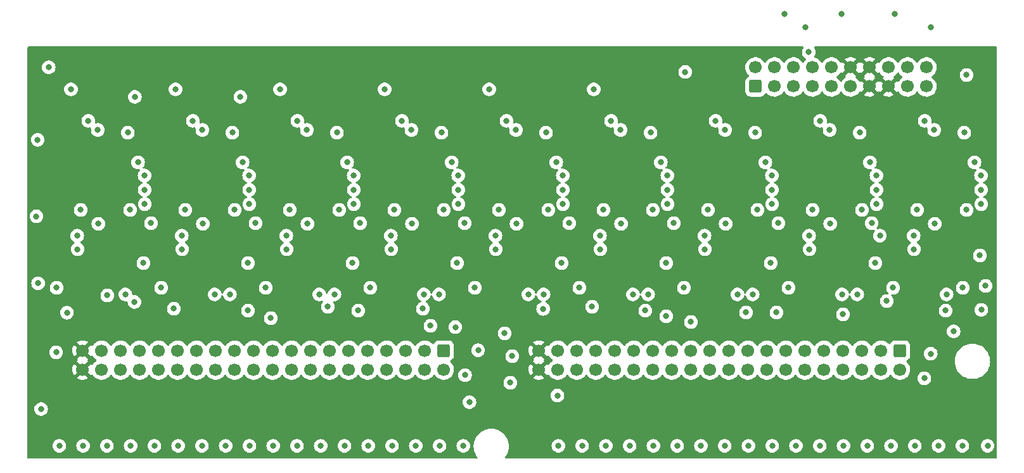
<source format=gbr>
%TF.GenerationSoftware,KiCad,Pcbnew,6.0.11+dfsg-1*%
%TF.CreationDate,2024-06-30T22:37:56-05:00*%
%TF.ProjectId,backplane_tracer,6261636b-706c-4616-9e65-5f7472616365,rev?*%
%TF.SameCoordinates,Original*%
%TF.FileFunction,Copper,L2,Inr*%
%TF.FilePolarity,Positive*%
%FSLAX46Y46*%
G04 Gerber Fmt 4.6, Leading zero omitted, Abs format (unit mm)*
G04 Created by KiCad (PCBNEW 6.0.11+dfsg-1) date 2024-06-30 22:37:56*
%MOMM*%
%LPD*%
G01*
G04 APERTURE LIST*
G04 Aperture macros list*
%AMRoundRect*
0 Rectangle with rounded corners*
0 $1 Rounding radius*
0 $2 $3 $4 $5 $6 $7 $8 $9 X,Y pos of 4 corners*
0 Add a 4 corners polygon primitive as box body*
4,1,4,$2,$3,$4,$5,$6,$7,$8,$9,$2,$3,0*
0 Add four circle primitives for the rounded corners*
1,1,$1+$1,$2,$3*
1,1,$1+$1,$4,$5*
1,1,$1+$1,$6,$7*
1,1,$1+$1,$8,$9*
0 Add four rect primitives between the rounded corners*
20,1,$1+$1,$2,$3,$4,$5,0*
20,1,$1+$1,$4,$5,$6,$7,0*
20,1,$1+$1,$6,$7,$8,$9,0*
20,1,$1+$1,$8,$9,$2,$3,0*%
G04 Aperture macros list end*
%TA.AperFunction,ComponentPad*%
%ADD10RoundRect,0.250000X-0.600000X0.600000X-0.600000X-0.600000X0.600000X-0.600000X0.600000X0.600000X0*%
%TD*%
%TA.AperFunction,ComponentPad*%
%ADD11C,1.700000*%
%TD*%
%TA.AperFunction,ComponentPad*%
%ADD12RoundRect,0.250000X0.600000X-0.600000X0.600000X0.600000X-0.600000X0.600000X-0.600000X-0.600000X0*%
%TD*%
%TA.AperFunction,ViaPad*%
%ADD13C,0.800000*%
%TD*%
G04 APERTURE END LIST*
D10*
%TO.N,/AA2*%
%TO.C,J2*%
X187198000Y-107070500D03*
D11*
%TO.N,/AA1*%
X187198000Y-109610500D03*
%TO.N,/AB2*%
X184658000Y-107070500D03*
%TO.N,/AB1*%
X184658000Y-109610500D03*
%TO.N,/AC2*%
X182118000Y-107070500D03*
%TO.N,/AC1*%
X182118000Y-109610500D03*
%TO.N,/AD2*%
X179578000Y-107070500D03*
%TO.N,/AD1*%
X179578000Y-109610500D03*
%TO.N,/AE2*%
X177038000Y-107070500D03*
%TO.N,/AE1*%
X177038000Y-109610500D03*
%TO.N,/AF2*%
X174498000Y-107070500D03*
%TO.N,/AF1*%
X174498000Y-109610500D03*
%TO.N,/AH2*%
X171958000Y-107070500D03*
%TO.N,/AH1*%
X171958000Y-109610500D03*
%TO.N,/AJ2*%
X169418000Y-107070500D03*
%TO.N,/AJ1*%
X169418000Y-109610500D03*
%TO.N,/AK2*%
X166878000Y-107070500D03*
%TO.N,/AK1*%
X166878000Y-109610500D03*
%TO.N,/AL2*%
X164338000Y-107070500D03*
%TO.N,/AL1*%
X164338000Y-109610500D03*
%TO.N,/AM2*%
X161798000Y-107070500D03*
%TO.N,/AM1*%
X161798000Y-109610500D03*
%TO.N,/AN2*%
X159258000Y-107070500D03*
%TO.N,/AN1*%
X159258000Y-109610500D03*
%TO.N,/AP2*%
X156718000Y-107070500D03*
%TO.N,/AP1*%
X156718000Y-109610500D03*
%TO.N,/AR2*%
X154178000Y-107070500D03*
%TO.N,/AR1*%
X154178000Y-109610500D03*
%TO.N,/AS2*%
X151638000Y-107070500D03*
%TO.N,/AS1*%
X151638000Y-109610500D03*
%TO.N,/AT2*%
X149098000Y-107070500D03*
%TO.N,/AT1*%
X149098000Y-109610500D03*
%TO.N,/AU2*%
X146558000Y-107070500D03*
%TO.N,/AU1*%
X146558000Y-109610500D03*
%TO.N,/AV2*%
X144018000Y-107070500D03*
%TO.N,/AV1*%
X144018000Y-109610500D03*
%TO.N,GND*%
X141478000Y-107070500D03*
X141478000Y-109610500D03*
%TO.N,+5V*%
X138938000Y-107070500D03*
X138938000Y-109610500D03*
%TD*%
D10*
%TO.N,/BA2*%
%TO.C,J3*%
X126238000Y-107070500D03*
D11*
%TO.N,/BA1*%
X126238000Y-109610500D03*
%TO.N,/BB2*%
X123698000Y-107070500D03*
%TO.N,/BB1*%
X123698000Y-109610500D03*
%TO.N,/BC2*%
X121158000Y-107070500D03*
%TO.N,/BC1*%
X121158000Y-109610500D03*
%TO.N,/BD2*%
X118618000Y-107070500D03*
%TO.N,/BD1*%
X118618000Y-109610500D03*
%TO.N,/BE2*%
X116078000Y-107070500D03*
%TO.N,/BE1*%
X116078000Y-109610500D03*
%TO.N,/BF2*%
X113538000Y-107070500D03*
%TO.N,/BF1*%
X113538000Y-109610500D03*
%TO.N,/BH2*%
X110998000Y-107070500D03*
%TO.N,/BH1*%
X110998000Y-109610500D03*
%TO.N,/BJ2*%
X108458000Y-107070500D03*
%TO.N,/BJ1*%
X108458000Y-109610500D03*
%TO.N,/BK2*%
X105918000Y-107070500D03*
%TO.N,/BK1*%
X105918000Y-109610500D03*
%TO.N,/BL2*%
X103378000Y-107070500D03*
%TO.N,/BL1*%
X103378000Y-109610500D03*
%TO.N,/BM2*%
X100838000Y-107070500D03*
%TO.N,/BM1*%
X100838000Y-109610500D03*
%TO.N,/BN2*%
X98298000Y-107070500D03*
%TO.N,/BN1*%
X98298000Y-109610500D03*
%TO.N,/BP2*%
X95758000Y-107070500D03*
%TO.N,/BP1*%
X95758000Y-109610500D03*
%TO.N,/BR2*%
X93218000Y-107070500D03*
%TO.N,/BR1*%
X93218000Y-109610500D03*
%TO.N,/BS2*%
X90678000Y-107070500D03*
%TO.N,/BS1*%
X90678000Y-109610500D03*
%TO.N,/BT2*%
X88138000Y-107070500D03*
%TO.N,/BT1*%
X88138000Y-109610500D03*
%TO.N,/BU2*%
X85598000Y-107070500D03*
%TO.N,/BU1*%
X85598000Y-109610500D03*
%TO.N,/BV2*%
X83058000Y-107070500D03*
%TO.N,/BV1*%
X83058000Y-109610500D03*
%TO.N,GND*%
X80518000Y-107070500D03*
X80518000Y-109610500D03*
%TO.N,+5V*%
X77978000Y-107070500D03*
X77978000Y-109610500D03*
%TD*%
D12*
%TO.N,Net-(J1-Pad1)*%
%TO.C,J1*%
X167894000Y-71755000D03*
D11*
%TO.N,Net-(J1-Pad2)*%
X167894000Y-69215000D03*
%TO.N,GND*%
X170434000Y-71755000D03*
%TO.N,DRIVER_SHIFT_CLK*%
X170434000Y-69215000D03*
%TO.N,GND*%
X172974000Y-71755000D03*
%TO.N,DRIVER_OEn*%
X172974000Y-69215000D03*
%TO.N,DRIVER_SHIFT_CLRn*%
X175514000Y-71755000D03*
%TO.N,READER_LOADn*%
X175514000Y-69215000D03*
%TO.N,GND*%
X178054000Y-71755000D03*
%TO.N,READER_CLK*%
X178054000Y-69215000D03*
%TO.N,GND*%
X180594000Y-71755000D03*
%TO.N,+5V*%
X180594000Y-69215000D03*
X183134000Y-71755000D03*
X183134000Y-69215000D03*
X185674000Y-71755000D03*
%TO.N,GND*%
X185674000Y-69215000D03*
%TO.N,DRIVER_OUTPUT_CLK*%
X188214000Y-71755000D03*
%TO.N,GND*%
X188214000Y-69215000D03*
%TO.N,Net-(J1-Pad19)*%
X190754000Y-71755000D03*
%TO.N,Net-(J1-Pad20)*%
X190754000Y-69215000D03*
%TD*%
D13*
%TO.N,+5V*%
X193751200Y-80340200D03*
X109519000Y-90125000D03*
X161023000Y-79134000D03*
X137871200Y-80340200D03*
X95961200Y-80340200D03*
X133083000Y-79134000D03*
X179369000Y-90125000D03*
X91173000Y-79134000D03*
X77203000Y-79134000D03*
X118340500Y-74168000D03*
X76430500Y-74168000D03*
X151841200Y-80340200D03*
X188963000Y-79134000D03*
X105143000Y-79134000D03*
X146280500Y-74168000D03*
X123901200Y-80340200D03*
X165811200Y-80340200D03*
X109931200Y-80340200D03*
X137459000Y-90125000D03*
X132310500Y-74168000D03*
X81991200Y-80340200D03*
X95549000Y-90125000D03*
X179781200Y-80340200D03*
X119113000Y-79134000D03*
X193339000Y-90125000D03*
X147053000Y-79134000D03*
X104370500Y-74168000D03*
X81579000Y-90125000D03*
X123489000Y-90125000D03*
X174993000Y-79134000D03*
X90400500Y-74168000D03*
X151429000Y-90125000D03*
X165399000Y-90125000D03*
%TO.N,GND*%
X128016000Y-95377000D03*
X77724000Y-88265000D03*
X100076000Y-95377000D03*
X78054200Y-119811800D03*
X86106000Y-95377000D03*
X133604000Y-88265000D03*
X114046000Y-95377000D03*
X175006000Y-67183000D03*
X125679200Y-119811800D03*
X114808000Y-101727000D03*
X119329200Y-119811800D03*
X147904200Y-119811800D03*
X93980000Y-77571600D03*
X72440800Y-114884200D03*
X124460000Y-103759000D03*
X116154200Y-119811800D03*
X186004200Y-119811800D03*
X167843200Y-77927200D03*
X193294000Y-101727000D03*
X74879200Y-119811800D03*
X135966200Y-90119200D03*
X130835400Y-107035600D03*
X119634000Y-88265000D03*
X108026200Y-90119200D03*
X88478000Y-98668000D03*
X176530000Y-76352400D03*
X105664000Y-88265000D03*
X148590000Y-76352400D03*
X134366000Y-104775000D03*
X139903200Y-77927200D03*
X153873200Y-77927200D03*
X90754200Y-119811800D03*
X158496000Y-69826500D03*
X160604200Y-119811800D03*
X151079200Y-119811800D03*
X84404200Y-119811800D03*
X166624000Y-101981000D03*
X84912200Y-100584000D03*
X163779200Y-119811800D03*
X161544000Y-88265000D03*
X106680000Y-76352400D03*
X109804200Y-119811800D03*
X149936200Y-90119200D03*
X166954200Y-119811800D03*
X110744000Y-101219000D03*
X107950000Y-77571600D03*
X163830000Y-77571600D03*
X173304200Y-119811800D03*
X155956000Y-95377000D03*
X97104200Y-119811800D03*
X129082800Y-110363000D03*
X118340500Y-72136000D03*
X125933200Y-77927200D03*
X87579200Y-119811800D03*
X139522200Y-101498400D03*
X198628000Y-98425000D03*
X179654200Y-119811800D03*
X147574000Y-88265000D03*
X135890000Y-77571600D03*
X81229200Y-119811800D03*
X132310500Y-72136000D03*
X84023200Y-77927200D03*
X116418000Y-98668000D03*
X195529200Y-119811800D03*
X162560000Y-76352400D03*
X80010000Y-77571600D03*
X192354200Y-119811800D03*
X141427200Y-113080800D03*
X112979200Y-119811800D03*
X90400500Y-72136000D03*
X75895200Y-102006400D03*
X179578000Y-102235000D03*
X155956000Y-102489000D03*
X190500000Y-76352400D03*
X177876200Y-90119200D03*
X121996200Y-90119200D03*
X72034400Y-98069400D03*
X100076000Y-101727000D03*
X169926000Y-95377000D03*
X120650000Y-76352400D03*
X170688000Y-101981000D03*
X128854200Y-119811800D03*
X153162000Y-101727000D03*
X198907400Y-119811800D03*
X198069200Y-101625400D03*
X146050000Y-101219000D03*
X191770000Y-77571600D03*
X163906200Y-90119200D03*
X123444000Y-101473000D03*
X76430500Y-72136000D03*
X130388000Y-98668000D03*
X90170000Y-101473000D03*
X175514000Y-88265000D03*
X134620000Y-76352400D03*
X185420000Y-100457000D03*
X196088000Y-70231000D03*
X104370500Y-72136000D03*
X170129200Y-119811800D03*
X102448000Y-98668000D03*
X144729200Y-119811800D03*
X71983600Y-78892400D03*
X159258000Y-103251000D03*
X91694000Y-88265000D03*
X135128000Y-111379000D03*
X181813200Y-77927200D03*
X189484000Y-88265000D03*
X80086200Y-90119200D03*
X92710000Y-76352400D03*
X186268000Y-98668000D03*
X122504200Y-119811800D03*
X93929200Y-119811800D03*
X94056200Y-90119200D03*
X127787400Y-103936800D03*
X71805800Y-89128600D03*
X197866000Y-94361000D03*
X190449200Y-110769400D03*
X158328000Y-98668000D03*
X78740000Y-76352400D03*
X177800000Y-77571600D03*
X97993200Y-77927200D03*
X141554200Y-119811800D03*
X111963200Y-77927200D03*
X176479200Y-119811800D03*
X135382000Y-107823000D03*
X144358000Y-98668000D03*
X194360800Y-104495600D03*
X189179200Y-119811800D03*
X191846200Y-90119200D03*
X103454200Y-119811800D03*
X172298000Y-98668000D03*
X103124000Y-102743000D03*
X157429200Y-119811800D03*
X121920000Y-77571600D03*
X183896000Y-95377000D03*
X182829200Y-119811800D03*
X106629200Y-119811800D03*
X154254200Y-119811800D03*
X74447400Y-107315000D03*
X149860000Y-77571600D03*
X195783200Y-77927200D03*
X191312800Y-107492800D03*
X146280500Y-72136000D03*
X73456800Y-69189600D03*
X129667000Y-113969800D03*
X141986000Y-95377000D03*
X100279200Y-119811800D03*
X74508000Y-98668000D03*
%TO.N,DRIVER_SHIFT_CLK*%
X184066000Y-85580400D03*
X114216000Y-85580400D03*
X156126000Y-85580400D03*
X100246000Y-85580400D03*
X128186000Y-85580400D03*
X86276000Y-85580400D03*
X198036000Y-85580400D03*
X170096000Y-85580400D03*
X142156000Y-85580400D03*
%TO.N,DRIVER_OEn*%
X183184800Y-81915000D03*
X85394800Y-81915000D03*
X141274800Y-81915000D03*
X127304800Y-81915000D03*
X155244800Y-81915000D03*
X169214800Y-81915000D03*
X99364800Y-81915000D03*
X197154800Y-81915000D03*
X113334800Y-81915000D03*
%TO.N,DRIVER_SHIFT_CLRn*%
X100253800Y-87503000D03*
X184073800Y-87503000D03*
X128193800Y-87503000D03*
X86283800Y-87503000D03*
X114223800Y-87503000D03*
X156133800Y-87503000D03*
X142163800Y-87503000D03*
X170103800Y-87503000D03*
X198043800Y-87503000D03*
%TO.N,READER_LOADn*%
X184516600Y-91708400D03*
X105199100Y-91708400D03*
X99060000Y-73152000D03*
X147109100Y-91708400D03*
X91229100Y-91708400D03*
X77259100Y-91708400D03*
X119169100Y-91708400D03*
X175049100Y-91708400D03*
X161079100Y-91708400D03*
X133139100Y-91708400D03*
X189019100Y-91708400D03*
%TO.N,READER_CLK*%
X161137600Y-93522800D03*
X91287600Y-93522800D03*
X189077600Y-93522800D03*
X147167600Y-93522800D03*
X119227600Y-93522800D03*
X105257600Y-93522800D03*
X175107600Y-93522800D03*
X84963000Y-73152000D03*
X133197600Y-93522800D03*
X77317600Y-93522800D03*
%TO.N,DRIVER_OUTPUT_CLK*%
X156108400Y-83667600D03*
X170078400Y-83667600D03*
X184048400Y-83667600D03*
X128168400Y-83667600D03*
X100228400Y-83667600D03*
X142138400Y-83667600D03*
X114198400Y-83667600D03*
X198018400Y-83667600D03*
X86258400Y-83667600D03*
%TO.N,/READER_OUT*%
X81280000Y-99695000D03*
%TO.N,/READER_IN*%
X171734000Y-62103000D03*
X195580000Y-98679000D03*
%TO.N,/DRIVER_OUT*%
X179354000Y-62103000D03*
X84328000Y-88265000D03*
X186466000Y-62103000D03*
%TO.N,/DRIVER_IN*%
X191317400Y-63812700D03*
X174528000Y-63881000D03*
%TO.N,/8bit_element0/DRIVER_OUT*%
X183413400Y-90043000D03*
X196088000Y-88265000D03*
%TO.N,/8bit_element0/READER_OUT*%
X193421000Y-99568000D03*
X181483000Y-99568000D03*
%TO.N,/8bit_element1/DRIVER_OUT*%
X170942000Y-90043000D03*
X182118000Y-88265000D03*
%TO.N,/8bit_element1/READER_OUT*%
X167513000Y-99568000D03*
X179451000Y-99568000D03*
%TO.N,/8bit_element2/DRIVER_OUT*%
X156972000Y-90043000D03*
X168148000Y-88265000D03*
%TO.N,/8bit_element2/READER_OUT*%
X153543000Y-99568000D03*
X165481000Y-99568000D03*
%TO.N,/8bit_element3/DRIVER_OUT*%
X154178000Y-88265000D03*
X143002000Y-90043000D03*
%TO.N,/8bit_element3/READER_OUT*%
X151511000Y-99568000D03*
X139573000Y-99568000D03*
%TO.N,/8bit_element5/DRIVER_OUT*%
X126238000Y-88265000D03*
X115062000Y-90043000D03*
%TO.N,/8bit_element4/DRIVER_OUT*%
X129032000Y-90043000D03*
X140208000Y-88265000D03*
%TO.N,/8bit_element5/READER_OUT*%
X123571000Y-99568000D03*
X111633000Y-99568000D03*
%TO.N,/8bit_element4/READER_OUT*%
X137541000Y-99568000D03*
X125603000Y-99568000D03*
%TO.N,/8bit_element6/DRIVER_OUT*%
X112268000Y-88265000D03*
X101092000Y-90043000D03*
%TO.N,/8bit_element6/READER_OUT*%
X109601000Y-99568000D03*
X97663000Y-99568000D03*
%TO.N,/8bit_element7/DRIVER_OUT*%
X98298000Y-88265000D03*
X87122000Y-90043000D03*
%TO.N,/8bit_element7/READER_OUT*%
X83693000Y-99568000D03*
X95631000Y-99568000D03*
%TD*%
%TA.AperFunction,Conductor*%
%TO.N,+5V*%
G36*
X174254722Y-66441002D02*
G01*
X174301215Y-66494658D01*
X174311319Y-66564932D01*
X174280238Y-66631309D01*
X174266960Y-66646056D01*
X174171473Y-66811444D01*
X174112458Y-66993072D01*
X174092496Y-67183000D01*
X174112458Y-67372928D01*
X174171473Y-67554556D01*
X174266960Y-67719944D01*
X174271378Y-67724851D01*
X174271379Y-67724852D01*
X174390325Y-67856955D01*
X174394747Y-67861866D01*
X174549248Y-67974118D01*
X174555274Y-67976801D01*
X174555281Y-67976805D01*
X174577004Y-67986476D01*
X174631100Y-68032456D01*
X174651750Y-68100383D01*
X174632398Y-68168691D01*
X174610589Y-68194415D01*
X174608965Y-68195635D01*
X174454629Y-68357138D01*
X174347201Y-68514621D01*
X174292293Y-68559621D01*
X174221768Y-68567792D01*
X174158021Y-68536538D01*
X174137324Y-68512054D01*
X174056822Y-68387617D01*
X174056820Y-68387614D01*
X174054014Y-68383277D01*
X173903670Y-68218051D01*
X173899619Y-68214852D01*
X173899615Y-68214848D01*
X173732414Y-68082800D01*
X173732410Y-68082798D01*
X173728359Y-68079598D01*
X173532789Y-67971638D01*
X173527920Y-67969914D01*
X173527916Y-67969912D01*
X173327087Y-67898795D01*
X173327083Y-67898794D01*
X173322212Y-67897069D01*
X173317119Y-67896162D01*
X173317116Y-67896161D01*
X173107373Y-67858800D01*
X173107367Y-67858799D01*
X173102284Y-67857894D01*
X173028452Y-67856992D01*
X172884081Y-67855228D01*
X172884079Y-67855228D01*
X172878911Y-67855165D01*
X172658091Y-67888955D01*
X172445756Y-67958357D01*
X172247607Y-68061507D01*
X172243474Y-68064610D01*
X172243471Y-68064612D01*
X172104851Y-68168691D01*
X172068965Y-68195635D01*
X171914629Y-68357138D01*
X171807201Y-68514621D01*
X171752293Y-68559621D01*
X171681768Y-68567792D01*
X171618021Y-68536538D01*
X171597324Y-68512054D01*
X171516822Y-68387617D01*
X171516820Y-68387614D01*
X171514014Y-68383277D01*
X171363670Y-68218051D01*
X171359619Y-68214852D01*
X171359615Y-68214848D01*
X171192414Y-68082800D01*
X171192410Y-68082798D01*
X171188359Y-68079598D01*
X170992789Y-67971638D01*
X170987920Y-67969914D01*
X170987916Y-67969912D01*
X170787087Y-67898795D01*
X170787083Y-67898794D01*
X170782212Y-67897069D01*
X170777119Y-67896162D01*
X170777116Y-67896161D01*
X170567373Y-67858800D01*
X170567367Y-67858799D01*
X170562284Y-67857894D01*
X170488452Y-67856992D01*
X170344081Y-67855228D01*
X170344079Y-67855228D01*
X170338911Y-67855165D01*
X170118091Y-67888955D01*
X169905756Y-67958357D01*
X169707607Y-68061507D01*
X169703474Y-68064610D01*
X169703471Y-68064612D01*
X169564851Y-68168691D01*
X169528965Y-68195635D01*
X169374629Y-68357138D01*
X169267201Y-68514621D01*
X169212293Y-68559621D01*
X169141768Y-68567792D01*
X169078021Y-68536538D01*
X169057324Y-68512054D01*
X168976822Y-68387617D01*
X168976820Y-68387614D01*
X168974014Y-68383277D01*
X168823670Y-68218051D01*
X168819619Y-68214852D01*
X168819615Y-68214848D01*
X168652414Y-68082800D01*
X168652410Y-68082798D01*
X168648359Y-68079598D01*
X168452789Y-67971638D01*
X168447920Y-67969914D01*
X168447916Y-67969912D01*
X168247087Y-67898795D01*
X168247083Y-67898794D01*
X168242212Y-67897069D01*
X168237119Y-67896162D01*
X168237116Y-67896161D01*
X168027373Y-67858800D01*
X168027367Y-67858799D01*
X168022284Y-67857894D01*
X167948452Y-67856992D01*
X167804081Y-67855228D01*
X167804079Y-67855228D01*
X167798911Y-67855165D01*
X167578091Y-67888955D01*
X167365756Y-67958357D01*
X167167607Y-68061507D01*
X167163474Y-68064610D01*
X167163471Y-68064612D01*
X167024851Y-68168691D01*
X166988965Y-68195635D01*
X166834629Y-68357138D01*
X166831720Y-68361403D01*
X166831714Y-68361411D01*
X166766511Y-68456995D01*
X166708743Y-68541680D01*
X166614688Y-68744305D01*
X166554989Y-68959570D01*
X166531251Y-69181695D01*
X166531548Y-69186848D01*
X166531548Y-69186851D01*
X166539449Y-69323872D01*
X166544110Y-69404715D01*
X166545247Y-69409761D01*
X166545248Y-69409767D01*
X166556846Y-69461229D01*
X166593222Y-69622639D01*
X166677266Y-69829616D01*
X166728019Y-69912438D01*
X166791291Y-70015688D01*
X166793987Y-70020088D01*
X166940250Y-70188938D01*
X166990914Y-70231000D01*
X167010344Y-70247131D01*
X167049979Y-70306033D01*
X167051477Y-70377014D01*
X167014363Y-70437537D01*
X166983312Y-70458175D01*
X166976996Y-70461134D01*
X166970054Y-70463450D01*
X166819652Y-70556522D01*
X166814479Y-70561704D01*
X166759176Y-70617104D01*
X166694695Y-70681697D01*
X166690855Y-70687927D01*
X166690854Y-70687928D01*
X166606466Y-70824831D01*
X166601885Y-70832262D01*
X166546203Y-71000139D01*
X166545503Y-71006975D01*
X166545502Y-71006978D01*
X166543951Y-71022118D01*
X166535500Y-71104600D01*
X166535500Y-72405400D01*
X166535837Y-72408646D01*
X166535837Y-72408650D01*
X166541298Y-72461277D01*
X166546474Y-72511166D01*
X166548655Y-72517702D01*
X166548655Y-72517704D01*
X166592728Y-72649806D01*
X166602450Y-72678946D01*
X166695522Y-72829348D01*
X166820697Y-72954305D01*
X166826927Y-72958145D01*
X166826928Y-72958146D01*
X166964090Y-73042694D01*
X166971262Y-73047115D01*
X167023915Y-73064579D01*
X167132611Y-73100632D01*
X167132613Y-73100632D01*
X167139139Y-73102797D01*
X167145975Y-73103497D01*
X167145978Y-73103498D01*
X167180531Y-73107038D01*
X167243600Y-73113500D01*
X168544400Y-73113500D01*
X168547646Y-73113163D01*
X168547650Y-73113163D01*
X168643308Y-73103238D01*
X168643312Y-73103237D01*
X168650166Y-73102526D01*
X168656702Y-73100345D01*
X168656704Y-73100345D01*
X168788806Y-73056272D01*
X168817946Y-73046550D01*
X168968348Y-72953478D01*
X169093305Y-72828303D01*
X169186115Y-72677738D01*
X169188418Y-72670795D01*
X169190763Y-72665766D01*
X169237680Y-72612481D01*
X169305958Y-72593021D01*
X169373918Y-72613564D01*
X169400194Y-72636520D01*
X169476860Y-72725025D01*
X169480250Y-72728938D01*
X169652126Y-72871632D01*
X169845000Y-72984338D01*
X170053692Y-73064030D01*
X170058760Y-73065061D01*
X170058763Y-73065062D01*
X170163604Y-73086392D01*
X170272597Y-73108567D01*
X170277772Y-73108757D01*
X170277774Y-73108757D01*
X170490673Y-73116564D01*
X170490677Y-73116564D01*
X170495837Y-73116753D01*
X170500957Y-73116097D01*
X170500959Y-73116097D01*
X170712288Y-73089025D01*
X170712289Y-73089025D01*
X170717416Y-73088368D01*
X170722366Y-73086883D01*
X170926429Y-73025661D01*
X170926434Y-73025659D01*
X170931384Y-73024174D01*
X171131994Y-72925896D01*
X171313860Y-72796173D01*
X171472096Y-72638489D01*
X171484826Y-72620774D01*
X171602453Y-72457077D01*
X171603776Y-72458028D01*
X171650645Y-72414857D01*
X171720580Y-72402625D01*
X171786026Y-72430144D01*
X171813875Y-72461994D01*
X171873987Y-72560088D01*
X172020250Y-72728938D01*
X172192126Y-72871632D01*
X172385000Y-72984338D01*
X172593692Y-73064030D01*
X172598760Y-73065061D01*
X172598763Y-73065062D01*
X172703604Y-73086392D01*
X172812597Y-73108567D01*
X172817772Y-73108757D01*
X172817774Y-73108757D01*
X173030673Y-73116564D01*
X173030677Y-73116564D01*
X173035837Y-73116753D01*
X173040957Y-73116097D01*
X173040959Y-73116097D01*
X173252288Y-73089025D01*
X173252289Y-73089025D01*
X173257416Y-73088368D01*
X173262366Y-73086883D01*
X173466429Y-73025661D01*
X173466434Y-73025659D01*
X173471384Y-73024174D01*
X173671994Y-72925896D01*
X173853860Y-72796173D01*
X174012096Y-72638489D01*
X174024826Y-72620774D01*
X174142453Y-72457077D01*
X174143776Y-72458028D01*
X174190645Y-72414857D01*
X174260580Y-72402625D01*
X174326026Y-72430144D01*
X174353875Y-72461994D01*
X174413987Y-72560088D01*
X174560250Y-72728938D01*
X174732126Y-72871632D01*
X174925000Y-72984338D01*
X175133692Y-73064030D01*
X175138760Y-73065061D01*
X175138763Y-73065062D01*
X175243604Y-73086392D01*
X175352597Y-73108567D01*
X175357772Y-73108757D01*
X175357774Y-73108757D01*
X175570673Y-73116564D01*
X175570677Y-73116564D01*
X175575837Y-73116753D01*
X175580957Y-73116097D01*
X175580959Y-73116097D01*
X175792288Y-73089025D01*
X175792289Y-73089025D01*
X175797416Y-73088368D01*
X175802366Y-73086883D01*
X176006429Y-73025661D01*
X176006434Y-73025659D01*
X176011384Y-73024174D01*
X176211994Y-72925896D01*
X176393860Y-72796173D01*
X176552096Y-72638489D01*
X176564826Y-72620774D01*
X176682453Y-72457077D01*
X176683776Y-72458028D01*
X176730645Y-72414857D01*
X176800580Y-72402625D01*
X176866026Y-72430144D01*
X176893875Y-72461994D01*
X176953987Y-72560088D01*
X177100250Y-72728938D01*
X177272126Y-72871632D01*
X177465000Y-72984338D01*
X177673692Y-73064030D01*
X177678760Y-73065061D01*
X177678763Y-73065062D01*
X177783604Y-73086392D01*
X177892597Y-73108567D01*
X177897772Y-73108757D01*
X177897774Y-73108757D01*
X178110673Y-73116564D01*
X178110677Y-73116564D01*
X178115837Y-73116753D01*
X178120957Y-73116097D01*
X178120959Y-73116097D01*
X178332288Y-73089025D01*
X178332289Y-73089025D01*
X178337416Y-73088368D01*
X178342366Y-73086883D01*
X178546429Y-73025661D01*
X178546434Y-73025659D01*
X178551384Y-73024174D01*
X178751994Y-72925896D01*
X178933860Y-72796173D01*
X179092096Y-72638489D01*
X179104826Y-72620774D01*
X179222453Y-72457077D01*
X179223776Y-72458028D01*
X179270645Y-72414857D01*
X179340580Y-72402625D01*
X179406026Y-72430144D01*
X179433875Y-72461994D01*
X179493987Y-72560088D01*
X179640250Y-72728938D01*
X179812126Y-72871632D01*
X180005000Y-72984338D01*
X180213692Y-73064030D01*
X180218760Y-73065061D01*
X180218763Y-73065062D01*
X180323604Y-73086392D01*
X180432597Y-73108567D01*
X180437772Y-73108757D01*
X180437774Y-73108757D01*
X180650673Y-73116564D01*
X180650677Y-73116564D01*
X180655837Y-73116753D01*
X180660957Y-73116097D01*
X180660959Y-73116097D01*
X180872288Y-73089025D01*
X180872289Y-73089025D01*
X180877416Y-73088368D01*
X180882366Y-73086883D01*
X181086429Y-73025661D01*
X181086434Y-73025659D01*
X181091384Y-73024174D01*
X181291994Y-72925896D01*
X181356544Y-72879853D01*
X182373977Y-72879853D01*
X182379258Y-72886907D01*
X182540756Y-72981279D01*
X182550042Y-72985729D01*
X182749001Y-73061703D01*
X182758899Y-73064579D01*
X182967595Y-73107038D01*
X182977823Y-73108257D01*
X183190650Y-73116062D01*
X183200936Y-73115595D01*
X183412185Y-73088534D01*
X183422262Y-73086392D01*
X183626255Y-73025191D01*
X183635842Y-73021433D01*
X183827098Y-72927738D01*
X183835944Y-72922465D01*
X183883247Y-72888723D01*
X183890211Y-72879853D01*
X184913977Y-72879853D01*
X184919258Y-72886907D01*
X185080756Y-72981279D01*
X185090042Y-72985729D01*
X185289001Y-73061703D01*
X185298899Y-73064579D01*
X185507595Y-73107038D01*
X185517823Y-73108257D01*
X185730650Y-73116062D01*
X185740936Y-73115595D01*
X185952185Y-73088534D01*
X185962262Y-73086392D01*
X186166255Y-73025191D01*
X186175842Y-73021433D01*
X186367098Y-72927738D01*
X186375944Y-72922465D01*
X186423247Y-72888723D01*
X186431648Y-72878023D01*
X186424660Y-72864870D01*
X185686812Y-72127022D01*
X185672868Y-72119408D01*
X185671035Y-72119539D01*
X185664420Y-72123790D01*
X184920737Y-72867473D01*
X184913977Y-72879853D01*
X183890211Y-72879853D01*
X183891648Y-72878023D01*
X183884660Y-72864870D01*
X183146812Y-72127022D01*
X183132868Y-72119408D01*
X183131035Y-72119539D01*
X183124420Y-72123790D01*
X182380737Y-72867473D01*
X182373977Y-72879853D01*
X181356544Y-72879853D01*
X181473860Y-72796173D01*
X181632096Y-72638489D01*
X181644826Y-72620774D01*
X181762453Y-72457077D01*
X181763640Y-72457930D01*
X181810960Y-72414362D01*
X181880897Y-72402145D01*
X181946338Y-72429678D01*
X181974166Y-72461512D01*
X182000459Y-72504419D01*
X182010916Y-72513880D01*
X182019694Y-72510096D01*
X182761978Y-71767812D01*
X182768356Y-71756132D01*
X183498408Y-71756132D01*
X183498539Y-71757965D01*
X183502790Y-71764580D01*
X184244474Y-72506264D01*
X184256484Y-72512823D01*
X184268223Y-72503855D01*
X184302022Y-72456819D01*
X184303149Y-72457629D01*
X184350659Y-72413881D01*
X184420596Y-72401661D01*
X184486038Y-72429191D01*
X184513870Y-72461029D01*
X184540459Y-72504419D01*
X184550916Y-72513880D01*
X184559694Y-72510096D01*
X185301978Y-71767812D01*
X185309592Y-71753868D01*
X185309461Y-71752035D01*
X185305210Y-71745420D01*
X184563849Y-71004059D01*
X184552313Y-70997759D01*
X184540028Y-71007384D01*
X184507192Y-71055520D01*
X184452281Y-71100523D01*
X184381756Y-71108694D01*
X184318009Y-71077440D01*
X184297311Y-71052955D01*
X184267062Y-71006197D01*
X184256377Y-70996995D01*
X184246812Y-71001398D01*
X183506022Y-71742188D01*
X183498408Y-71756132D01*
X182768356Y-71756132D01*
X182769592Y-71753868D01*
X182769461Y-71752035D01*
X182765210Y-71745420D01*
X182023849Y-71004059D01*
X182012313Y-70997759D01*
X182000031Y-71007382D01*
X181967499Y-71055072D01*
X181912587Y-71100075D01*
X181842063Y-71108246D01*
X181778316Y-71076992D01*
X181757618Y-71052508D01*
X181676822Y-70927617D01*
X181676820Y-70927614D01*
X181674014Y-70923277D01*
X181523670Y-70758051D01*
X181519619Y-70754852D01*
X181519615Y-70754848D01*
X181352414Y-70622800D01*
X181352410Y-70622798D01*
X181348359Y-70619598D01*
X181306569Y-70596529D01*
X181256598Y-70546097D01*
X181241826Y-70476654D01*
X181266942Y-70410248D01*
X181294293Y-70383642D01*
X181343247Y-70348723D01*
X181350211Y-70339853D01*
X182373977Y-70339853D01*
X182379258Y-70346907D01*
X182426479Y-70374501D01*
X182475203Y-70426139D01*
X182488274Y-70495922D01*
X182461543Y-70561694D01*
X182421087Y-70595053D01*
X182412466Y-70599541D01*
X182403734Y-70605039D01*
X182383677Y-70620099D01*
X182375223Y-70631427D01*
X182381968Y-70643758D01*
X183121188Y-71382978D01*
X183135132Y-71390592D01*
X183136965Y-71390461D01*
X183143580Y-71386210D01*
X183887389Y-70642401D01*
X183894410Y-70629544D01*
X183887611Y-70620213D01*
X183883559Y-70617521D01*
X183846116Y-70596852D01*
X183796145Y-70546420D01*
X183781373Y-70476977D01*
X183806489Y-70410572D01*
X183833840Y-70383965D01*
X183883247Y-70348723D01*
X183891648Y-70338023D01*
X183884660Y-70324870D01*
X183146812Y-69587022D01*
X183132868Y-69579408D01*
X183131035Y-69579539D01*
X183124420Y-69583790D01*
X182380737Y-70327473D01*
X182373977Y-70339853D01*
X181350211Y-70339853D01*
X181351648Y-70338023D01*
X181344660Y-70324870D01*
X180606812Y-69587022D01*
X180592868Y-69579408D01*
X180591035Y-69579539D01*
X180584420Y-69583790D01*
X179840737Y-70327473D01*
X179833977Y-70339853D01*
X179839258Y-70346907D01*
X179885969Y-70374203D01*
X179934693Y-70425841D01*
X179947764Y-70495624D01*
X179921033Y-70561396D01*
X179880584Y-70594752D01*
X179867607Y-70601507D01*
X179863474Y-70604610D01*
X179863471Y-70604612D01*
X179693100Y-70732530D01*
X179688965Y-70735635D01*
X179685393Y-70739373D01*
X179602580Y-70826032D01*
X179534629Y-70897138D01*
X179427201Y-71054621D01*
X179372293Y-71099621D01*
X179301768Y-71107792D01*
X179238021Y-71076538D01*
X179217324Y-71052054D01*
X179136822Y-70927617D01*
X179136820Y-70927614D01*
X179134014Y-70923277D01*
X178983670Y-70758051D01*
X178979619Y-70754852D01*
X178979615Y-70754848D01*
X178812414Y-70622800D01*
X178812410Y-70622798D01*
X178808359Y-70619598D01*
X178767053Y-70596796D01*
X178717084Y-70546364D01*
X178702312Y-70476921D01*
X178727428Y-70410516D01*
X178754780Y-70383909D01*
X178819110Y-70338023D01*
X178933860Y-70256173D01*
X178986438Y-70203779D01*
X179088435Y-70102137D01*
X179092096Y-70098489D01*
X179122837Y-70055709D01*
X179222453Y-69917077D01*
X179223640Y-69917930D01*
X179270960Y-69874362D01*
X179340897Y-69862145D01*
X179406338Y-69889678D01*
X179434166Y-69921512D01*
X179460459Y-69964419D01*
X179470916Y-69973880D01*
X179479694Y-69970096D01*
X180221978Y-69227812D01*
X180228356Y-69216132D01*
X180958408Y-69216132D01*
X180958539Y-69217965D01*
X180962790Y-69224580D01*
X181704474Y-69966264D01*
X181716484Y-69972823D01*
X181728223Y-69963855D01*
X181762022Y-69916819D01*
X181763149Y-69917629D01*
X181810659Y-69873881D01*
X181880596Y-69861661D01*
X181946038Y-69889191D01*
X181973870Y-69921029D01*
X182000459Y-69964419D01*
X182010916Y-69973880D01*
X182019694Y-69970096D01*
X182761978Y-69227812D01*
X182768356Y-69216132D01*
X183498408Y-69216132D01*
X183498539Y-69217965D01*
X183502790Y-69224580D01*
X184244474Y-69966264D01*
X184256484Y-69972823D01*
X184268223Y-69963855D01*
X184302022Y-69916819D01*
X184303277Y-69917721D01*
X184350391Y-69874355D01*
X184420330Y-69862148D01*
X184485767Y-69889691D01*
X184513580Y-69921513D01*
X184571287Y-70015683D01*
X184571291Y-70015688D01*
X184573987Y-70020088D01*
X184720250Y-70188938D01*
X184892126Y-70331632D01*
X184903063Y-70338023D01*
X184965955Y-70374774D01*
X185014679Y-70426412D01*
X185027750Y-70496195D01*
X185001019Y-70561967D01*
X184960562Y-70595327D01*
X184952460Y-70599544D01*
X184943734Y-70605039D01*
X184923677Y-70620099D01*
X184915223Y-70631427D01*
X184921968Y-70643758D01*
X185661188Y-71382978D01*
X185675132Y-71390592D01*
X185676965Y-71390461D01*
X185683580Y-71386210D01*
X186427389Y-70642401D01*
X186434410Y-70629544D01*
X186427611Y-70620213D01*
X186423559Y-70617521D01*
X186386602Y-70597120D01*
X186336631Y-70546687D01*
X186321859Y-70477245D01*
X186346975Y-70410839D01*
X186374327Y-70384232D01*
X186439110Y-70338023D01*
X186553860Y-70256173D01*
X186606438Y-70203779D01*
X186708435Y-70102137D01*
X186712096Y-70098489D01*
X186742837Y-70055709D01*
X186842453Y-69917077D01*
X186843776Y-69918028D01*
X186890645Y-69874857D01*
X186960580Y-69862625D01*
X187026026Y-69890144D01*
X187053875Y-69921994D01*
X187113987Y-70020088D01*
X187260250Y-70188938D01*
X187432126Y-70331632D01*
X187443063Y-70338023D01*
X187505445Y-70374476D01*
X187554169Y-70426114D01*
X187567240Y-70495897D01*
X187540509Y-70561669D01*
X187500055Y-70595027D01*
X187487607Y-70601507D01*
X187483474Y-70604610D01*
X187483471Y-70604612D01*
X187313100Y-70732530D01*
X187308965Y-70735635D01*
X187305393Y-70739373D01*
X187222580Y-70826032D01*
X187154629Y-70897138D01*
X187151720Y-70901403D01*
X187151714Y-70901411D01*
X187145021Y-70911223D01*
X187047204Y-71054618D01*
X187046898Y-71055066D01*
X186991987Y-71100069D01*
X186921462Y-71108240D01*
X186857715Y-71076986D01*
X186837017Y-71052501D01*
X186807062Y-71006197D01*
X186796377Y-70996995D01*
X186786812Y-71001398D01*
X186046022Y-71742188D01*
X186038408Y-71756132D01*
X186038539Y-71757965D01*
X186042790Y-71764580D01*
X186784474Y-72506264D01*
X186796484Y-72512823D01*
X186808223Y-72503855D01*
X186842022Y-72456819D01*
X186843277Y-72457721D01*
X186890391Y-72414355D01*
X186960330Y-72402148D01*
X187025767Y-72429691D01*
X187053580Y-72461513D01*
X187111287Y-72555683D01*
X187111291Y-72555688D01*
X187113987Y-72560088D01*
X187260250Y-72728938D01*
X187432126Y-72871632D01*
X187625000Y-72984338D01*
X187833692Y-73064030D01*
X187838760Y-73065061D01*
X187838763Y-73065062D01*
X187943604Y-73086392D01*
X188052597Y-73108567D01*
X188057772Y-73108757D01*
X188057774Y-73108757D01*
X188270673Y-73116564D01*
X188270677Y-73116564D01*
X188275837Y-73116753D01*
X188280957Y-73116097D01*
X188280959Y-73116097D01*
X188492288Y-73089025D01*
X188492289Y-73089025D01*
X188497416Y-73088368D01*
X188502366Y-73086883D01*
X188706429Y-73025661D01*
X188706434Y-73025659D01*
X188711384Y-73024174D01*
X188911994Y-72925896D01*
X189093860Y-72796173D01*
X189252096Y-72638489D01*
X189264826Y-72620774D01*
X189382453Y-72457077D01*
X189383776Y-72458028D01*
X189430645Y-72414857D01*
X189500580Y-72402625D01*
X189566026Y-72430144D01*
X189593875Y-72461994D01*
X189653987Y-72560088D01*
X189800250Y-72728938D01*
X189972126Y-72871632D01*
X190165000Y-72984338D01*
X190373692Y-73064030D01*
X190378760Y-73065061D01*
X190378763Y-73065062D01*
X190483604Y-73086392D01*
X190592597Y-73108567D01*
X190597772Y-73108757D01*
X190597774Y-73108757D01*
X190810673Y-73116564D01*
X190810677Y-73116564D01*
X190815837Y-73116753D01*
X190820957Y-73116097D01*
X190820959Y-73116097D01*
X191032288Y-73089025D01*
X191032289Y-73089025D01*
X191037416Y-73088368D01*
X191042366Y-73086883D01*
X191246429Y-73025661D01*
X191246434Y-73025659D01*
X191251384Y-73024174D01*
X191451994Y-72925896D01*
X191633860Y-72796173D01*
X191792096Y-72638489D01*
X191804826Y-72620774D01*
X191919435Y-72461277D01*
X191922453Y-72457077D01*
X191935995Y-72429678D01*
X192019136Y-72261453D01*
X192019137Y-72261451D01*
X192021430Y-72256811D01*
X192086370Y-72043069D01*
X192115529Y-71821590D01*
X192117156Y-71755000D01*
X192098852Y-71532361D01*
X192044431Y-71315702D01*
X191955354Y-71110840D01*
X191834014Y-70923277D01*
X191683670Y-70758051D01*
X191679619Y-70754852D01*
X191679615Y-70754848D01*
X191512414Y-70622800D01*
X191512410Y-70622798D01*
X191508359Y-70619598D01*
X191467053Y-70596796D01*
X191417084Y-70546364D01*
X191402312Y-70476921D01*
X191427428Y-70410516D01*
X191454780Y-70383909D01*
X191519110Y-70338023D01*
X191633860Y-70256173D01*
X191659121Y-70231000D01*
X195174496Y-70231000D01*
X195175186Y-70237565D01*
X195193398Y-70410839D01*
X195194458Y-70420928D01*
X195253473Y-70602556D01*
X195256776Y-70608278D01*
X195256777Y-70608279D01*
X195277261Y-70643758D01*
X195348960Y-70767944D01*
X195353378Y-70772851D01*
X195353379Y-70772852D01*
X195461922Y-70893401D01*
X195476747Y-70909866D01*
X195489948Y-70919457D01*
X195610410Y-71006978D01*
X195631248Y-71022118D01*
X195637276Y-71024802D01*
X195637278Y-71024803D01*
X195761085Y-71079925D01*
X195805712Y-71099794D01*
X195880026Y-71115590D01*
X195986056Y-71138128D01*
X195986061Y-71138128D01*
X195992513Y-71139500D01*
X196183487Y-71139500D01*
X196189939Y-71138128D01*
X196189944Y-71138128D01*
X196295974Y-71115590D01*
X196370288Y-71099794D01*
X196414915Y-71079925D01*
X196538722Y-71024803D01*
X196538724Y-71024802D01*
X196544752Y-71022118D01*
X196565591Y-71006978D01*
X196686052Y-70919457D01*
X196699253Y-70909866D01*
X196714078Y-70893401D01*
X196822621Y-70772852D01*
X196822622Y-70772851D01*
X196827040Y-70767944D01*
X196898739Y-70643758D01*
X196919223Y-70608279D01*
X196919224Y-70608278D01*
X196922527Y-70602556D01*
X196981542Y-70420928D01*
X196982603Y-70410839D01*
X197000814Y-70237565D01*
X197001504Y-70231000D01*
X196998643Y-70203779D01*
X196982232Y-70047635D01*
X196982232Y-70047633D01*
X196981542Y-70041072D01*
X196922527Y-69859444D01*
X196907849Y-69834020D01*
X196885314Y-69794990D01*
X196827040Y-69694056D01*
X196712530Y-69566879D01*
X196703675Y-69557045D01*
X196703674Y-69557044D01*
X196699253Y-69552134D01*
X196544752Y-69439882D01*
X196538724Y-69437198D01*
X196538722Y-69437197D01*
X196376319Y-69364891D01*
X196376318Y-69364891D01*
X196370288Y-69362206D01*
X196276888Y-69342353D01*
X196189944Y-69323872D01*
X196189939Y-69323872D01*
X196183487Y-69322500D01*
X195992513Y-69322500D01*
X195986061Y-69323872D01*
X195986056Y-69323872D01*
X195899112Y-69342353D01*
X195805712Y-69362206D01*
X195799682Y-69364891D01*
X195799681Y-69364891D01*
X195637278Y-69437197D01*
X195637276Y-69437198D01*
X195631248Y-69439882D01*
X195476747Y-69552134D01*
X195472326Y-69557044D01*
X195472325Y-69557045D01*
X195463471Y-69566879D01*
X195348960Y-69694056D01*
X195290686Y-69794990D01*
X195268152Y-69834020D01*
X195253473Y-69859444D01*
X195194458Y-70041072D01*
X195193768Y-70047633D01*
X195193768Y-70047635D01*
X195177357Y-70203779D01*
X195174496Y-70231000D01*
X191659121Y-70231000D01*
X191686438Y-70203779D01*
X191788435Y-70102137D01*
X191792096Y-70098489D01*
X191851063Y-70016428D01*
X191919435Y-69921277D01*
X191922453Y-69917077D01*
X191935995Y-69889678D01*
X192019136Y-69721453D01*
X192019137Y-69721451D01*
X192021430Y-69716811D01*
X192086370Y-69503069D01*
X192115529Y-69281590D01*
X192117156Y-69215000D01*
X192098852Y-68992361D01*
X192044431Y-68775702D01*
X191955354Y-68570840D01*
X191881704Y-68456995D01*
X191836822Y-68387617D01*
X191836820Y-68387614D01*
X191834014Y-68383277D01*
X191683670Y-68218051D01*
X191679619Y-68214852D01*
X191679615Y-68214848D01*
X191512414Y-68082800D01*
X191512410Y-68082798D01*
X191508359Y-68079598D01*
X191312789Y-67971638D01*
X191307920Y-67969914D01*
X191307916Y-67969912D01*
X191107087Y-67898795D01*
X191107083Y-67898794D01*
X191102212Y-67897069D01*
X191097119Y-67896162D01*
X191097116Y-67896161D01*
X190887373Y-67858800D01*
X190887367Y-67858799D01*
X190882284Y-67857894D01*
X190808452Y-67856992D01*
X190664081Y-67855228D01*
X190664079Y-67855228D01*
X190658911Y-67855165D01*
X190438091Y-67888955D01*
X190225756Y-67958357D01*
X190027607Y-68061507D01*
X190023474Y-68064610D01*
X190023471Y-68064612D01*
X189884851Y-68168691D01*
X189848965Y-68195635D01*
X189694629Y-68357138D01*
X189587201Y-68514621D01*
X189532293Y-68559621D01*
X189461768Y-68567792D01*
X189398021Y-68536538D01*
X189377324Y-68512054D01*
X189296822Y-68387617D01*
X189296820Y-68387614D01*
X189294014Y-68383277D01*
X189143670Y-68218051D01*
X189139619Y-68214852D01*
X189139615Y-68214848D01*
X188972414Y-68082800D01*
X188972410Y-68082798D01*
X188968359Y-68079598D01*
X188772789Y-67971638D01*
X188767920Y-67969914D01*
X188767916Y-67969912D01*
X188567087Y-67898795D01*
X188567083Y-67898794D01*
X188562212Y-67897069D01*
X188557119Y-67896162D01*
X188557116Y-67896161D01*
X188347373Y-67858800D01*
X188347367Y-67858799D01*
X188342284Y-67857894D01*
X188268452Y-67856992D01*
X188124081Y-67855228D01*
X188124079Y-67855228D01*
X188118911Y-67855165D01*
X187898091Y-67888955D01*
X187685756Y-67958357D01*
X187487607Y-68061507D01*
X187483474Y-68064610D01*
X187483471Y-68064612D01*
X187344851Y-68168691D01*
X187308965Y-68195635D01*
X187154629Y-68357138D01*
X187047201Y-68514621D01*
X186992293Y-68559621D01*
X186921768Y-68567792D01*
X186858021Y-68536538D01*
X186837324Y-68512054D01*
X186756822Y-68387617D01*
X186756820Y-68387614D01*
X186754014Y-68383277D01*
X186603670Y-68218051D01*
X186599619Y-68214852D01*
X186599615Y-68214848D01*
X186432414Y-68082800D01*
X186432410Y-68082798D01*
X186428359Y-68079598D01*
X186232789Y-67971638D01*
X186227920Y-67969914D01*
X186227916Y-67969912D01*
X186027087Y-67898795D01*
X186027083Y-67898794D01*
X186022212Y-67897069D01*
X186017119Y-67896162D01*
X186017116Y-67896161D01*
X185807373Y-67858800D01*
X185807367Y-67858799D01*
X185802284Y-67857894D01*
X185728452Y-67856992D01*
X185584081Y-67855228D01*
X185584079Y-67855228D01*
X185578911Y-67855165D01*
X185358091Y-67888955D01*
X185145756Y-67958357D01*
X184947607Y-68061507D01*
X184943474Y-68064610D01*
X184943471Y-68064612D01*
X184804851Y-68168691D01*
X184768965Y-68195635D01*
X184614629Y-68357138D01*
X184507204Y-68514618D01*
X184506898Y-68515066D01*
X184451987Y-68560069D01*
X184381462Y-68568240D01*
X184317715Y-68536986D01*
X184297017Y-68512501D01*
X184267062Y-68466197D01*
X184256377Y-68456995D01*
X184246812Y-68461398D01*
X183506022Y-69202188D01*
X183498408Y-69216132D01*
X182768356Y-69216132D01*
X182769592Y-69213868D01*
X182769461Y-69212035D01*
X182765210Y-69205420D01*
X182023849Y-68464059D01*
X182012313Y-68457759D01*
X182000028Y-68467384D01*
X181967192Y-68515520D01*
X181912281Y-68560523D01*
X181841756Y-68568694D01*
X181778009Y-68537440D01*
X181757311Y-68512955D01*
X181727062Y-68466197D01*
X181716377Y-68456995D01*
X181706812Y-68461398D01*
X180966022Y-69202188D01*
X180958408Y-69216132D01*
X180228356Y-69216132D01*
X180229592Y-69213868D01*
X180229461Y-69212035D01*
X180225210Y-69205420D01*
X179483849Y-68464059D01*
X179472313Y-68457759D01*
X179460031Y-68467382D01*
X179427499Y-68515072D01*
X179372587Y-68560075D01*
X179302063Y-68568246D01*
X179238316Y-68536992D01*
X179217618Y-68512508D01*
X179136822Y-68387617D01*
X179136820Y-68387614D01*
X179134014Y-68383277D01*
X178983670Y-68218051D01*
X178979619Y-68214852D01*
X178979615Y-68214848D01*
X178823338Y-68091427D01*
X179835223Y-68091427D01*
X179841968Y-68103758D01*
X180581188Y-68842978D01*
X180595132Y-68850592D01*
X180596965Y-68850461D01*
X180603580Y-68846210D01*
X181347389Y-68102401D01*
X181353382Y-68091427D01*
X182375223Y-68091427D01*
X182381968Y-68103758D01*
X183121188Y-68842978D01*
X183135132Y-68850592D01*
X183136965Y-68850461D01*
X183143580Y-68846210D01*
X183887389Y-68102401D01*
X183894410Y-68089544D01*
X183887611Y-68080213D01*
X183883554Y-68077518D01*
X183697117Y-67974599D01*
X183687705Y-67970369D01*
X183486959Y-67899280D01*
X183476989Y-67896646D01*
X183267327Y-67859301D01*
X183257073Y-67858331D01*
X183044116Y-67855728D01*
X183033832Y-67856448D01*
X182823321Y-67888661D01*
X182813293Y-67891050D01*
X182610868Y-67957212D01*
X182601359Y-67961209D01*
X182412466Y-68059540D01*
X182403734Y-68065039D01*
X182383677Y-68080099D01*
X182375223Y-68091427D01*
X181353382Y-68091427D01*
X181354410Y-68089544D01*
X181347611Y-68080213D01*
X181343554Y-68077518D01*
X181157117Y-67974599D01*
X181147705Y-67970369D01*
X180946959Y-67899280D01*
X180936989Y-67896646D01*
X180727327Y-67859301D01*
X180717073Y-67858331D01*
X180504116Y-67855728D01*
X180493832Y-67856448D01*
X180283321Y-67888661D01*
X180273293Y-67891050D01*
X180070868Y-67957212D01*
X180061359Y-67961209D01*
X179872466Y-68059540D01*
X179863734Y-68065039D01*
X179843677Y-68080099D01*
X179835223Y-68091427D01*
X178823338Y-68091427D01*
X178812414Y-68082800D01*
X178812410Y-68082798D01*
X178808359Y-68079598D01*
X178612789Y-67971638D01*
X178607920Y-67969914D01*
X178607916Y-67969912D01*
X178407087Y-67898795D01*
X178407083Y-67898794D01*
X178402212Y-67897069D01*
X178397119Y-67896162D01*
X178397116Y-67896161D01*
X178187373Y-67858800D01*
X178187367Y-67858799D01*
X178182284Y-67857894D01*
X178108452Y-67856992D01*
X177964081Y-67855228D01*
X177964079Y-67855228D01*
X177958911Y-67855165D01*
X177738091Y-67888955D01*
X177525756Y-67958357D01*
X177327607Y-68061507D01*
X177323474Y-68064610D01*
X177323471Y-68064612D01*
X177184851Y-68168691D01*
X177148965Y-68195635D01*
X176994629Y-68357138D01*
X176887201Y-68514621D01*
X176832293Y-68559621D01*
X176761768Y-68567792D01*
X176698021Y-68536538D01*
X176677324Y-68512054D01*
X176596822Y-68387617D01*
X176596820Y-68387614D01*
X176594014Y-68383277D01*
X176443670Y-68218051D01*
X176439619Y-68214852D01*
X176439615Y-68214848D01*
X176272414Y-68082800D01*
X176272410Y-68082798D01*
X176268359Y-68079598D01*
X176072789Y-67971638D01*
X176067920Y-67969914D01*
X176067916Y-67969912D01*
X175867087Y-67898795D01*
X175867083Y-67898794D01*
X175862212Y-67897069D01*
X175840067Y-67893124D01*
X175776512Y-67861488D01*
X175740149Y-67800511D01*
X175742524Y-67729554D01*
X175753046Y-67706078D01*
X175837223Y-67560279D01*
X175837224Y-67560278D01*
X175840527Y-67554556D01*
X175899542Y-67372928D01*
X175919504Y-67183000D01*
X175899542Y-66993072D01*
X175840527Y-66811444D01*
X175745040Y-66646056D01*
X175731762Y-66631309D01*
X175701045Y-66567301D01*
X175709810Y-66496848D01*
X175755274Y-66442317D01*
X175825399Y-66421000D01*
X200026000Y-66421000D01*
X200094121Y-66441002D01*
X200140614Y-66494658D01*
X200152000Y-66547000D01*
X200152000Y-121413000D01*
X200131998Y-121481121D01*
X200078342Y-121527614D01*
X200026000Y-121539000D01*
X134555173Y-121539000D01*
X134487052Y-121518998D01*
X134440559Y-121465342D01*
X134430455Y-121395068D01*
X134458655Y-121333796D01*
X134457906Y-121333222D01*
X134460422Y-121329943D01*
X134463139Y-121326845D01*
X134634904Y-121069781D01*
X134771646Y-120792496D01*
X134871025Y-120499735D01*
X134931340Y-120196507D01*
X134951561Y-119888000D01*
X134946997Y-119818365D01*
X134946567Y-119811800D01*
X140640696Y-119811800D01*
X140660658Y-120001728D01*
X140719673Y-120183356D01*
X140815160Y-120348744D01*
X140942947Y-120490666D01*
X141097448Y-120602918D01*
X141103476Y-120605602D01*
X141103478Y-120605603D01*
X141265881Y-120677909D01*
X141271912Y-120680594D01*
X141365313Y-120700447D01*
X141452256Y-120718928D01*
X141452261Y-120718928D01*
X141458713Y-120720300D01*
X141649687Y-120720300D01*
X141656139Y-120718928D01*
X141656144Y-120718928D01*
X141743087Y-120700447D01*
X141836488Y-120680594D01*
X141842519Y-120677909D01*
X142004922Y-120605603D01*
X142004924Y-120605602D01*
X142010952Y-120602918D01*
X142165453Y-120490666D01*
X142293240Y-120348744D01*
X142388727Y-120183356D01*
X142447742Y-120001728D01*
X142467704Y-119811800D01*
X143815696Y-119811800D01*
X143835658Y-120001728D01*
X143894673Y-120183356D01*
X143990160Y-120348744D01*
X144117947Y-120490666D01*
X144272448Y-120602918D01*
X144278476Y-120605602D01*
X144278478Y-120605603D01*
X144440881Y-120677909D01*
X144446912Y-120680594D01*
X144540313Y-120700447D01*
X144627256Y-120718928D01*
X144627261Y-120718928D01*
X144633713Y-120720300D01*
X144824687Y-120720300D01*
X144831139Y-120718928D01*
X144831144Y-120718928D01*
X144918087Y-120700447D01*
X145011488Y-120680594D01*
X145017519Y-120677909D01*
X145179922Y-120605603D01*
X145179924Y-120605602D01*
X145185952Y-120602918D01*
X145340453Y-120490666D01*
X145468240Y-120348744D01*
X145563727Y-120183356D01*
X145622742Y-120001728D01*
X145642704Y-119811800D01*
X146990696Y-119811800D01*
X147010658Y-120001728D01*
X147069673Y-120183356D01*
X147165160Y-120348744D01*
X147292947Y-120490666D01*
X147447448Y-120602918D01*
X147453476Y-120605602D01*
X147453478Y-120605603D01*
X147615881Y-120677909D01*
X147621912Y-120680594D01*
X147715313Y-120700447D01*
X147802256Y-120718928D01*
X147802261Y-120718928D01*
X147808713Y-120720300D01*
X147999687Y-120720300D01*
X148006139Y-120718928D01*
X148006144Y-120718928D01*
X148093087Y-120700447D01*
X148186488Y-120680594D01*
X148192519Y-120677909D01*
X148354922Y-120605603D01*
X148354924Y-120605602D01*
X148360952Y-120602918D01*
X148515453Y-120490666D01*
X148643240Y-120348744D01*
X148738727Y-120183356D01*
X148797742Y-120001728D01*
X148817704Y-119811800D01*
X150165696Y-119811800D01*
X150185658Y-120001728D01*
X150244673Y-120183356D01*
X150340160Y-120348744D01*
X150467947Y-120490666D01*
X150622448Y-120602918D01*
X150628476Y-120605602D01*
X150628478Y-120605603D01*
X150790881Y-120677909D01*
X150796912Y-120680594D01*
X150890313Y-120700447D01*
X150977256Y-120718928D01*
X150977261Y-120718928D01*
X150983713Y-120720300D01*
X151174687Y-120720300D01*
X151181139Y-120718928D01*
X151181144Y-120718928D01*
X151268087Y-120700447D01*
X151361488Y-120680594D01*
X151367519Y-120677909D01*
X151529922Y-120605603D01*
X151529924Y-120605602D01*
X151535952Y-120602918D01*
X151690453Y-120490666D01*
X151818240Y-120348744D01*
X151913727Y-120183356D01*
X151972742Y-120001728D01*
X151992704Y-119811800D01*
X153340696Y-119811800D01*
X153360658Y-120001728D01*
X153419673Y-120183356D01*
X153515160Y-120348744D01*
X153642947Y-120490666D01*
X153797448Y-120602918D01*
X153803476Y-120605602D01*
X153803478Y-120605603D01*
X153965881Y-120677909D01*
X153971912Y-120680594D01*
X154065313Y-120700447D01*
X154152256Y-120718928D01*
X154152261Y-120718928D01*
X154158713Y-120720300D01*
X154349687Y-120720300D01*
X154356139Y-120718928D01*
X154356144Y-120718928D01*
X154443087Y-120700447D01*
X154536488Y-120680594D01*
X154542519Y-120677909D01*
X154704922Y-120605603D01*
X154704924Y-120605602D01*
X154710952Y-120602918D01*
X154865453Y-120490666D01*
X154993240Y-120348744D01*
X155088727Y-120183356D01*
X155147742Y-120001728D01*
X155167704Y-119811800D01*
X156515696Y-119811800D01*
X156535658Y-120001728D01*
X156594673Y-120183356D01*
X156690160Y-120348744D01*
X156817947Y-120490666D01*
X156972448Y-120602918D01*
X156978476Y-120605602D01*
X156978478Y-120605603D01*
X157140881Y-120677909D01*
X157146912Y-120680594D01*
X157240313Y-120700447D01*
X157327256Y-120718928D01*
X157327261Y-120718928D01*
X157333713Y-120720300D01*
X157524687Y-120720300D01*
X157531139Y-120718928D01*
X157531144Y-120718928D01*
X157618087Y-120700447D01*
X157711488Y-120680594D01*
X157717519Y-120677909D01*
X157879922Y-120605603D01*
X157879924Y-120605602D01*
X157885952Y-120602918D01*
X158040453Y-120490666D01*
X158168240Y-120348744D01*
X158263727Y-120183356D01*
X158322742Y-120001728D01*
X158342704Y-119811800D01*
X159690696Y-119811800D01*
X159710658Y-120001728D01*
X159769673Y-120183356D01*
X159865160Y-120348744D01*
X159992947Y-120490666D01*
X160147448Y-120602918D01*
X160153476Y-120605602D01*
X160153478Y-120605603D01*
X160315881Y-120677909D01*
X160321912Y-120680594D01*
X160415313Y-120700447D01*
X160502256Y-120718928D01*
X160502261Y-120718928D01*
X160508713Y-120720300D01*
X160699687Y-120720300D01*
X160706139Y-120718928D01*
X160706144Y-120718928D01*
X160793087Y-120700447D01*
X160886488Y-120680594D01*
X160892519Y-120677909D01*
X161054922Y-120605603D01*
X161054924Y-120605602D01*
X161060952Y-120602918D01*
X161215453Y-120490666D01*
X161343240Y-120348744D01*
X161438727Y-120183356D01*
X161497742Y-120001728D01*
X161517704Y-119811800D01*
X162865696Y-119811800D01*
X162885658Y-120001728D01*
X162944673Y-120183356D01*
X163040160Y-120348744D01*
X163167947Y-120490666D01*
X163322448Y-120602918D01*
X163328476Y-120605602D01*
X163328478Y-120605603D01*
X163490881Y-120677909D01*
X163496912Y-120680594D01*
X163590313Y-120700447D01*
X163677256Y-120718928D01*
X163677261Y-120718928D01*
X163683713Y-120720300D01*
X163874687Y-120720300D01*
X163881139Y-120718928D01*
X163881144Y-120718928D01*
X163968087Y-120700447D01*
X164061488Y-120680594D01*
X164067519Y-120677909D01*
X164229922Y-120605603D01*
X164229924Y-120605602D01*
X164235952Y-120602918D01*
X164390453Y-120490666D01*
X164518240Y-120348744D01*
X164613727Y-120183356D01*
X164672742Y-120001728D01*
X164692704Y-119811800D01*
X166040696Y-119811800D01*
X166060658Y-120001728D01*
X166119673Y-120183356D01*
X166215160Y-120348744D01*
X166342947Y-120490666D01*
X166497448Y-120602918D01*
X166503476Y-120605602D01*
X166503478Y-120605603D01*
X166665881Y-120677909D01*
X166671912Y-120680594D01*
X166765313Y-120700447D01*
X166852256Y-120718928D01*
X166852261Y-120718928D01*
X166858713Y-120720300D01*
X167049687Y-120720300D01*
X167056139Y-120718928D01*
X167056144Y-120718928D01*
X167143087Y-120700447D01*
X167236488Y-120680594D01*
X167242519Y-120677909D01*
X167404922Y-120605603D01*
X167404924Y-120605602D01*
X167410952Y-120602918D01*
X167565453Y-120490666D01*
X167693240Y-120348744D01*
X167788727Y-120183356D01*
X167847742Y-120001728D01*
X167867704Y-119811800D01*
X169215696Y-119811800D01*
X169235658Y-120001728D01*
X169294673Y-120183356D01*
X169390160Y-120348744D01*
X169517947Y-120490666D01*
X169672448Y-120602918D01*
X169678476Y-120605602D01*
X169678478Y-120605603D01*
X169840881Y-120677909D01*
X169846912Y-120680594D01*
X169940313Y-120700447D01*
X170027256Y-120718928D01*
X170027261Y-120718928D01*
X170033713Y-120720300D01*
X170224687Y-120720300D01*
X170231139Y-120718928D01*
X170231144Y-120718928D01*
X170318087Y-120700447D01*
X170411488Y-120680594D01*
X170417519Y-120677909D01*
X170579922Y-120605603D01*
X170579924Y-120605602D01*
X170585952Y-120602918D01*
X170740453Y-120490666D01*
X170868240Y-120348744D01*
X170963727Y-120183356D01*
X171022742Y-120001728D01*
X171042704Y-119811800D01*
X172390696Y-119811800D01*
X172410658Y-120001728D01*
X172469673Y-120183356D01*
X172565160Y-120348744D01*
X172692947Y-120490666D01*
X172847448Y-120602918D01*
X172853476Y-120605602D01*
X172853478Y-120605603D01*
X173015881Y-120677909D01*
X173021912Y-120680594D01*
X173115313Y-120700447D01*
X173202256Y-120718928D01*
X173202261Y-120718928D01*
X173208713Y-120720300D01*
X173399687Y-120720300D01*
X173406139Y-120718928D01*
X173406144Y-120718928D01*
X173493087Y-120700447D01*
X173586488Y-120680594D01*
X173592519Y-120677909D01*
X173754922Y-120605603D01*
X173754924Y-120605602D01*
X173760952Y-120602918D01*
X173915453Y-120490666D01*
X174043240Y-120348744D01*
X174138727Y-120183356D01*
X174197742Y-120001728D01*
X174217704Y-119811800D01*
X175565696Y-119811800D01*
X175585658Y-120001728D01*
X175644673Y-120183356D01*
X175740160Y-120348744D01*
X175867947Y-120490666D01*
X176022448Y-120602918D01*
X176028476Y-120605602D01*
X176028478Y-120605603D01*
X176190881Y-120677909D01*
X176196912Y-120680594D01*
X176290313Y-120700447D01*
X176377256Y-120718928D01*
X176377261Y-120718928D01*
X176383713Y-120720300D01*
X176574687Y-120720300D01*
X176581139Y-120718928D01*
X176581144Y-120718928D01*
X176668087Y-120700447D01*
X176761488Y-120680594D01*
X176767519Y-120677909D01*
X176929922Y-120605603D01*
X176929924Y-120605602D01*
X176935952Y-120602918D01*
X177090453Y-120490666D01*
X177218240Y-120348744D01*
X177313727Y-120183356D01*
X177372742Y-120001728D01*
X177392704Y-119811800D01*
X178740696Y-119811800D01*
X178760658Y-120001728D01*
X178819673Y-120183356D01*
X178915160Y-120348744D01*
X179042947Y-120490666D01*
X179197448Y-120602918D01*
X179203476Y-120605602D01*
X179203478Y-120605603D01*
X179365881Y-120677909D01*
X179371912Y-120680594D01*
X179465313Y-120700447D01*
X179552256Y-120718928D01*
X179552261Y-120718928D01*
X179558713Y-120720300D01*
X179749687Y-120720300D01*
X179756139Y-120718928D01*
X179756144Y-120718928D01*
X179843087Y-120700447D01*
X179936488Y-120680594D01*
X179942519Y-120677909D01*
X180104922Y-120605603D01*
X180104924Y-120605602D01*
X180110952Y-120602918D01*
X180265453Y-120490666D01*
X180393240Y-120348744D01*
X180488727Y-120183356D01*
X180547742Y-120001728D01*
X180567704Y-119811800D01*
X181915696Y-119811800D01*
X181935658Y-120001728D01*
X181994673Y-120183356D01*
X182090160Y-120348744D01*
X182217947Y-120490666D01*
X182372448Y-120602918D01*
X182378476Y-120605602D01*
X182378478Y-120605603D01*
X182540881Y-120677909D01*
X182546912Y-120680594D01*
X182640313Y-120700447D01*
X182727256Y-120718928D01*
X182727261Y-120718928D01*
X182733713Y-120720300D01*
X182924687Y-120720300D01*
X182931139Y-120718928D01*
X182931144Y-120718928D01*
X183018087Y-120700447D01*
X183111488Y-120680594D01*
X183117519Y-120677909D01*
X183279922Y-120605603D01*
X183279924Y-120605602D01*
X183285952Y-120602918D01*
X183440453Y-120490666D01*
X183568240Y-120348744D01*
X183663727Y-120183356D01*
X183722742Y-120001728D01*
X183742704Y-119811800D01*
X185090696Y-119811800D01*
X185110658Y-120001728D01*
X185169673Y-120183356D01*
X185265160Y-120348744D01*
X185392947Y-120490666D01*
X185547448Y-120602918D01*
X185553476Y-120605602D01*
X185553478Y-120605603D01*
X185715881Y-120677909D01*
X185721912Y-120680594D01*
X185815313Y-120700447D01*
X185902256Y-120718928D01*
X185902261Y-120718928D01*
X185908713Y-120720300D01*
X186099687Y-120720300D01*
X186106139Y-120718928D01*
X186106144Y-120718928D01*
X186193087Y-120700447D01*
X186286488Y-120680594D01*
X186292519Y-120677909D01*
X186454922Y-120605603D01*
X186454924Y-120605602D01*
X186460952Y-120602918D01*
X186615453Y-120490666D01*
X186743240Y-120348744D01*
X186838727Y-120183356D01*
X186897742Y-120001728D01*
X186917704Y-119811800D01*
X188265696Y-119811800D01*
X188285658Y-120001728D01*
X188344673Y-120183356D01*
X188440160Y-120348744D01*
X188567947Y-120490666D01*
X188722448Y-120602918D01*
X188728476Y-120605602D01*
X188728478Y-120605603D01*
X188890881Y-120677909D01*
X188896912Y-120680594D01*
X188990313Y-120700447D01*
X189077256Y-120718928D01*
X189077261Y-120718928D01*
X189083713Y-120720300D01*
X189274687Y-120720300D01*
X189281139Y-120718928D01*
X189281144Y-120718928D01*
X189368087Y-120700447D01*
X189461488Y-120680594D01*
X189467519Y-120677909D01*
X189629922Y-120605603D01*
X189629924Y-120605602D01*
X189635952Y-120602918D01*
X189790453Y-120490666D01*
X189918240Y-120348744D01*
X190013727Y-120183356D01*
X190072742Y-120001728D01*
X190092704Y-119811800D01*
X191440696Y-119811800D01*
X191460658Y-120001728D01*
X191519673Y-120183356D01*
X191615160Y-120348744D01*
X191742947Y-120490666D01*
X191897448Y-120602918D01*
X191903476Y-120605602D01*
X191903478Y-120605603D01*
X192065881Y-120677909D01*
X192071912Y-120680594D01*
X192165313Y-120700447D01*
X192252256Y-120718928D01*
X192252261Y-120718928D01*
X192258713Y-120720300D01*
X192449687Y-120720300D01*
X192456139Y-120718928D01*
X192456144Y-120718928D01*
X192543087Y-120700447D01*
X192636488Y-120680594D01*
X192642519Y-120677909D01*
X192804922Y-120605603D01*
X192804924Y-120605602D01*
X192810952Y-120602918D01*
X192965453Y-120490666D01*
X193093240Y-120348744D01*
X193188727Y-120183356D01*
X193247742Y-120001728D01*
X193267704Y-119811800D01*
X194615696Y-119811800D01*
X194635658Y-120001728D01*
X194694673Y-120183356D01*
X194790160Y-120348744D01*
X194917947Y-120490666D01*
X195072448Y-120602918D01*
X195078476Y-120605602D01*
X195078478Y-120605603D01*
X195240881Y-120677909D01*
X195246912Y-120680594D01*
X195340313Y-120700447D01*
X195427256Y-120718928D01*
X195427261Y-120718928D01*
X195433713Y-120720300D01*
X195624687Y-120720300D01*
X195631139Y-120718928D01*
X195631144Y-120718928D01*
X195718087Y-120700447D01*
X195811488Y-120680594D01*
X195817519Y-120677909D01*
X195979922Y-120605603D01*
X195979924Y-120605602D01*
X195985952Y-120602918D01*
X196140453Y-120490666D01*
X196268240Y-120348744D01*
X196363727Y-120183356D01*
X196422742Y-120001728D01*
X196442704Y-119811800D01*
X197993896Y-119811800D01*
X198013858Y-120001728D01*
X198072873Y-120183356D01*
X198168360Y-120348744D01*
X198296147Y-120490666D01*
X198450648Y-120602918D01*
X198456676Y-120605602D01*
X198456678Y-120605603D01*
X198619081Y-120677909D01*
X198625112Y-120680594D01*
X198718513Y-120700447D01*
X198805456Y-120718928D01*
X198805461Y-120718928D01*
X198811913Y-120720300D01*
X199002887Y-120720300D01*
X199009339Y-120718928D01*
X199009344Y-120718928D01*
X199096287Y-120700447D01*
X199189688Y-120680594D01*
X199195719Y-120677909D01*
X199358122Y-120605603D01*
X199358124Y-120605602D01*
X199364152Y-120602918D01*
X199518653Y-120490666D01*
X199646440Y-120348744D01*
X199741927Y-120183356D01*
X199800942Y-120001728D01*
X199820904Y-119811800D01*
X199800942Y-119621872D01*
X199741927Y-119440244D01*
X199646440Y-119274856D01*
X199518653Y-119132934D01*
X199364152Y-119020682D01*
X199358124Y-119017998D01*
X199358122Y-119017997D01*
X199195719Y-118945691D01*
X199195718Y-118945691D01*
X199189688Y-118943006D01*
X199096287Y-118923153D01*
X199009344Y-118904672D01*
X199009339Y-118904672D01*
X199002887Y-118903300D01*
X198811913Y-118903300D01*
X198805461Y-118904672D01*
X198805456Y-118904672D01*
X198718513Y-118923153D01*
X198625112Y-118943006D01*
X198619082Y-118945691D01*
X198619081Y-118945691D01*
X198456678Y-119017997D01*
X198456676Y-119017998D01*
X198450648Y-119020682D01*
X198296147Y-119132934D01*
X198168360Y-119274856D01*
X198072873Y-119440244D01*
X198013858Y-119621872D01*
X197993896Y-119811800D01*
X196442704Y-119811800D01*
X196422742Y-119621872D01*
X196363727Y-119440244D01*
X196268240Y-119274856D01*
X196140453Y-119132934D01*
X195985952Y-119020682D01*
X195979924Y-119017998D01*
X195979922Y-119017997D01*
X195817519Y-118945691D01*
X195817518Y-118945691D01*
X195811488Y-118943006D01*
X195718087Y-118923153D01*
X195631144Y-118904672D01*
X195631139Y-118904672D01*
X195624687Y-118903300D01*
X195433713Y-118903300D01*
X195427261Y-118904672D01*
X195427256Y-118904672D01*
X195340313Y-118923153D01*
X195246912Y-118943006D01*
X195240882Y-118945691D01*
X195240881Y-118945691D01*
X195078478Y-119017997D01*
X195078476Y-119017998D01*
X195072448Y-119020682D01*
X194917947Y-119132934D01*
X194790160Y-119274856D01*
X194694673Y-119440244D01*
X194635658Y-119621872D01*
X194615696Y-119811800D01*
X193267704Y-119811800D01*
X193247742Y-119621872D01*
X193188727Y-119440244D01*
X193093240Y-119274856D01*
X192965453Y-119132934D01*
X192810952Y-119020682D01*
X192804924Y-119017998D01*
X192804922Y-119017997D01*
X192642519Y-118945691D01*
X192642518Y-118945691D01*
X192636488Y-118943006D01*
X192543087Y-118923153D01*
X192456144Y-118904672D01*
X192456139Y-118904672D01*
X192449687Y-118903300D01*
X192258713Y-118903300D01*
X192252261Y-118904672D01*
X192252256Y-118904672D01*
X192165313Y-118923153D01*
X192071912Y-118943006D01*
X192065882Y-118945691D01*
X192065881Y-118945691D01*
X191903478Y-119017997D01*
X191903476Y-119017998D01*
X191897448Y-119020682D01*
X191742947Y-119132934D01*
X191615160Y-119274856D01*
X191519673Y-119440244D01*
X191460658Y-119621872D01*
X191440696Y-119811800D01*
X190092704Y-119811800D01*
X190072742Y-119621872D01*
X190013727Y-119440244D01*
X189918240Y-119274856D01*
X189790453Y-119132934D01*
X189635952Y-119020682D01*
X189629924Y-119017998D01*
X189629922Y-119017997D01*
X189467519Y-118945691D01*
X189467518Y-118945691D01*
X189461488Y-118943006D01*
X189368087Y-118923153D01*
X189281144Y-118904672D01*
X189281139Y-118904672D01*
X189274687Y-118903300D01*
X189083713Y-118903300D01*
X189077261Y-118904672D01*
X189077256Y-118904672D01*
X188990313Y-118923153D01*
X188896912Y-118943006D01*
X188890882Y-118945691D01*
X188890881Y-118945691D01*
X188728478Y-119017997D01*
X188728476Y-119017998D01*
X188722448Y-119020682D01*
X188567947Y-119132934D01*
X188440160Y-119274856D01*
X188344673Y-119440244D01*
X188285658Y-119621872D01*
X188265696Y-119811800D01*
X186917704Y-119811800D01*
X186897742Y-119621872D01*
X186838727Y-119440244D01*
X186743240Y-119274856D01*
X186615453Y-119132934D01*
X186460952Y-119020682D01*
X186454924Y-119017998D01*
X186454922Y-119017997D01*
X186292519Y-118945691D01*
X186292518Y-118945691D01*
X186286488Y-118943006D01*
X186193087Y-118923153D01*
X186106144Y-118904672D01*
X186106139Y-118904672D01*
X186099687Y-118903300D01*
X185908713Y-118903300D01*
X185902261Y-118904672D01*
X185902256Y-118904672D01*
X185815313Y-118923153D01*
X185721912Y-118943006D01*
X185715882Y-118945691D01*
X185715881Y-118945691D01*
X185553478Y-119017997D01*
X185553476Y-119017998D01*
X185547448Y-119020682D01*
X185392947Y-119132934D01*
X185265160Y-119274856D01*
X185169673Y-119440244D01*
X185110658Y-119621872D01*
X185090696Y-119811800D01*
X183742704Y-119811800D01*
X183722742Y-119621872D01*
X183663727Y-119440244D01*
X183568240Y-119274856D01*
X183440453Y-119132934D01*
X183285952Y-119020682D01*
X183279924Y-119017998D01*
X183279922Y-119017997D01*
X183117519Y-118945691D01*
X183117518Y-118945691D01*
X183111488Y-118943006D01*
X183018087Y-118923153D01*
X182931144Y-118904672D01*
X182931139Y-118904672D01*
X182924687Y-118903300D01*
X182733713Y-118903300D01*
X182727261Y-118904672D01*
X182727256Y-118904672D01*
X182640313Y-118923153D01*
X182546912Y-118943006D01*
X182540882Y-118945691D01*
X182540881Y-118945691D01*
X182378478Y-119017997D01*
X182378476Y-119017998D01*
X182372448Y-119020682D01*
X182217947Y-119132934D01*
X182090160Y-119274856D01*
X181994673Y-119440244D01*
X181935658Y-119621872D01*
X181915696Y-119811800D01*
X180567704Y-119811800D01*
X180547742Y-119621872D01*
X180488727Y-119440244D01*
X180393240Y-119274856D01*
X180265453Y-119132934D01*
X180110952Y-119020682D01*
X180104924Y-119017998D01*
X180104922Y-119017997D01*
X179942519Y-118945691D01*
X179942518Y-118945691D01*
X179936488Y-118943006D01*
X179843087Y-118923153D01*
X179756144Y-118904672D01*
X179756139Y-118904672D01*
X179749687Y-118903300D01*
X179558713Y-118903300D01*
X179552261Y-118904672D01*
X179552256Y-118904672D01*
X179465313Y-118923153D01*
X179371912Y-118943006D01*
X179365882Y-118945691D01*
X179365881Y-118945691D01*
X179203478Y-119017997D01*
X179203476Y-119017998D01*
X179197448Y-119020682D01*
X179042947Y-119132934D01*
X178915160Y-119274856D01*
X178819673Y-119440244D01*
X178760658Y-119621872D01*
X178740696Y-119811800D01*
X177392704Y-119811800D01*
X177372742Y-119621872D01*
X177313727Y-119440244D01*
X177218240Y-119274856D01*
X177090453Y-119132934D01*
X176935952Y-119020682D01*
X176929924Y-119017998D01*
X176929922Y-119017997D01*
X176767519Y-118945691D01*
X176767518Y-118945691D01*
X176761488Y-118943006D01*
X176668087Y-118923153D01*
X176581144Y-118904672D01*
X176581139Y-118904672D01*
X176574687Y-118903300D01*
X176383713Y-118903300D01*
X176377261Y-118904672D01*
X176377256Y-118904672D01*
X176290313Y-118923153D01*
X176196912Y-118943006D01*
X176190882Y-118945691D01*
X176190881Y-118945691D01*
X176028478Y-119017997D01*
X176028476Y-119017998D01*
X176022448Y-119020682D01*
X175867947Y-119132934D01*
X175740160Y-119274856D01*
X175644673Y-119440244D01*
X175585658Y-119621872D01*
X175565696Y-119811800D01*
X174217704Y-119811800D01*
X174197742Y-119621872D01*
X174138727Y-119440244D01*
X174043240Y-119274856D01*
X173915453Y-119132934D01*
X173760952Y-119020682D01*
X173754924Y-119017998D01*
X173754922Y-119017997D01*
X173592519Y-118945691D01*
X173592518Y-118945691D01*
X173586488Y-118943006D01*
X173493087Y-118923153D01*
X173406144Y-118904672D01*
X173406139Y-118904672D01*
X173399687Y-118903300D01*
X173208713Y-118903300D01*
X173202261Y-118904672D01*
X173202256Y-118904672D01*
X173115313Y-118923153D01*
X173021912Y-118943006D01*
X173015882Y-118945691D01*
X173015881Y-118945691D01*
X172853478Y-119017997D01*
X172853476Y-119017998D01*
X172847448Y-119020682D01*
X172692947Y-119132934D01*
X172565160Y-119274856D01*
X172469673Y-119440244D01*
X172410658Y-119621872D01*
X172390696Y-119811800D01*
X171042704Y-119811800D01*
X171022742Y-119621872D01*
X170963727Y-119440244D01*
X170868240Y-119274856D01*
X170740453Y-119132934D01*
X170585952Y-119020682D01*
X170579924Y-119017998D01*
X170579922Y-119017997D01*
X170417519Y-118945691D01*
X170417518Y-118945691D01*
X170411488Y-118943006D01*
X170318087Y-118923153D01*
X170231144Y-118904672D01*
X170231139Y-118904672D01*
X170224687Y-118903300D01*
X170033713Y-118903300D01*
X170027261Y-118904672D01*
X170027256Y-118904672D01*
X169940313Y-118923153D01*
X169846912Y-118943006D01*
X169840882Y-118945691D01*
X169840881Y-118945691D01*
X169678478Y-119017997D01*
X169678476Y-119017998D01*
X169672448Y-119020682D01*
X169517947Y-119132934D01*
X169390160Y-119274856D01*
X169294673Y-119440244D01*
X169235658Y-119621872D01*
X169215696Y-119811800D01*
X167867704Y-119811800D01*
X167847742Y-119621872D01*
X167788727Y-119440244D01*
X167693240Y-119274856D01*
X167565453Y-119132934D01*
X167410952Y-119020682D01*
X167404924Y-119017998D01*
X167404922Y-119017997D01*
X167242519Y-118945691D01*
X167242518Y-118945691D01*
X167236488Y-118943006D01*
X167143087Y-118923153D01*
X167056144Y-118904672D01*
X167056139Y-118904672D01*
X167049687Y-118903300D01*
X166858713Y-118903300D01*
X166852261Y-118904672D01*
X166852256Y-118904672D01*
X166765313Y-118923153D01*
X166671912Y-118943006D01*
X166665882Y-118945691D01*
X166665881Y-118945691D01*
X166503478Y-119017997D01*
X166503476Y-119017998D01*
X166497448Y-119020682D01*
X166342947Y-119132934D01*
X166215160Y-119274856D01*
X166119673Y-119440244D01*
X166060658Y-119621872D01*
X166040696Y-119811800D01*
X164692704Y-119811800D01*
X164672742Y-119621872D01*
X164613727Y-119440244D01*
X164518240Y-119274856D01*
X164390453Y-119132934D01*
X164235952Y-119020682D01*
X164229924Y-119017998D01*
X164229922Y-119017997D01*
X164067519Y-118945691D01*
X164067518Y-118945691D01*
X164061488Y-118943006D01*
X163968087Y-118923153D01*
X163881144Y-118904672D01*
X163881139Y-118904672D01*
X163874687Y-118903300D01*
X163683713Y-118903300D01*
X163677261Y-118904672D01*
X163677256Y-118904672D01*
X163590313Y-118923153D01*
X163496912Y-118943006D01*
X163490882Y-118945691D01*
X163490881Y-118945691D01*
X163328478Y-119017997D01*
X163328476Y-119017998D01*
X163322448Y-119020682D01*
X163167947Y-119132934D01*
X163040160Y-119274856D01*
X162944673Y-119440244D01*
X162885658Y-119621872D01*
X162865696Y-119811800D01*
X161517704Y-119811800D01*
X161497742Y-119621872D01*
X161438727Y-119440244D01*
X161343240Y-119274856D01*
X161215453Y-119132934D01*
X161060952Y-119020682D01*
X161054924Y-119017998D01*
X161054922Y-119017997D01*
X160892519Y-118945691D01*
X160892518Y-118945691D01*
X160886488Y-118943006D01*
X160793087Y-118923153D01*
X160706144Y-118904672D01*
X160706139Y-118904672D01*
X160699687Y-118903300D01*
X160508713Y-118903300D01*
X160502261Y-118904672D01*
X160502256Y-118904672D01*
X160415313Y-118923153D01*
X160321912Y-118943006D01*
X160315882Y-118945691D01*
X160315881Y-118945691D01*
X160153478Y-119017997D01*
X160153476Y-119017998D01*
X160147448Y-119020682D01*
X159992947Y-119132934D01*
X159865160Y-119274856D01*
X159769673Y-119440244D01*
X159710658Y-119621872D01*
X159690696Y-119811800D01*
X158342704Y-119811800D01*
X158322742Y-119621872D01*
X158263727Y-119440244D01*
X158168240Y-119274856D01*
X158040453Y-119132934D01*
X157885952Y-119020682D01*
X157879924Y-119017998D01*
X157879922Y-119017997D01*
X157717519Y-118945691D01*
X157717518Y-118945691D01*
X157711488Y-118943006D01*
X157618087Y-118923153D01*
X157531144Y-118904672D01*
X157531139Y-118904672D01*
X157524687Y-118903300D01*
X157333713Y-118903300D01*
X157327261Y-118904672D01*
X157327256Y-118904672D01*
X157240313Y-118923153D01*
X157146912Y-118943006D01*
X157140882Y-118945691D01*
X157140881Y-118945691D01*
X156978478Y-119017997D01*
X156978476Y-119017998D01*
X156972448Y-119020682D01*
X156817947Y-119132934D01*
X156690160Y-119274856D01*
X156594673Y-119440244D01*
X156535658Y-119621872D01*
X156515696Y-119811800D01*
X155167704Y-119811800D01*
X155147742Y-119621872D01*
X155088727Y-119440244D01*
X154993240Y-119274856D01*
X154865453Y-119132934D01*
X154710952Y-119020682D01*
X154704924Y-119017998D01*
X154704922Y-119017997D01*
X154542519Y-118945691D01*
X154542518Y-118945691D01*
X154536488Y-118943006D01*
X154443087Y-118923153D01*
X154356144Y-118904672D01*
X154356139Y-118904672D01*
X154349687Y-118903300D01*
X154158713Y-118903300D01*
X154152261Y-118904672D01*
X154152256Y-118904672D01*
X154065313Y-118923153D01*
X153971912Y-118943006D01*
X153965882Y-118945691D01*
X153965881Y-118945691D01*
X153803478Y-119017997D01*
X153803476Y-119017998D01*
X153797448Y-119020682D01*
X153642947Y-119132934D01*
X153515160Y-119274856D01*
X153419673Y-119440244D01*
X153360658Y-119621872D01*
X153340696Y-119811800D01*
X151992704Y-119811800D01*
X151972742Y-119621872D01*
X151913727Y-119440244D01*
X151818240Y-119274856D01*
X151690453Y-119132934D01*
X151535952Y-119020682D01*
X151529924Y-119017998D01*
X151529922Y-119017997D01*
X151367519Y-118945691D01*
X151367518Y-118945691D01*
X151361488Y-118943006D01*
X151268087Y-118923153D01*
X151181144Y-118904672D01*
X151181139Y-118904672D01*
X151174687Y-118903300D01*
X150983713Y-118903300D01*
X150977261Y-118904672D01*
X150977256Y-118904672D01*
X150890313Y-118923153D01*
X150796912Y-118943006D01*
X150790882Y-118945691D01*
X150790881Y-118945691D01*
X150628478Y-119017997D01*
X150628476Y-119017998D01*
X150622448Y-119020682D01*
X150467947Y-119132934D01*
X150340160Y-119274856D01*
X150244673Y-119440244D01*
X150185658Y-119621872D01*
X150165696Y-119811800D01*
X148817704Y-119811800D01*
X148797742Y-119621872D01*
X148738727Y-119440244D01*
X148643240Y-119274856D01*
X148515453Y-119132934D01*
X148360952Y-119020682D01*
X148354924Y-119017998D01*
X148354922Y-119017997D01*
X148192519Y-118945691D01*
X148192518Y-118945691D01*
X148186488Y-118943006D01*
X148093087Y-118923153D01*
X148006144Y-118904672D01*
X148006139Y-118904672D01*
X147999687Y-118903300D01*
X147808713Y-118903300D01*
X147802261Y-118904672D01*
X147802256Y-118904672D01*
X147715313Y-118923153D01*
X147621912Y-118943006D01*
X147615882Y-118945691D01*
X147615881Y-118945691D01*
X147453478Y-119017997D01*
X147453476Y-119017998D01*
X147447448Y-119020682D01*
X147292947Y-119132934D01*
X147165160Y-119274856D01*
X147069673Y-119440244D01*
X147010658Y-119621872D01*
X146990696Y-119811800D01*
X145642704Y-119811800D01*
X145622742Y-119621872D01*
X145563727Y-119440244D01*
X145468240Y-119274856D01*
X145340453Y-119132934D01*
X145185952Y-119020682D01*
X145179924Y-119017998D01*
X145179922Y-119017997D01*
X145017519Y-118945691D01*
X145017518Y-118945691D01*
X145011488Y-118943006D01*
X144918087Y-118923153D01*
X144831144Y-118904672D01*
X144831139Y-118904672D01*
X144824687Y-118903300D01*
X144633713Y-118903300D01*
X144627261Y-118904672D01*
X144627256Y-118904672D01*
X144540313Y-118923153D01*
X144446912Y-118943006D01*
X144440882Y-118945691D01*
X144440881Y-118945691D01*
X144278478Y-119017997D01*
X144278476Y-119017998D01*
X144272448Y-119020682D01*
X144117947Y-119132934D01*
X143990160Y-119274856D01*
X143894673Y-119440244D01*
X143835658Y-119621872D01*
X143815696Y-119811800D01*
X142467704Y-119811800D01*
X142447742Y-119621872D01*
X142388727Y-119440244D01*
X142293240Y-119274856D01*
X142165453Y-119132934D01*
X142010952Y-119020682D01*
X142004924Y-119017998D01*
X142004922Y-119017997D01*
X141842519Y-118945691D01*
X141842518Y-118945691D01*
X141836488Y-118943006D01*
X141743087Y-118923153D01*
X141656144Y-118904672D01*
X141656139Y-118904672D01*
X141649687Y-118903300D01*
X141458713Y-118903300D01*
X141452261Y-118904672D01*
X141452256Y-118904672D01*
X141365313Y-118923153D01*
X141271912Y-118943006D01*
X141265882Y-118945691D01*
X141265881Y-118945691D01*
X141103478Y-119017997D01*
X141103476Y-119017998D01*
X141097448Y-119020682D01*
X140942947Y-119132934D01*
X140815160Y-119274856D01*
X140719673Y-119440244D01*
X140660658Y-119621872D01*
X140640696Y-119811800D01*
X134946567Y-119811800D01*
X134931610Y-119583608D01*
X134931609Y-119583604D01*
X134931340Y-119579493D01*
X134871025Y-119276265D01*
X134771646Y-118983504D01*
X134769822Y-118979806D01*
X134769820Y-118979800D01*
X134636730Y-118709923D01*
X134634904Y-118706220D01*
X134632610Y-118702787D01*
X134632609Y-118702785D01*
X134465432Y-118452586D01*
X134465428Y-118452581D01*
X134463139Y-118449155D01*
X134460425Y-118446061D01*
X134460421Y-118446055D01*
X134261999Y-118219799D01*
X134259290Y-118216710D01*
X134256201Y-118214001D01*
X134029945Y-118015579D01*
X134029939Y-118015575D01*
X134026845Y-118012861D01*
X134023419Y-118010572D01*
X134023414Y-118010568D01*
X133773215Y-117843391D01*
X133773213Y-117843390D01*
X133769780Y-117841096D01*
X133720352Y-117816721D01*
X133496200Y-117706180D01*
X133496192Y-117706177D01*
X133492496Y-117704354D01*
X133488581Y-117703025D01*
X133203642Y-117606301D01*
X133203639Y-117606300D01*
X133199735Y-117604975D01*
X132973039Y-117559883D01*
X132900550Y-117545464D01*
X132900547Y-117545464D01*
X132896507Y-117544660D01*
X132892396Y-117544391D01*
X132892392Y-117544390D01*
X132667263Y-117529634D01*
X132667254Y-117529634D01*
X132665214Y-117529500D01*
X132510786Y-117529500D01*
X132508746Y-117529634D01*
X132508737Y-117529634D01*
X132283608Y-117544390D01*
X132283604Y-117544391D01*
X132279493Y-117544660D01*
X132275453Y-117545464D01*
X132275450Y-117545464D01*
X132202961Y-117559883D01*
X131976265Y-117604975D01*
X131972361Y-117606300D01*
X131972358Y-117606301D01*
X131687419Y-117703025D01*
X131683504Y-117704354D01*
X131679808Y-117706177D01*
X131679800Y-117706180D01*
X131455648Y-117816721D01*
X131406220Y-117841096D01*
X131402787Y-117843390D01*
X131402785Y-117843391D01*
X131152586Y-118010568D01*
X131152581Y-118010572D01*
X131149155Y-118012861D01*
X131146061Y-118015575D01*
X131146055Y-118015579D01*
X130919799Y-118214001D01*
X130916710Y-118216710D01*
X130914001Y-118219799D01*
X130715579Y-118446055D01*
X130715575Y-118446061D01*
X130712861Y-118449155D01*
X130541096Y-118706219D01*
X130404354Y-118983504D01*
X130304975Y-119276265D01*
X130244660Y-119579493D01*
X130244391Y-119583604D01*
X130244390Y-119583608D01*
X130229003Y-119818365D01*
X130224439Y-119888000D01*
X130244660Y-120196507D01*
X130304975Y-120499735D01*
X130404354Y-120792496D01*
X130406177Y-120796192D01*
X130406180Y-120796200D01*
X130516721Y-121020352D01*
X130541096Y-121069780D01*
X130543390Y-121073213D01*
X130543391Y-121073214D01*
X130712861Y-121326845D01*
X130715578Y-121329943D01*
X130718094Y-121333222D01*
X130717356Y-121333789D01*
X130745437Y-121394337D01*
X130735746Y-121464669D01*
X130689568Y-121518597D01*
X130620827Y-121539000D01*
X70731964Y-121539000D01*
X70663843Y-121518998D01*
X70617350Y-121465342D01*
X70605964Y-121412986D01*
X70606140Y-119811800D01*
X73965696Y-119811800D01*
X73985658Y-120001728D01*
X74044673Y-120183356D01*
X74140160Y-120348744D01*
X74267947Y-120490666D01*
X74422448Y-120602918D01*
X74428476Y-120605602D01*
X74428478Y-120605603D01*
X74590881Y-120677909D01*
X74596912Y-120680594D01*
X74690313Y-120700447D01*
X74777256Y-120718928D01*
X74777261Y-120718928D01*
X74783713Y-120720300D01*
X74974687Y-120720300D01*
X74981139Y-120718928D01*
X74981144Y-120718928D01*
X75068087Y-120700447D01*
X75161488Y-120680594D01*
X75167519Y-120677909D01*
X75329922Y-120605603D01*
X75329924Y-120605602D01*
X75335952Y-120602918D01*
X75490453Y-120490666D01*
X75618240Y-120348744D01*
X75713727Y-120183356D01*
X75772742Y-120001728D01*
X75792704Y-119811800D01*
X77140696Y-119811800D01*
X77160658Y-120001728D01*
X77219673Y-120183356D01*
X77315160Y-120348744D01*
X77442947Y-120490666D01*
X77597448Y-120602918D01*
X77603476Y-120605602D01*
X77603478Y-120605603D01*
X77765881Y-120677909D01*
X77771912Y-120680594D01*
X77865313Y-120700447D01*
X77952256Y-120718928D01*
X77952261Y-120718928D01*
X77958713Y-120720300D01*
X78149687Y-120720300D01*
X78156139Y-120718928D01*
X78156144Y-120718928D01*
X78243087Y-120700447D01*
X78336488Y-120680594D01*
X78342519Y-120677909D01*
X78504922Y-120605603D01*
X78504924Y-120605602D01*
X78510952Y-120602918D01*
X78665453Y-120490666D01*
X78793240Y-120348744D01*
X78888727Y-120183356D01*
X78947742Y-120001728D01*
X78967704Y-119811800D01*
X80315696Y-119811800D01*
X80335658Y-120001728D01*
X80394673Y-120183356D01*
X80490160Y-120348744D01*
X80617947Y-120490666D01*
X80772448Y-120602918D01*
X80778476Y-120605602D01*
X80778478Y-120605603D01*
X80940881Y-120677909D01*
X80946912Y-120680594D01*
X81040313Y-120700447D01*
X81127256Y-120718928D01*
X81127261Y-120718928D01*
X81133713Y-120720300D01*
X81324687Y-120720300D01*
X81331139Y-120718928D01*
X81331144Y-120718928D01*
X81418087Y-120700447D01*
X81511488Y-120680594D01*
X81517519Y-120677909D01*
X81679922Y-120605603D01*
X81679924Y-120605602D01*
X81685952Y-120602918D01*
X81840453Y-120490666D01*
X81968240Y-120348744D01*
X82063727Y-120183356D01*
X82122742Y-120001728D01*
X82142704Y-119811800D01*
X83490696Y-119811800D01*
X83510658Y-120001728D01*
X83569673Y-120183356D01*
X83665160Y-120348744D01*
X83792947Y-120490666D01*
X83947448Y-120602918D01*
X83953476Y-120605602D01*
X83953478Y-120605603D01*
X84115881Y-120677909D01*
X84121912Y-120680594D01*
X84215313Y-120700447D01*
X84302256Y-120718928D01*
X84302261Y-120718928D01*
X84308713Y-120720300D01*
X84499687Y-120720300D01*
X84506139Y-120718928D01*
X84506144Y-120718928D01*
X84593087Y-120700447D01*
X84686488Y-120680594D01*
X84692519Y-120677909D01*
X84854922Y-120605603D01*
X84854924Y-120605602D01*
X84860952Y-120602918D01*
X85015453Y-120490666D01*
X85143240Y-120348744D01*
X85238727Y-120183356D01*
X85297742Y-120001728D01*
X85317704Y-119811800D01*
X86665696Y-119811800D01*
X86685658Y-120001728D01*
X86744673Y-120183356D01*
X86840160Y-120348744D01*
X86967947Y-120490666D01*
X87122448Y-120602918D01*
X87128476Y-120605602D01*
X87128478Y-120605603D01*
X87290881Y-120677909D01*
X87296912Y-120680594D01*
X87390313Y-120700447D01*
X87477256Y-120718928D01*
X87477261Y-120718928D01*
X87483713Y-120720300D01*
X87674687Y-120720300D01*
X87681139Y-120718928D01*
X87681144Y-120718928D01*
X87768087Y-120700447D01*
X87861488Y-120680594D01*
X87867519Y-120677909D01*
X88029922Y-120605603D01*
X88029924Y-120605602D01*
X88035952Y-120602918D01*
X88190453Y-120490666D01*
X88318240Y-120348744D01*
X88413727Y-120183356D01*
X88472742Y-120001728D01*
X88492704Y-119811800D01*
X89840696Y-119811800D01*
X89860658Y-120001728D01*
X89919673Y-120183356D01*
X90015160Y-120348744D01*
X90142947Y-120490666D01*
X90297448Y-120602918D01*
X90303476Y-120605602D01*
X90303478Y-120605603D01*
X90465881Y-120677909D01*
X90471912Y-120680594D01*
X90565313Y-120700447D01*
X90652256Y-120718928D01*
X90652261Y-120718928D01*
X90658713Y-120720300D01*
X90849687Y-120720300D01*
X90856139Y-120718928D01*
X90856144Y-120718928D01*
X90943087Y-120700447D01*
X91036488Y-120680594D01*
X91042519Y-120677909D01*
X91204922Y-120605603D01*
X91204924Y-120605602D01*
X91210952Y-120602918D01*
X91365453Y-120490666D01*
X91493240Y-120348744D01*
X91588727Y-120183356D01*
X91647742Y-120001728D01*
X91667704Y-119811800D01*
X93015696Y-119811800D01*
X93035658Y-120001728D01*
X93094673Y-120183356D01*
X93190160Y-120348744D01*
X93317947Y-120490666D01*
X93472448Y-120602918D01*
X93478476Y-120605602D01*
X93478478Y-120605603D01*
X93640881Y-120677909D01*
X93646912Y-120680594D01*
X93740313Y-120700447D01*
X93827256Y-120718928D01*
X93827261Y-120718928D01*
X93833713Y-120720300D01*
X94024687Y-120720300D01*
X94031139Y-120718928D01*
X94031144Y-120718928D01*
X94118087Y-120700447D01*
X94211488Y-120680594D01*
X94217519Y-120677909D01*
X94379922Y-120605603D01*
X94379924Y-120605602D01*
X94385952Y-120602918D01*
X94540453Y-120490666D01*
X94668240Y-120348744D01*
X94763727Y-120183356D01*
X94822742Y-120001728D01*
X94842704Y-119811800D01*
X96190696Y-119811800D01*
X96210658Y-120001728D01*
X96269673Y-120183356D01*
X96365160Y-120348744D01*
X96492947Y-120490666D01*
X96647448Y-120602918D01*
X96653476Y-120605602D01*
X96653478Y-120605603D01*
X96815881Y-120677909D01*
X96821912Y-120680594D01*
X96915313Y-120700447D01*
X97002256Y-120718928D01*
X97002261Y-120718928D01*
X97008713Y-120720300D01*
X97199687Y-120720300D01*
X97206139Y-120718928D01*
X97206144Y-120718928D01*
X97293087Y-120700447D01*
X97386488Y-120680594D01*
X97392519Y-120677909D01*
X97554922Y-120605603D01*
X97554924Y-120605602D01*
X97560952Y-120602918D01*
X97715453Y-120490666D01*
X97843240Y-120348744D01*
X97938727Y-120183356D01*
X97997742Y-120001728D01*
X98017704Y-119811800D01*
X99365696Y-119811800D01*
X99385658Y-120001728D01*
X99444673Y-120183356D01*
X99540160Y-120348744D01*
X99667947Y-120490666D01*
X99822448Y-120602918D01*
X99828476Y-120605602D01*
X99828478Y-120605603D01*
X99990881Y-120677909D01*
X99996912Y-120680594D01*
X100090313Y-120700447D01*
X100177256Y-120718928D01*
X100177261Y-120718928D01*
X100183713Y-120720300D01*
X100374687Y-120720300D01*
X100381139Y-120718928D01*
X100381144Y-120718928D01*
X100468087Y-120700447D01*
X100561488Y-120680594D01*
X100567519Y-120677909D01*
X100729922Y-120605603D01*
X100729924Y-120605602D01*
X100735952Y-120602918D01*
X100890453Y-120490666D01*
X101018240Y-120348744D01*
X101113727Y-120183356D01*
X101172742Y-120001728D01*
X101192704Y-119811800D01*
X102540696Y-119811800D01*
X102560658Y-120001728D01*
X102619673Y-120183356D01*
X102715160Y-120348744D01*
X102842947Y-120490666D01*
X102997448Y-120602918D01*
X103003476Y-120605602D01*
X103003478Y-120605603D01*
X103165881Y-120677909D01*
X103171912Y-120680594D01*
X103265313Y-120700447D01*
X103352256Y-120718928D01*
X103352261Y-120718928D01*
X103358713Y-120720300D01*
X103549687Y-120720300D01*
X103556139Y-120718928D01*
X103556144Y-120718928D01*
X103643087Y-120700447D01*
X103736488Y-120680594D01*
X103742519Y-120677909D01*
X103904922Y-120605603D01*
X103904924Y-120605602D01*
X103910952Y-120602918D01*
X104065453Y-120490666D01*
X104193240Y-120348744D01*
X104288727Y-120183356D01*
X104347742Y-120001728D01*
X104367704Y-119811800D01*
X105715696Y-119811800D01*
X105735658Y-120001728D01*
X105794673Y-120183356D01*
X105890160Y-120348744D01*
X106017947Y-120490666D01*
X106172448Y-120602918D01*
X106178476Y-120605602D01*
X106178478Y-120605603D01*
X106340881Y-120677909D01*
X106346912Y-120680594D01*
X106440313Y-120700447D01*
X106527256Y-120718928D01*
X106527261Y-120718928D01*
X106533713Y-120720300D01*
X106724687Y-120720300D01*
X106731139Y-120718928D01*
X106731144Y-120718928D01*
X106818087Y-120700447D01*
X106911488Y-120680594D01*
X106917519Y-120677909D01*
X107079922Y-120605603D01*
X107079924Y-120605602D01*
X107085952Y-120602918D01*
X107240453Y-120490666D01*
X107368240Y-120348744D01*
X107463727Y-120183356D01*
X107522742Y-120001728D01*
X107542704Y-119811800D01*
X108890696Y-119811800D01*
X108910658Y-120001728D01*
X108969673Y-120183356D01*
X109065160Y-120348744D01*
X109192947Y-120490666D01*
X109347448Y-120602918D01*
X109353476Y-120605602D01*
X109353478Y-120605603D01*
X109515881Y-120677909D01*
X109521912Y-120680594D01*
X109615313Y-120700447D01*
X109702256Y-120718928D01*
X109702261Y-120718928D01*
X109708713Y-120720300D01*
X109899687Y-120720300D01*
X109906139Y-120718928D01*
X109906144Y-120718928D01*
X109993087Y-120700447D01*
X110086488Y-120680594D01*
X110092519Y-120677909D01*
X110254922Y-120605603D01*
X110254924Y-120605602D01*
X110260952Y-120602918D01*
X110415453Y-120490666D01*
X110543240Y-120348744D01*
X110638727Y-120183356D01*
X110697742Y-120001728D01*
X110717704Y-119811800D01*
X112065696Y-119811800D01*
X112085658Y-120001728D01*
X112144673Y-120183356D01*
X112240160Y-120348744D01*
X112367947Y-120490666D01*
X112522448Y-120602918D01*
X112528476Y-120605602D01*
X112528478Y-120605603D01*
X112690881Y-120677909D01*
X112696912Y-120680594D01*
X112790313Y-120700447D01*
X112877256Y-120718928D01*
X112877261Y-120718928D01*
X112883713Y-120720300D01*
X113074687Y-120720300D01*
X113081139Y-120718928D01*
X113081144Y-120718928D01*
X113168087Y-120700447D01*
X113261488Y-120680594D01*
X113267519Y-120677909D01*
X113429922Y-120605603D01*
X113429924Y-120605602D01*
X113435952Y-120602918D01*
X113590453Y-120490666D01*
X113718240Y-120348744D01*
X113813727Y-120183356D01*
X113872742Y-120001728D01*
X113892704Y-119811800D01*
X115240696Y-119811800D01*
X115260658Y-120001728D01*
X115319673Y-120183356D01*
X115415160Y-120348744D01*
X115542947Y-120490666D01*
X115697448Y-120602918D01*
X115703476Y-120605602D01*
X115703478Y-120605603D01*
X115865881Y-120677909D01*
X115871912Y-120680594D01*
X115965313Y-120700447D01*
X116052256Y-120718928D01*
X116052261Y-120718928D01*
X116058713Y-120720300D01*
X116249687Y-120720300D01*
X116256139Y-120718928D01*
X116256144Y-120718928D01*
X116343087Y-120700447D01*
X116436488Y-120680594D01*
X116442519Y-120677909D01*
X116604922Y-120605603D01*
X116604924Y-120605602D01*
X116610952Y-120602918D01*
X116765453Y-120490666D01*
X116893240Y-120348744D01*
X116988727Y-120183356D01*
X117047742Y-120001728D01*
X117067704Y-119811800D01*
X118415696Y-119811800D01*
X118435658Y-120001728D01*
X118494673Y-120183356D01*
X118590160Y-120348744D01*
X118717947Y-120490666D01*
X118872448Y-120602918D01*
X118878476Y-120605602D01*
X118878478Y-120605603D01*
X119040881Y-120677909D01*
X119046912Y-120680594D01*
X119140313Y-120700447D01*
X119227256Y-120718928D01*
X119227261Y-120718928D01*
X119233713Y-120720300D01*
X119424687Y-120720300D01*
X119431139Y-120718928D01*
X119431144Y-120718928D01*
X119518087Y-120700447D01*
X119611488Y-120680594D01*
X119617519Y-120677909D01*
X119779922Y-120605603D01*
X119779924Y-120605602D01*
X119785952Y-120602918D01*
X119940453Y-120490666D01*
X120068240Y-120348744D01*
X120163727Y-120183356D01*
X120222742Y-120001728D01*
X120242704Y-119811800D01*
X121590696Y-119811800D01*
X121610658Y-120001728D01*
X121669673Y-120183356D01*
X121765160Y-120348744D01*
X121892947Y-120490666D01*
X122047448Y-120602918D01*
X122053476Y-120605602D01*
X122053478Y-120605603D01*
X122215881Y-120677909D01*
X122221912Y-120680594D01*
X122315313Y-120700447D01*
X122402256Y-120718928D01*
X122402261Y-120718928D01*
X122408713Y-120720300D01*
X122599687Y-120720300D01*
X122606139Y-120718928D01*
X122606144Y-120718928D01*
X122693087Y-120700447D01*
X122786488Y-120680594D01*
X122792519Y-120677909D01*
X122954922Y-120605603D01*
X122954924Y-120605602D01*
X122960952Y-120602918D01*
X123115453Y-120490666D01*
X123243240Y-120348744D01*
X123338727Y-120183356D01*
X123397742Y-120001728D01*
X123417704Y-119811800D01*
X124765696Y-119811800D01*
X124785658Y-120001728D01*
X124844673Y-120183356D01*
X124940160Y-120348744D01*
X125067947Y-120490666D01*
X125222448Y-120602918D01*
X125228476Y-120605602D01*
X125228478Y-120605603D01*
X125390881Y-120677909D01*
X125396912Y-120680594D01*
X125490313Y-120700447D01*
X125577256Y-120718928D01*
X125577261Y-120718928D01*
X125583713Y-120720300D01*
X125774687Y-120720300D01*
X125781139Y-120718928D01*
X125781144Y-120718928D01*
X125868087Y-120700447D01*
X125961488Y-120680594D01*
X125967519Y-120677909D01*
X126129922Y-120605603D01*
X126129924Y-120605602D01*
X126135952Y-120602918D01*
X126290453Y-120490666D01*
X126418240Y-120348744D01*
X126513727Y-120183356D01*
X126572742Y-120001728D01*
X126592704Y-119811800D01*
X127940696Y-119811800D01*
X127960658Y-120001728D01*
X128019673Y-120183356D01*
X128115160Y-120348744D01*
X128242947Y-120490666D01*
X128397448Y-120602918D01*
X128403476Y-120605602D01*
X128403478Y-120605603D01*
X128565881Y-120677909D01*
X128571912Y-120680594D01*
X128665313Y-120700447D01*
X128752256Y-120718928D01*
X128752261Y-120718928D01*
X128758713Y-120720300D01*
X128949687Y-120720300D01*
X128956139Y-120718928D01*
X128956144Y-120718928D01*
X129043087Y-120700447D01*
X129136488Y-120680594D01*
X129142519Y-120677909D01*
X129304922Y-120605603D01*
X129304924Y-120605602D01*
X129310952Y-120602918D01*
X129465453Y-120490666D01*
X129593240Y-120348744D01*
X129688727Y-120183356D01*
X129747742Y-120001728D01*
X129767704Y-119811800D01*
X129747742Y-119621872D01*
X129688727Y-119440244D01*
X129593240Y-119274856D01*
X129465453Y-119132934D01*
X129310952Y-119020682D01*
X129304924Y-119017998D01*
X129304922Y-119017997D01*
X129142519Y-118945691D01*
X129142518Y-118945691D01*
X129136488Y-118943006D01*
X129043087Y-118923153D01*
X128956144Y-118904672D01*
X128956139Y-118904672D01*
X128949687Y-118903300D01*
X128758713Y-118903300D01*
X128752261Y-118904672D01*
X128752256Y-118904672D01*
X128665313Y-118923153D01*
X128571912Y-118943006D01*
X128565882Y-118945691D01*
X128565881Y-118945691D01*
X128403478Y-119017997D01*
X128403476Y-119017998D01*
X128397448Y-119020682D01*
X128242947Y-119132934D01*
X128115160Y-119274856D01*
X128019673Y-119440244D01*
X127960658Y-119621872D01*
X127940696Y-119811800D01*
X126592704Y-119811800D01*
X126572742Y-119621872D01*
X126513727Y-119440244D01*
X126418240Y-119274856D01*
X126290453Y-119132934D01*
X126135952Y-119020682D01*
X126129924Y-119017998D01*
X126129922Y-119017997D01*
X125967519Y-118945691D01*
X125967518Y-118945691D01*
X125961488Y-118943006D01*
X125868087Y-118923153D01*
X125781144Y-118904672D01*
X125781139Y-118904672D01*
X125774687Y-118903300D01*
X125583713Y-118903300D01*
X125577261Y-118904672D01*
X125577256Y-118904672D01*
X125490313Y-118923153D01*
X125396912Y-118943006D01*
X125390882Y-118945691D01*
X125390881Y-118945691D01*
X125228478Y-119017997D01*
X125228476Y-119017998D01*
X125222448Y-119020682D01*
X125067947Y-119132934D01*
X124940160Y-119274856D01*
X124844673Y-119440244D01*
X124785658Y-119621872D01*
X124765696Y-119811800D01*
X123417704Y-119811800D01*
X123397742Y-119621872D01*
X123338727Y-119440244D01*
X123243240Y-119274856D01*
X123115453Y-119132934D01*
X122960952Y-119020682D01*
X122954924Y-119017998D01*
X122954922Y-119017997D01*
X122792519Y-118945691D01*
X122792518Y-118945691D01*
X122786488Y-118943006D01*
X122693087Y-118923153D01*
X122606144Y-118904672D01*
X122606139Y-118904672D01*
X122599687Y-118903300D01*
X122408713Y-118903300D01*
X122402261Y-118904672D01*
X122402256Y-118904672D01*
X122315313Y-118923153D01*
X122221912Y-118943006D01*
X122215882Y-118945691D01*
X122215881Y-118945691D01*
X122053478Y-119017997D01*
X122053476Y-119017998D01*
X122047448Y-119020682D01*
X121892947Y-119132934D01*
X121765160Y-119274856D01*
X121669673Y-119440244D01*
X121610658Y-119621872D01*
X121590696Y-119811800D01*
X120242704Y-119811800D01*
X120222742Y-119621872D01*
X120163727Y-119440244D01*
X120068240Y-119274856D01*
X119940453Y-119132934D01*
X119785952Y-119020682D01*
X119779924Y-119017998D01*
X119779922Y-119017997D01*
X119617519Y-118945691D01*
X119617518Y-118945691D01*
X119611488Y-118943006D01*
X119518087Y-118923153D01*
X119431144Y-118904672D01*
X119431139Y-118904672D01*
X119424687Y-118903300D01*
X119233713Y-118903300D01*
X119227261Y-118904672D01*
X119227256Y-118904672D01*
X119140313Y-118923153D01*
X119046912Y-118943006D01*
X119040882Y-118945691D01*
X119040881Y-118945691D01*
X118878478Y-119017997D01*
X118878476Y-119017998D01*
X118872448Y-119020682D01*
X118717947Y-119132934D01*
X118590160Y-119274856D01*
X118494673Y-119440244D01*
X118435658Y-119621872D01*
X118415696Y-119811800D01*
X117067704Y-119811800D01*
X117047742Y-119621872D01*
X116988727Y-119440244D01*
X116893240Y-119274856D01*
X116765453Y-119132934D01*
X116610952Y-119020682D01*
X116604924Y-119017998D01*
X116604922Y-119017997D01*
X116442519Y-118945691D01*
X116442518Y-118945691D01*
X116436488Y-118943006D01*
X116343087Y-118923153D01*
X116256144Y-118904672D01*
X116256139Y-118904672D01*
X116249687Y-118903300D01*
X116058713Y-118903300D01*
X116052261Y-118904672D01*
X116052256Y-118904672D01*
X115965313Y-118923153D01*
X115871912Y-118943006D01*
X115865882Y-118945691D01*
X115865881Y-118945691D01*
X115703478Y-119017997D01*
X115703476Y-119017998D01*
X115697448Y-119020682D01*
X115542947Y-119132934D01*
X115415160Y-119274856D01*
X115319673Y-119440244D01*
X115260658Y-119621872D01*
X115240696Y-119811800D01*
X113892704Y-119811800D01*
X113872742Y-119621872D01*
X113813727Y-119440244D01*
X113718240Y-119274856D01*
X113590453Y-119132934D01*
X113435952Y-119020682D01*
X113429924Y-119017998D01*
X113429922Y-119017997D01*
X113267519Y-118945691D01*
X113267518Y-118945691D01*
X113261488Y-118943006D01*
X113168087Y-118923153D01*
X113081144Y-118904672D01*
X113081139Y-118904672D01*
X113074687Y-118903300D01*
X112883713Y-118903300D01*
X112877261Y-118904672D01*
X112877256Y-118904672D01*
X112790313Y-118923153D01*
X112696912Y-118943006D01*
X112690882Y-118945691D01*
X112690881Y-118945691D01*
X112528478Y-119017997D01*
X112528476Y-119017998D01*
X112522448Y-119020682D01*
X112367947Y-119132934D01*
X112240160Y-119274856D01*
X112144673Y-119440244D01*
X112085658Y-119621872D01*
X112065696Y-119811800D01*
X110717704Y-119811800D01*
X110697742Y-119621872D01*
X110638727Y-119440244D01*
X110543240Y-119274856D01*
X110415453Y-119132934D01*
X110260952Y-119020682D01*
X110254924Y-119017998D01*
X110254922Y-119017997D01*
X110092519Y-118945691D01*
X110092518Y-118945691D01*
X110086488Y-118943006D01*
X109993087Y-118923153D01*
X109906144Y-118904672D01*
X109906139Y-118904672D01*
X109899687Y-118903300D01*
X109708713Y-118903300D01*
X109702261Y-118904672D01*
X109702256Y-118904672D01*
X109615313Y-118923153D01*
X109521912Y-118943006D01*
X109515882Y-118945691D01*
X109515881Y-118945691D01*
X109353478Y-119017997D01*
X109353476Y-119017998D01*
X109347448Y-119020682D01*
X109192947Y-119132934D01*
X109065160Y-119274856D01*
X108969673Y-119440244D01*
X108910658Y-119621872D01*
X108890696Y-119811800D01*
X107542704Y-119811800D01*
X107522742Y-119621872D01*
X107463727Y-119440244D01*
X107368240Y-119274856D01*
X107240453Y-119132934D01*
X107085952Y-119020682D01*
X107079924Y-119017998D01*
X107079922Y-119017997D01*
X106917519Y-118945691D01*
X106917518Y-118945691D01*
X106911488Y-118943006D01*
X106818087Y-118923153D01*
X106731144Y-118904672D01*
X106731139Y-118904672D01*
X106724687Y-118903300D01*
X106533713Y-118903300D01*
X106527261Y-118904672D01*
X106527256Y-118904672D01*
X106440313Y-118923153D01*
X106346912Y-118943006D01*
X106340882Y-118945691D01*
X106340881Y-118945691D01*
X106178478Y-119017997D01*
X106178476Y-119017998D01*
X106172448Y-119020682D01*
X106017947Y-119132934D01*
X105890160Y-119274856D01*
X105794673Y-119440244D01*
X105735658Y-119621872D01*
X105715696Y-119811800D01*
X104367704Y-119811800D01*
X104347742Y-119621872D01*
X104288727Y-119440244D01*
X104193240Y-119274856D01*
X104065453Y-119132934D01*
X103910952Y-119020682D01*
X103904924Y-119017998D01*
X103904922Y-119017997D01*
X103742519Y-118945691D01*
X103742518Y-118945691D01*
X103736488Y-118943006D01*
X103643087Y-118923153D01*
X103556144Y-118904672D01*
X103556139Y-118904672D01*
X103549687Y-118903300D01*
X103358713Y-118903300D01*
X103352261Y-118904672D01*
X103352256Y-118904672D01*
X103265313Y-118923153D01*
X103171912Y-118943006D01*
X103165882Y-118945691D01*
X103165881Y-118945691D01*
X103003478Y-119017997D01*
X103003476Y-119017998D01*
X102997448Y-119020682D01*
X102842947Y-119132934D01*
X102715160Y-119274856D01*
X102619673Y-119440244D01*
X102560658Y-119621872D01*
X102540696Y-119811800D01*
X101192704Y-119811800D01*
X101172742Y-119621872D01*
X101113727Y-119440244D01*
X101018240Y-119274856D01*
X100890453Y-119132934D01*
X100735952Y-119020682D01*
X100729924Y-119017998D01*
X100729922Y-119017997D01*
X100567519Y-118945691D01*
X100567518Y-118945691D01*
X100561488Y-118943006D01*
X100468087Y-118923153D01*
X100381144Y-118904672D01*
X100381139Y-118904672D01*
X100374687Y-118903300D01*
X100183713Y-118903300D01*
X100177261Y-118904672D01*
X100177256Y-118904672D01*
X100090313Y-118923153D01*
X99996912Y-118943006D01*
X99990882Y-118945691D01*
X99990881Y-118945691D01*
X99828478Y-119017997D01*
X99828476Y-119017998D01*
X99822448Y-119020682D01*
X99667947Y-119132934D01*
X99540160Y-119274856D01*
X99444673Y-119440244D01*
X99385658Y-119621872D01*
X99365696Y-119811800D01*
X98017704Y-119811800D01*
X97997742Y-119621872D01*
X97938727Y-119440244D01*
X97843240Y-119274856D01*
X97715453Y-119132934D01*
X97560952Y-119020682D01*
X97554924Y-119017998D01*
X97554922Y-119017997D01*
X97392519Y-118945691D01*
X97392518Y-118945691D01*
X97386488Y-118943006D01*
X97293087Y-118923153D01*
X97206144Y-118904672D01*
X97206139Y-118904672D01*
X97199687Y-118903300D01*
X97008713Y-118903300D01*
X97002261Y-118904672D01*
X97002256Y-118904672D01*
X96915313Y-118923153D01*
X96821912Y-118943006D01*
X96815882Y-118945691D01*
X96815881Y-118945691D01*
X96653478Y-119017997D01*
X96653476Y-119017998D01*
X96647448Y-119020682D01*
X96492947Y-119132934D01*
X96365160Y-119274856D01*
X96269673Y-119440244D01*
X96210658Y-119621872D01*
X96190696Y-119811800D01*
X94842704Y-119811800D01*
X94822742Y-119621872D01*
X94763727Y-119440244D01*
X94668240Y-119274856D01*
X94540453Y-119132934D01*
X94385952Y-119020682D01*
X94379924Y-119017998D01*
X94379922Y-119017997D01*
X94217519Y-118945691D01*
X94217518Y-118945691D01*
X94211488Y-118943006D01*
X94118087Y-118923153D01*
X94031144Y-118904672D01*
X94031139Y-118904672D01*
X94024687Y-118903300D01*
X93833713Y-118903300D01*
X93827261Y-118904672D01*
X93827256Y-118904672D01*
X93740313Y-118923153D01*
X93646912Y-118943006D01*
X93640882Y-118945691D01*
X93640881Y-118945691D01*
X93478478Y-119017997D01*
X93478476Y-119017998D01*
X93472448Y-119020682D01*
X93317947Y-119132934D01*
X93190160Y-119274856D01*
X93094673Y-119440244D01*
X93035658Y-119621872D01*
X93015696Y-119811800D01*
X91667704Y-119811800D01*
X91647742Y-119621872D01*
X91588727Y-119440244D01*
X91493240Y-119274856D01*
X91365453Y-119132934D01*
X91210952Y-119020682D01*
X91204924Y-119017998D01*
X91204922Y-119017997D01*
X91042519Y-118945691D01*
X91042518Y-118945691D01*
X91036488Y-118943006D01*
X90943087Y-118923153D01*
X90856144Y-118904672D01*
X90856139Y-118904672D01*
X90849687Y-118903300D01*
X90658713Y-118903300D01*
X90652261Y-118904672D01*
X90652256Y-118904672D01*
X90565313Y-118923153D01*
X90471912Y-118943006D01*
X90465882Y-118945691D01*
X90465881Y-118945691D01*
X90303478Y-119017997D01*
X90303476Y-119017998D01*
X90297448Y-119020682D01*
X90142947Y-119132934D01*
X90015160Y-119274856D01*
X89919673Y-119440244D01*
X89860658Y-119621872D01*
X89840696Y-119811800D01*
X88492704Y-119811800D01*
X88472742Y-119621872D01*
X88413727Y-119440244D01*
X88318240Y-119274856D01*
X88190453Y-119132934D01*
X88035952Y-119020682D01*
X88029924Y-119017998D01*
X88029922Y-119017997D01*
X87867519Y-118945691D01*
X87867518Y-118945691D01*
X87861488Y-118943006D01*
X87768087Y-118923153D01*
X87681144Y-118904672D01*
X87681139Y-118904672D01*
X87674687Y-118903300D01*
X87483713Y-118903300D01*
X87477261Y-118904672D01*
X87477256Y-118904672D01*
X87390313Y-118923153D01*
X87296912Y-118943006D01*
X87290882Y-118945691D01*
X87290881Y-118945691D01*
X87128478Y-119017997D01*
X87128476Y-119017998D01*
X87122448Y-119020682D01*
X86967947Y-119132934D01*
X86840160Y-119274856D01*
X86744673Y-119440244D01*
X86685658Y-119621872D01*
X86665696Y-119811800D01*
X85317704Y-119811800D01*
X85297742Y-119621872D01*
X85238727Y-119440244D01*
X85143240Y-119274856D01*
X85015453Y-119132934D01*
X84860952Y-119020682D01*
X84854924Y-119017998D01*
X84854922Y-119017997D01*
X84692519Y-118945691D01*
X84692518Y-118945691D01*
X84686488Y-118943006D01*
X84593087Y-118923153D01*
X84506144Y-118904672D01*
X84506139Y-118904672D01*
X84499687Y-118903300D01*
X84308713Y-118903300D01*
X84302261Y-118904672D01*
X84302256Y-118904672D01*
X84215313Y-118923153D01*
X84121912Y-118943006D01*
X84115882Y-118945691D01*
X84115881Y-118945691D01*
X83953478Y-119017997D01*
X83953476Y-119017998D01*
X83947448Y-119020682D01*
X83792947Y-119132934D01*
X83665160Y-119274856D01*
X83569673Y-119440244D01*
X83510658Y-119621872D01*
X83490696Y-119811800D01*
X82142704Y-119811800D01*
X82122742Y-119621872D01*
X82063727Y-119440244D01*
X81968240Y-119274856D01*
X81840453Y-119132934D01*
X81685952Y-119020682D01*
X81679924Y-119017998D01*
X81679922Y-119017997D01*
X81517519Y-118945691D01*
X81517518Y-118945691D01*
X81511488Y-118943006D01*
X81418087Y-118923153D01*
X81331144Y-118904672D01*
X81331139Y-118904672D01*
X81324687Y-118903300D01*
X81133713Y-118903300D01*
X81127261Y-118904672D01*
X81127256Y-118904672D01*
X81040313Y-118923153D01*
X80946912Y-118943006D01*
X80940882Y-118945691D01*
X80940881Y-118945691D01*
X80778478Y-119017997D01*
X80778476Y-119017998D01*
X80772448Y-119020682D01*
X80617947Y-119132934D01*
X80490160Y-119274856D01*
X80394673Y-119440244D01*
X80335658Y-119621872D01*
X80315696Y-119811800D01*
X78967704Y-119811800D01*
X78947742Y-119621872D01*
X78888727Y-119440244D01*
X78793240Y-119274856D01*
X78665453Y-119132934D01*
X78510952Y-119020682D01*
X78504924Y-119017998D01*
X78504922Y-119017997D01*
X78342519Y-118945691D01*
X78342518Y-118945691D01*
X78336488Y-118943006D01*
X78243087Y-118923153D01*
X78156144Y-118904672D01*
X78156139Y-118904672D01*
X78149687Y-118903300D01*
X77958713Y-118903300D01*
X77952261Y-118904672D01*
X77952256Y-118904672D01*
X77865313Y-118923153D01*
X77771912Y-118943006D01*
X77765882Y-118945691D01*
X77765881Y-118945691D01*
X77603478Y-119017997D01*
X77603476Y-119017998D01*
X77597448Y-119020682D01*
X77442947Y-119132934D01*
X77315160Y-119274856D01*
X77219673Y-119440244D01*
X77160658Y-119621872D01*
X77140696Y-119811800D01*
X75792704Y-119811800D01*
X75772742Y-119621872D01*
X75713727Y-119440244D01*
X75618240Y-119274856D01*
X75490453Y-119132934D01*
X75335952Y-119020682D01*
X75329924Y-119017998D01*
X75329922Y-119017997D01*
X75167519Y-118945691D01*
X75167518Y-118945691D01*
X75161488Y-118943006D01*
X75068087Y-118923153D01*
X74981144Y-118904672D01*
X74981139Y-118904672D01*
X74974687Y-118903300D01*
X74783713Y-118903300D01*
X74777261Y-118904672D01*
X74777256Y-118904672D01*
X74690313Y-118923153D01*
X74596912Y-118943006D01*
X74590882Y-118945691D01*
X74590881Y-118945691D01*
X74428478Y-119017997D01*
X74428476Y-119017998D01*
X74422448Y-119020682D01*
X74267947Y-119132934D01*
X74140160Y-119274856D01*
X74044673Y-119440244D01*
X73985658Y-119621872D01*
X73965696Y-119811800D01*
X70606140Y-119811800D01*
X70606681Y-114884200D01*
X71527296Y-114884200D01*
X71547258Y-115074128D01*
X71606273Y-115255756D01*
X71701760Y-115421144D01*
X71829547Y-115563066D01*
X71984048Y-115675318D01*
X71990076Y-115678002D01*
X71990078Y-115678003D01*
X72152481Y-115750309D01*
X72158512Y-115752994D01*
X72251912Y-115772847D01*
X72338856Y-115791328D01*
X72338861Y-115791328D01*
X72345313Y-115792700D01*
X72536287Y-115792700D01*
X72542739Y-115791328D01*
X72542744Y-115791328D01*
X72629688Y-115772847D01*
X72723088Y-115752994D01*
X72729119Y-115750309D01*
X72891522Y-115678003D01*
X72891524Y-115678002D01*
X72897552Y-115675318D01*
X73052053Y-115563066D01*
X73179840Y-115421144D01*
X73275327Y-115255756D01*
X73334342Y-115074128D01*
X73354304Y-114884200D01*
X73349511Y-114838594D01*
X73335032Y-114700835D01*
X73335032Y-114700833D01*
X73334342Y-114694272D01*
X73275327Y-114512644D01*
X73179840Y-114347256D01*
X73052053Y-114205334D01*
X72897552Y-114093082D01*
X72891524Y-114090398D01*
X72891522Y-114090397D01*
X72729119Y-114018091D01*
X72729118Y-114018091D01*
X72723088Y-114015406D01*
X72600270Y-113989300D01*
X72542744Y-113977072D01*
X72542739Y-113977072D01*
X72536287Y-113975700D01*
X72345313Y-113975700D01*
X72338861Y-113977072D01*
X72338856Y-113977072D01*
X72281330Y-113989300D01*
X72158512Y-114015406D01*
X72152482Y-114018091D01*
X72152481Y-114018091D01*
X71990078Y-114090397D01*
X71990076Y-114090398D01*
X71984048Y-114093082D01*
X71829547Y-114205334D01*
X71701760Y-114347256D01*
X71606273Y-114512644D01*
X71547258Y-114694272D01*
X71546568Y-114700833D01*
X71546568Y-114700835D01*
X71532089Y-114838594D01*
X71527296Y-114884200D01*
X70606681Y-114884200D01*
X70606781Y-113969800D01*
X128753496Y-113969800D01*
X128754186Y-113976365D01*
X128758572Y-114018091D01*
X128773458Y-114159728D01*
X128832473Y-114341356D01*
X128927960Y-114506744D01*
X129055747Y-114648666D01*
X129210248Y-114760918D01*
X129216276Y-114763602D01*
X129216278Y-114763603D01*
X129378681Y-114835909D01*
X129384712Y-114838594D01*
X129478113Y-114858447D01*
X129565056Y-114876928D01*
X129565061Y-114876928D01*
X129571513Y-114878300D01*
X129762487Y-114878300D01*
X129768939Y-114876928D01*
X129768944Y-114876928D01*
X129855887Y-114858447D01*
X129949288Y-114838594D01*
X129955319Y-114835909D01*
X130117722Y-114763603D01*
X130117724Y-114763602D01*
X130123752Y-114760918D01*
X130278253Y-114648666D01*
X130406040Y-114506744D01*
X130501527Y-114341356D01*
X130560542Y-114159728D01*
X130575429Y-114018091D01*
X130579814Y-113976365D01*
X130580504Y-113969800D01*
X130579814Y-113963235D01*
X130561232Y-113786435D01*
X130561232Y-113786433D01*
X130560542Y-113779872D01*
X130501527Y-113598244D01*
X130406040Y-113432856D01*
X130278253Y-113290934D01*
X130123752Y-113178682D01*
X130117724Y-113175998D01*
X130117722Y-113175997D01*
X129955319Y-113103691D01*
X129955318Y-113103691D01*
X129949288Y-113101006D01*
X129854227Y-113080800D01*
X140513696Y-113080800D01*
X140514386Y-113087365D01*
X140524392Y-113182563D01*
X140533658Y-113270728D01*
X140592673Y-113452356D01*
X140688160Y-113617744D01*
X140815947Y-113759666D01*
X140970448Y-113871918D01*
X140976476Y-113874602D01*
X140976478Y-113874603D01*
X141138881Y-113946909D01*
X141144912Y-113949594D01*
X141209088Y-113963235D01*
X141325256Y-113987928D01*
X141325261Y-113987928D01*
X141331713Y-113989300D01*
X141522687Y-113989300D01*
X141529139Y-113987928D01*
X141529144Y-113987928D01*
X141645312Y-113963235D01*
X141709488Y-113949594D01*
X141715519Y-113946909D01*
X141877922Y-113874603D01*
X141877924Y-113874602D01*
X141883952Y-113871918D01*
X142038453Y-113759666D01*
X142166240Y-113617744D01*
X142261727Y-113452356D01*
X142320742Y-113270728D01*
X142330009Y-113182563D01*
X142340014Y-113087365D01*
X142340704Y-113080800D01*
X142338799Y-113062672D01*
X142321432Y-112897435D01*
X142321432Y-112897433D01*
X142320742Y-112890872D01*
X142261727Y-112709244D01*
X142166240Y-112543856D01*
X142038453Y-112401934D01*
X141883952Y-112289682D01*
X141877924Y-112286998D01*
X141877922Y-112286997D01*
X141715519Y-112214691D01*
X141715518Y-112214691D01*
X141709488Y-112212006D01*
X141616087Y-112192153D01*
X141529144Y-112173672D01*
X141529139Y-112173672D01*
X141522687Y-112172300D01*
X141331713Y-112172300D01*
X141325261Y-112173672D01*
X141325256Y-112173672D01*
X141238312Y-112192153D01*
X141144912Y-112212006D01*
X141138882Y-112214691D01*
X141138881Y-112214691D01*
X140976478Y-112286997D01*
X140976476Y-112286998D01*
X140970448Y-112289682D01*
X140815947Y-112401934D01*
X140688160Y-112543856D01*
X140592673Y-112709244D01*
X140533658Y-112890872D01*
X140532968Y-112897433D01*
X140532968Y-112897435D01*
X140515601Y-113062672D01*
X140513696Y-113080800D01*
X129854227Y-113080800D01*
X129768944Y-113062672D01*
X129768939Y-113062672D01*
X129762487Y-113061300D01*
X129571513Y-113061300D01*
X129565061Y-113062672D01*
X129565056Y-113062672D01*
X129479773Y-113080800D01*
X129384712Y-113101006D01*
X129378682Y-113103691D01*
X129378681Y-113103691D01*
X129216278Y-113175997D01*
X129216276Y-113175998D01*
X129210248Y-113178682D01*
X129055747Y-113290934D01*
X128927960Y-113432856D01*
X128832473Y-113598244D01*
X128773458Y-113779872D01*
X128772768Y-113786433D01*
X128772768Y-113786435D01*
X128754186Y-113963235D01*
X128753496Y-113969800D01*
X70606781Y-113969800D01*
X70607065Y-111379000D01*
X134214496Y-111379000D01*
X134234458Y-111568928D01*
X134293473Y-111750556D01*
X134388960Y-111915944D01*
X134516747Y-112057866D01*
X134671248Y-112170118D01*
X134677276Y-112172802D01*
X134677278Y-112172803D01*
X134765330Y-112212006D01*
X134845712Y-112247794D01*
X134939112Y-112267647D01*
X135026056Y-112286128D01*
X135026061Y-112286128D01*
X135032513Y-112287500D01*
X135223487Y-112287500D01*
X135229939Y-112286128D01*
X135229944Y-112286128D01*
X135316887Y-112267647D01*
X135410288Y-112247794D01*
X135490670Y-112212006D01*
X135578722Y-112172803D01*
X135578724Y-112172802D01*
X135584752Y-112170118D01*
X135739253Y-112057866D01*
X135867040Y-111915944D01*
X135962527Y-111750556D01*
X136021542Y-111568928D01*
X136041504Y-111379000D01*
X136040814Y-111372435D01*
X136022232Y-111195635D01*
X136022232Y-111195633D01*
X136021542Y-111189072D01*
X135962527Y-111007444D01*
X135942210Y-110972253D01*
X135924680Y-110941892D01*
X135867040Y-110842056D01*
X135807532Y-110775965D01*
X135770965Y-110735353D01*
X138177977Y-110735353D01*
X138183258Y-110742407D01*
X138344756Y-110836779D01*
X138354042Y-110841229D01*
X138553001Y-110917203D01*
X138562899Y-110920079D01*
X138771595Y-110962538D01*
X138781823Y-110963757D01*
X138994650Y-110971562D01*
X139004936Y-110971095D01*
X139216185Y-110944034D01*
X139226262Y-110941892D01*
X139430255Y-110880691D01*
X139439842Y-110876933D01*
X139631098Y-110783238D01*
X139639944Y-110777965D01*
X139687247Y-110744223D01*
X139695648Y-110733523D01*
X139688660Y-110720370D01*
X138950812Y-109982522D01*
X138936868Y-109974908D01*
X138935035Y-109975039D01*
X138928420Y-109979290D01*
X138184737Y-110722973D01*
X138177977Y-110735353D01*
X135770965Y-110735353D01*
X135743675Y-110705045D01*
X135743674Y-110705044D01*
X135739253Y-110700134D01*
X135584752Y-110587882D01*
X135578724Y-110585198D01*
X135578722Y-110585197D01*
X135416319Y-110512891D01*
X135416318Y-110512891D01*
X135410288Y-110510206D01*
X135314248Y-110489792D01*
X135229944Y-110471872D01*
X135229939Y-110471872D01*
X135223487Y-110470500D01*
X135032513Y-110470500D01*
X135026061Y-110471872D01*
X135026056Y-110471872D01*
X134941752Y-110489792D01*
X134845712Y-110510206D01*
X134839682Y-110512891D01*
X134839681Y-110512891D01*
X134677278Y-110585197D01*
X134677276Y-110585198D01*
X134671248Y-110587882D01*
X134516747Y-110700134D01*
X134512326Y-110705044D01*
X134512325Y-110705045D01*
X134448469Y-110775965D01*
X134388960Y-110842056D01*
X134331320Y-110941892D01*
X134313791Y-110972253D01*
X134293473Y-111007444D01*
X134234458Y-111189072D01*
X134233768Y-111195633D01*
X134233768Y-111195635D01*
X134215186Y-111372435D01*
X134214496Y-111379000D01*
X70607065Y-111379000D01*
X70607136Y-110735353D01*
X77217977Y-110735353D01*
X77223258Y-110742407D01*
X77384756Y-110836779D01*
X77394042Y-110841229D01*
X77593001Y-110917203D01*
X77602899Y-110920079D01*
X77811595Y-110962538D01*
X77821823Y-110963757D01*
X78034650Y-110971562D01*
X78044936Y-110971095D01*
X78256185Y-110944034D01*
X78266262Y-110941892D01*
X78470255Y-110880691D01*
X78479842Y-110876933D01*
X78671098Y-110783238D01*
X78679944Y-110777965D01*
X78727247Y-110744223D01*
X78735648Y-110733523D01*
X78728660Y-110720370D01*
X77990812Y-109982522D01*
X77976868Y-109974908D01*
X77975035Y-109975039D01*
X77968420Y-109979290D01*
X77224737Y-110722973D01*
X77217977Y-110735353D01*
X70607136Y-110735353D01*
X70607263Y-109582363D01*
X76616050Y-109582363D01*
X76628309Y-109794977D01*
X76629745Y-109805197D01*
X76676565Y-110012946D01*
X76679645Y-110022775D01*
X76759770Y-110220103D01*
X76764413Y-110229294D01*
X76844460Y-110359920D01*
X76854916Y-110369380D01*
X76863694Y-110365596D01*
X77605978Y-109623312D01*
X77612356Y-109611632D01*
X78342408Y-109611632D01*
X78342539Y-109613465D01*
X78346790Y-109620080D01*
X79088474Y-110361764D01*
X79100484Y-110368323D01*
X79112223Y-110359355D01*
X79146022Y-110312319D01*
X79147277Y-110313221D01*
X79194391Y-110269855D01*
X79264330Y-110257648D01*
X79329767Y-110285191D01*
X79357580Y-110317013D01*
X79415287Y-110411183D01*
X79415291Y-110411188D01*
X79417987Y-110415588D01*
X79564250Y-110584438D01*
X79736126Y-110727132D01*
X79929000Y-110839838D01*
X79933825Y-110841680D01*
X79933826Y-110841681D01*
X79961923Y-110852410D01*
X80137692Y-110919530D01*
X80142760Y-110920561D01*
X80142763Y-110920562D01*
X80247604Y-110941892D01*
X80356597Y-110964067D01*
X80361772Y-110964257D01*
X80361774Y-110964257D01*
X80574673Y-110972064D01*
X80574677Y-110972064D01*
X80579837Y-110972253D01*
X80584957Y-110971597D01*
X80584959Y-110971597D01*
X80796288Y-110944525D01*
X80796289Y-110944525D01*
X80801416Y-110943868D01*
X80806366Y-110942383D01*
X81010429Y-110881161D01*
X81010434Y-110881159D01*
X81015384Y-110879674D01*
X81215994Y-110781396D01*
X81397860Y-110651673D01*
X81556096Y-110493989D01*
X81572975Y-110470500D01*
X81686453Y-110312577D01*
X81687776Y-110313528D01*
X81734645Y-110270357D01*
X81804580Y-110258125D01*
X81870026Y-110285644D01*
X81897875Y-110317494D01*
X81957987Y-110415588D01*
X82104250Y-110584438D01*
X82276126Y-110727132D01*
X82469000Y-110839838D01*
X82473825Y-110841680D01*
X82473826Y-110841681D01*
X82501923Y-110852410D01*
X82677692Y-110919530D01*
X82682760Y-110920561D01*
X82682763Y-110920562D01*
X82787604Y-110941892D01*
X82896597Y-110964067D01*
X82901772Y-110964257D01*
X82901774Y-110964257D01*
X83114673Y-110972064D01*
X83114677Y-110972064D01*
X83119837Y-110972253D01*
X83124957Y-110971597D01*
X83124959Y-110971597D01*
X83336288Y-110944525D01*
X83336289Y-110944525D01*
X83341416Y-110943868D01*
X83346366Y-110942383D01*
X83550429Y-110881161D01*
X83550434Y-110881159D01*
X83555384Y-110879674D01*
X83755994Y-110781396D01*
X83937860Y-110651673D01*
X84096096Y-110493989D01*
X84112975Y-110470500D01*
X84226453Y-110312577D01*
X84227776Y-110313528D01*
X84274645Y-110270357D01*
X84344580Y-110258125D01*
X84410026Y-110285644D01*
X84437875Y-110317494D01*
X84497987Y-110415588D01*
X84644250Y-110584438D01*
X84816126Y-110727132D01*
X85009000Y-110839838D01*
X85013825Y-110841680D01*
X85013826Y-110841681D01*
X85041923Y-110852410D01*
X85217692Y-110919530D01*
X85222760Y-110920561D01*
X85222763Y-110920562D01*
X85327604Y-110941892D01*
X85436597Y-110964067D01*
X85441772Y-110964257D01*
X85441774Y-110964257D01*
X85654673Y-110972064D01*
X85654677Y-110972064D01*
X85659837Y-110972253D01*
X85664957Y-110971597D01*
X85664959Y-110971597D01*
X85876288Y-110944525D01*
X85876289Y-110944525D01*
X85881416Y-110943868D01*
X85886366Y-110942383D01*
X86090429Y-110881161D01*
X86090434Y-110881159D01*
X86095384Y-110879674D01*
X86295994Y-110781396D01*
X86477860Y-110651673D01*
X86636096Y-110493989D01*
X86652975Y-110470500D01*
X86766453Y-110312577D01*
X86767776Y-110313528D01*
X86814645Y-110270357D01*
X86884580Y-110258125D01*
X86950026Y-110285644D01*
X86977875Y-110317494D01*
X87037987Y-110415588D01*
X87184250Y-110584438D01*
X87356126Y-110727132D01*
X87549000Y-110839838D01*
X87553825Y-110841680D01*
X87553826Y-110841681D01*
X87581923Y-110852410D01*
X87757692Y-110919530D01*
X87762760Y-110920561D01*
X87762763Y-110920562D01*
X87867604Y-110941892D01*
X87976597Y-110964067D01*
X87981772Y-110964257D01*
X87981774Y-110964257D01*
X88194673Y-110972064D01*
X88194677Y-110972064D01*
X88199837Y-110972253D01*
X88204957Y-110971597D01*
X88204959Y-110971597D01*
X88416288Y-110944525D01*
X88416289Y-110944525D01*
X88421416Y-110943868D01*
X88426366Y-110942383D01*
X88630429Y-110881161D01*
X88630434Y-110881159D01*
X88635384Y-110879674D01*
X88835994Y-110781396D01*
X89017860Y-110651673D01*
X89176096Y-110493989D01*
X89192975Y-110470500D01*
X89306453Y-110312577D01*
X89307776Y-110313528D01*
X89354645Y-110270357D01*
X89424580Y-110258125D01*
X89490026Y-110285644D01*
X89517875Y-110317494D01*
X89577987Y-110415588D01*
X89724250Y-110584438D01*
X89896126Y-110727132D01*
X90089000Y-110839838D01*
X90093825Y-110841680D01*
X90093826Y-110841681D01*
X90121923Y-110852410D01*
X90297692Y-110919530D01*
X90302760Y-110920561D01*
X90302763Y-110920562D01*
X90407604Y-110941892D01*
X90516597Y-110964067D01*
X90521772Y-110964257D01*
X90521774Y-110964257D01*
X90734673Y-110972064D01*
X90734677Y-110972064D01*
X90739837Y-110972253D01*
X90744957Y-110971597D01*
X90744959Y-110971597D01*
X90956288Y-110944525D01*
X90956289Y-110944525D01*
X90961416Y-110943868D01*
X90966366Y-110942383D01*
X91170429Y-110881161D01*
X91170434Y-110881159D01*
X91175384Y-110879674D01*
X91375994Y-110781396D01*
X91557860Y-110651673D01*
X91716096Y-110493989D01*
X91732975Y-110470500D01*
X91846453Y-110312577D01*
X91847776Y-110313528D01*
X91894645Y-110270357D01*
X91964580Y-110258125D01*
X92030026Y-110285644D01*
X92057875Y-110317494D01*
X92117987Y-110415588D01*
X92264250Y-110584438D01*
X92436126Y-110727132D01*
X92629000Y-110839838D01*
X92633825Y-110841680D01*
X92633826Y-110841681D01*
X92661923Y-110852410D01*
X92837692Y-110919530D01*
X92842760Y-110920561D01*
X92842763Y-110920562D01*
X92947604Y-110941892D01*
X93056597Y-110964067D01*
X93061772Y-110964257D01*
X93061774Y-110964257D01*
X93274673Y-110972064D01*
X93274677Y-110972064D01*
X93279837Y-110972253D01*
X93284957Y-110971597D01*
X93284959Y-110971597D01*
X93496288Y-110944525D01*
X93496289Y-110944525D01*
X93501416Y-110943868D01*
X93506366Y-110942383D01*
X93710429Y-110881161D01*
X93710434Y-110881159D01*
X93715384Y-110879674D01*
X93915994Y-110781396D01*
X94097860Y-110651673D01*
X94256096Y-110493989D01*
X94272975Y-110470500D01*
X94386453Y-110312577D01*
X94387776Y-110313528D01*
X94434645Y-110270357D01*
X94504580Y-110258125D01*
X94570026Y-110285644D01*
X94597875Y-110317494D01*
X94657987Y-110415588D01*
X94804250Y-110584438D01*
X94976126Y-110727132D01*
X95169000Y-110839838D01*
X95173825Y-110841680D01*
X95173826Y-110841681D01*
X95201923Y-110852410D01*
X95377692Y-110919530D01*
X95382760Y-110920561D01*
X95382763Y-110920562D01*
X95487604Y-110941892D01*
X95596597Y-110964067D01*
X95601772Y-110964257D01*
X95601774Y-110964257D01*
X95814673Y-110972064D01*
X95814677Y-110972064D01*
X95819837Y-110972253D01*
X95824957Y-110971597D01*
X95824959Y-110971597D01*
X96036288Y-110944525D01*
X96036289Y-110944525D01*
X96041416Y-110943868D01*
X96046366Y-110942383D01*
X96250429Y-110881161D01*
X96250434Y-110881159D01*
X96255384Y-110879674D01*
X96455994Y-110781396D01*
X96637860Y-110651673D01*
X96796096Y-110493989D01*
X96812975Y-110470500D01*
X96926453Y-110312577D01*
X96927776Y-110313528D01*
X96974645Y-110270357D01*
X97044580Y-110258125D01*
X97110026Y-110285644D01*
X97137875Y-110317494D01*
X97197987Y-110415588D01*
X97344250Y-110584438D01*
X97516126Y-110727132D01*
X97709000Y-110839838D01*
X97713825Y-110841680D01*
X97713826Y-110841681D01*
X97741923Y-110852410D01*
X97917692Y-110919530D01*
X97922760Y-110920561D01*
X97922763Y-110920562D01*
X98027604Y-110941892D01*
X98136597Y-110964067D01*
X98141772Y-110964257D01*
X98141774Y-110964257D01*
X98354673Y-110972064D01*
X98354677Y-110972064D01*
X98359837Y-110972253D01*
X98364957Y-110971597D01*
X98364959Y-110971597D01*
X98576288Y-110944525D01*
X98576289Y-110944525D01*
X98581416Y-110943868D01*
X98586366Y-110942383D01*
X98790429Y-110881161D01*
X98790434Y-110881159D01*
X98795384Y-110879674D01*
X98995994Y-110781396D01*
X99177860Y-110651673D01*
X99336096Y-110493989D01*
X99352975Y-110470500D01*
X99466453Y-110312577D01*
X99467776Y-110313528D01*
X99514645Y-110270357D01*
X99584580Y-110258125D01*
X99650026Y-110285644D01*
X99677875Y-110317494D01*
X99737987Y-110415588D01*
X99884250Y-110584438D01*
X100056126Y-110727132D01*
X100249000Y-110839838D01*
X100253825Y-110841680D01*
X100253826Y-110841681D01*
X100281923Y-110852410D01*
X100457692Y-110919530D01*
X100462760Y-110920561D01*
X100462763Y-110920562D01*
X100567604Y-110941892D01*
X100676597Y-110964067D01*
X100681772Y-110964257D01*
X100681774Y-110964257D01*
X100894673Y-110972064D01*
X100894677Y-110972064D01*
X100899837Y-110972253D01*
X100904957Y-110971597D01*
X100904959Y-110971597D01*
X101116288Y-110944525D01*
X101116289Y-110944525D01*
X101121416Y-110943868D01*
X101126366Y-110942383D01*
X101330429Y-110881161D01*
X101330434Y-110881159D01*
X101335384Y-110879674D01*
X101535994Y-110781396D01*
X101717860Y-110651673D01*
X101876096Y-110493989D01*
X101892975Y-110470500D01*
X102006453Y-110312577D01*
X102007776Y-110313528D01*
X102054645Y-110270357D01*
X102124580Y-110258125D01*
X102190026Y-110285644D01*
X102217875Y-110317494D01*
X102277987Y-110415588D01*
X102424250Y-110584438D01*
X102596126Y-110727132D01*
X102789000Y-110839838D01*
X102793825Y-110841680D01*
X102793826Y-110841681D01*
X102821923Y-110852410D01*
X102997692Y-110919530D01*
X103002760Y-110920561D01*
X103002763Y-110920562D01*
X103107604Y-110941892D01*
X103216597Y-110964067D01*
X103221772Y-110964257D01*
X103221774Y-110964257D01*
X103434673Y-110972064D01*
X103434677Y-110972064D01*
X103439837Y-110972253D01*
X103444957Y-110971597D01*
X103444959Y-110971597D01*
X103656288Y-110944525D01*
X103656289Y-110944525D01*
X103661416Y-110943868D01*
X103666366Y-110942383D01*
X103870429Y-110881161D01*
X103870434Y-110881159D01*
X103875384Y-110879674D01*
X104075994Y-110781396D01*
X104257860Y-110651673D01*
X104416096Y-110493989D01*
X104432975Y-110470500D01*
X104546453Y-110312577D01*
X104547776Y-110313528D01*
X104594645Y-110270357D01*
X104664580Y-110258125D01*
X104730026Y-110285644D01*
X104757875Y-110317494D01*
X104817987Y-110415588D01*
X104964250Y-110584438D01*
X105136126Y-110727132D01*
X105329000Y-110839838D01*
X105333825Y-110841680D01*
X105333826Y-110841681D01*
X105361923Y-110852410D01*
X105537692Y-110919530D01*
X105542760Y-110920561D01*
X105542763Y-110920562D01*
X105647604Y-110941892D01*
X105756597Y-110964067D01*
X105761772Y-110964257D01*
X105761774Y-110964257D01*
X105974673Y-110972064D01*
X105974677Y-110972064D01*
X105979837Y-110972253D01*
X105984957Y-110971597D01*
X105984959Y-110971597D01*
X106196288Y-110944525D01*
X106196289Y-110944525D01*
X106201416Y-110943868D01*
X106206366Y-110942383D01*
X106410429Y-110881161D01*
X106410434Y-110881159D01*
X106415384Y-110879674D01*
X106615994Y-110781396D01*
X106797860Y-110651673D01*
X106956096Y-110493989D01*
X106972975Y-110470500D01*
X107086453Y-110312577D01*
X107087776Y-110313528D01*
X107134645Y-110270357D01*
X107204580Y-110258125D01*
X107270026Y-110285644D01*
X107297875Y-110317494D01*
X107357987Y-110415588D01*
X107504250Y-110584438D01*
X107676126Y-110727132D01*
X107869000Y-110839838D01*
X107873825Y-110841680D01*
X107873826Y-110841681D01*
X107901923Y-110852410D01*
X108077692Y-110919530D01*
X108082760Y-110920561D01*
X108082763Y-110920562D01*
X108187604Y-110941892D01*
X108296597Y-110964067D01*
X108301772Y-110964257D01*
X108301774Y-110964257D01*
X108514673Y-110972064D01*
X108514677Y-110972064D01*
X108519837Y-110972253D01*
X108524957Y-110971597D01*
X108524959Y-110971597D01*
X108736288Y-110944525D01*
X108736289Y-110944525D01*
X108741416Y-110943868D01*
X108746366Y-110942383D01*
X108950429Y-110881161D01*
X108950434Y-110881159D01*
X108955384Y-110879674D01*
X109155994Y-110781396D01*
X109337860Y-110651673D01*
X109496096Y-110493989D01*
X109512975Y-110470500D01*
X109626453Y-110312577D01*
X109627776Y-110313528D01*
X109674645Y-110270357D01*
X109744580Y-110258125D01*
X109810026Y-110285644D01*
X109837875Y-110317494D01*
X109897987Y-110415588D01*
X110044250Y-110584438D01*
X110216126Y-110727132D01*
X110409000Y-110839838D01*
X110413825Y-110841680D01*
X110413826Y-110841681D01*
X110441923Y-110852410D01*
X110617692Y-110919530D01*
X110622760Y-110920561D01*
X110622763Y-110920562D01*
X110727604Y-110941892D01*
X110836597Y-110964067D01*
X110841772Y-110964257D01*
X110841774Y-110964257D01*
X111054673Y-110972064D01*
X111054677Y-110972064D01*
X111059837Y-110972253D01*
X111064957Y-110971597D01*
X111064959Y-110971597D01*
X111276288Y-110944525D01*
X111276289Y-110944525D01*
X111281416Y-110943868D01*
X111286366Y-110942383D01*
X111490429Y-110881161D01*
X111490434Y-110881159D01*
X111495384Y-110879674D01*
X111695994Y-110781396D01*
X111877860Y-110651673D01*
X112036096Y-110493989D01*
X112052975Y-110470500D01*
X112166453Y-110312577D01*
X112167776Y-110313528D01*
X112214645Y-110270357D01*
X112284580Y-110258125D01*
X112350026Y-110285644D01*
X112377875Y-110317494D01*
X112437987Y-110415588D01*
X112584250Y-110584438D01*
X112756126Y-110727132D01*
X112949000Y-110839838D01*
X112953825Y-110841680D01*
X112953826Y-110841681D01*
X112981923Y-110852410D01*
X113157692Y-110919530D01*
X113162760Y-110920561D01*
X113162763Y-110920562D01*
X113267604Y-110941892D01*
X113376597Y-110964067D01*
X113381772Y-110964257D01*
X113381774Y-110964257D01*
X113594673Y-110972064D01*
X113594677Y-110972064D01*
X113599837Y-110972253D01*
X113604957Y-110971597D01*
X113604959Y-110971597D01*
X113816288Y-110944525D01*
X113816289Y-110944525D01*
X113821416Y-110943868D01*
X113826366Y-110942383D01*
X114030429Y-110881161D01*
X114030434Y-110881159D01*
X114035384Y-110879674D01*
X114235994Y-110781396D01*
X114417860Y-110651673D01*
X114576096Y-110493989D01*
X114592975Y-110470500D01*
X114706453Y-110312577D01*
X114707776Y-110313528D01*
X114754645Y-110270357D01*
X114824580Y-110258125D01*
X114890026Y-110285644D01*
X114917875Y-110317494D01*
X114977987Y-110415588D01*
X115124250Y-110584438D01*
X115296126Y-110727132D01*
X115489000Y-110839838D01*
X115493825Y-110841680D01*
X115493826Y-110841681D01*
X115521923Y-110852410D01*
X115697692Y-110919530D01*
X115702760Y-110920561D01*
X115702763Y-110920562D01*
X115807604Y-110941892D01*
X115916597Y-110964067D01*
X115921772Y-110964257D01*
X115921774Y-110964257D01*
X116134673Y-110972064D01*
X116134677Y-110972064D01*
X116139837Y-110972253D01*
X116144957Y-110971597D01*
X116144959Y-110971597D01*
X116356288Y-110944525D01*
X116356289Y-110944525D01*
X116361416Y-110943868D01*
X116366366Y-110942383D01*
X116570429Y-110881161D01*
X116570434Y-110881159D01*
X116575384Y-110879674D01*
X116775994Y-110781396D01*
X116957860Y-110651673D01*
X117116096Y-110493989D01*
X117132975Y-110470500D01*
X117246453Y-110312577D01*
X117247776Y-110313528D01*
X117294645Y-110270357D01*
X117364580Y-110258125D01*
X117430026Y-110285644D01*
X117457875Y-110317494D01*
X117517987Y-110415588D01*
X117664250Y-110584438D01*
X117836126Y-110727132D01*
X118029000Y-110839838D01*
X118033825Y-110841680D01*
X118033826Y-110841681D01*
X118061923Y-110852410D01*
X118237692Y-110919530D01*
X118242760Y-110920561D01*
X118242763Y-110920562D01*
X118347604Y-110941892D01*
X118456597Y-110964067D01*
X118461772Y-110964257D01*
X118461774Y-110964257D01*
X118674673Y-110972064D01*
X118674677Y-110972064D01*
X118679837Y-110972253D01*
X118684957Y-110971597D01*
X118684959Y-110971597D01*
X118896288Y-110944525D01*
X118896289Y-110944525D01*
X118901416Y-110943868D01*
X118906366Y-110942383D01*
X119110429Y-110881161D01*
X119110434Y-110881159D01*
X119115384Y-110879674D01*
X119315994Y-110781396D01*
X119497860Y-110651673D01*
X119656096Y-110493989D01*
X119672975Y-110470500D01*
X119786453Y-110312577D01*
X119787776Y-110313528D01*
X119834645Y-110270357D01*
X119904580Y-110258125D01*
X119970026Y-110285644D01*
X119997875Y-110317494D01*
X120057987Y-110415588D01*
X120204250Y-110584438D01*
X120376126Y-110727132D01*
X120569000Y-110839838D01*
X120573825Y-110841680D01*
X120573826Y-110841681D01*
X120601923Y-110852410D01*
X120777692Y-110919530D01*
X120782760Y-110920561D01*
X120782763Y-110920562D01*
X120887604Y-110941892D01*
X120996597Y-110964067D01*
X121001772Y-110964257D01*
X121001774Y-110964257D01*
X121214673Y-110972064D01*
X121214677Y-110972064D01*
X121219837Y-110972253D01*
X121224957Y-110971597D01*
X121224959Y-110971597D01*
X121436288Y-110944525D01*
X121436289Y-110944525D01*
X121441416Y-110943868D01*
X121446366Y-110942383D01*
X121650429Y-110881161D01*
X121650434Y-110881159D01*
X121655384Y-110879674D01*
X121855994Y-110781396D01*
X122037860Y-110651673D01*
X122196096Y-110493989D01*
X122212975Y-110470500D01*
X122326453Y-110312577D01*
X122327776Y-110313528D01*
X122374645Y-110270357D01*
X122444580Y-110258125D01*
X122510026Y-110285644D01*
X122537875Y-110317494D01*
X122597987Y-110415588D01*
X122744250Y-110584438D01*
X122916126Y-110727132D01*
X123109000Y-110839838D01*
X123113825Y-110841680D01*
X123113826Y-110841681D01*
X123141923Y-110852410D01*
X123317692Y-110919530D01*
X123322760Y-110920561D01*
X123322763Y-110920562D01*
X123427604Y-110941892D01*
X123536597Y-110964067D01*
X123541772Y-110964257D01*
X123541774Y-110964257D01*
X123754673Y-110972064D01*
X123754677Y-110972064D01*
X123759837Y-110972253D01*
X123764957Y-110971597D01*
X123764959Y-110971597D01*
X123976288Y-110944525D01*
X123976289Y-110944525D01*
X123981416Y-110943868D01*
X123986366Y-110942383D01*
X124190429Y-110881161D01*
X124190434Y-110881159D01*
X124195384Y-110879674D01*
X124395994Y-110781396D01*
X124577860Y-110651673D01*
X124736096Y-110493989D01*
X124752975Y-110470500D01*
X124866453Y-110312577D01*
X124867776Y-110313528D01*
X124914645Y-110270357D01*
X124984580Y-110258125D01*
X125050026Y-110285644D01*
X125077875Y-110317494D01*
X125137987Y-110415588D01*
X125284250Y-110584438D01*
X125456126Y-110727132D01*
X125649000Y-110839838D01*
X125653825Y-110841680D01*
X125653826Y-110841681D01*
X125681923Y-110852410D01*
X125857692Y-110919530D01*
X125862760Y-110920561D01*
X125862763Y-110920562D01*
X125967604Y-110941892D01*
X126076597Y-110964067D01*
X126081772Y-110964257D01*
X126081774Y-110964257D01*
X126294673Y-110972064D01*
X126294677Y-110972064D01*
X126299837Y-110972253D01*
X126304957Y-110971597D01*
X126304959Y-110971597D01*
X126516288Y-110944525D01*
X126516289Y-110944525D01*
X126521416Y-110943868D01*
X126526366Y-110942383D01*
X126730429Y-110881161D01*
X126730434Y-110881159D01*
X126735384Y-110879674D01*
X126935994Y-110781396D01*
X127117860Y-110651673D01*
X127276096Y-110493989D01*
X127292975Y-110470500D01*
X127370221Y-110363000D01*
X128169296Y-110363000D01*
X128169986Y-110369565D01*
X128184624Y-110508834D01*
X128189258Y-110552928D01*
X128248273Y-110734556D01*
X128251576Y-110740278D01*
X128251577Y-110740279D01*
X128273335Y-110777965D01*
X128343760Y-110899944D01*
X128348178Y-110904851D01*
X128348179Y-110904852D01*
X128408697Y-110972064D01*
X128471547Y-111041866D01*
X128570643Y-111113864D01*
X128599282Y-111134671D01*
X128626048Y-111154118D01*
X128632076Y-111156802D01*
X128632078Y-111156803D01*
X128704556Y-111189072D01*
X128800512Y-111231794D01*
X128893912Y-111251647D01*
X128980856Y-111270128D01*
X128980861Y-111270128D01*
X128987313Y-111271500D01*
X129178287Y-111271500D01*
X129184739Y-111270128D01*
X129184744Y-111270128D01*
X129271687Y-111251647D01*
X129365088Y-111231794D01*
X129461044Y-111189072D01*
X129533522Y-111156803D01*
X129533524Y-111156802D01*
X129539552Y-111154118D01*
X129566319Y-111134671D01*
X129594957Y-111113864D01*
X129694053Y-111041866D01*
X129756903Y-110972064D01*
X129817421Y-110904852D01*
X129817422Y-110904851D01*
X129821840Y-110899944D01*
X129892265Y-110777965D01*
X129914023Y-110740279D01*
X129914024Y-110740278D01*
X129917327Y-110734556D01*
X129976342Y-110552928D01*
X129980977Y-110508834D01*
X129995614Y-110369565D01*
X129996304Y-110363000D01*
X129985231Y-110257648D01*
X129977032Y-110179635D01*
X129977032Y-110179633D01*
X129976342Y-110173072D01*
X129917327Y-109991444D01*
X129821840Y-109826056D01*
X129803059Y-109805197D01*
X129698475Y-109689045D01*
X129698474Y-109689044D01*
X129694053Y-109684134D01*
X129553978Y-109582363D01*
X137576050Y-109582363D01*
X137588309Y-109794977D01*
X137589745Y-109805197D01*
X137636565Y-110012946D01*
X137639645Y-110022775D01*
X137719770Y-110220103D01*
X137724413Y-110229294D01*
X137804460Y-110359920D01*
X137814916Y-110369380D01*
X137823694Y-110365596D01*
X138565978Y-109623312D01*
X138572356Y-109611632D01*
X139302408Y-109611632D01*
X139302539Y-109613465D01*
X139306790Y-109620080D01*
X140048474Y-110361764D01*
X140060484Y-110368323D01*
X140072223Y-110359355D01*
X140106022Y-110312319D01*
X140107277Y-110313221D01*
X140154391Y-110269855D01*
X140224330Y-110257648D01*
X140289767Y-110285191D01*
X140317580Y-110317013D01*
X140375287Y-110411183D01*
X140375291Y-110411188D01*
X140377987Y-110415588D01*
X140524250Y-110584438D01*
X140696126Y-110727132D01*
X140889000Y-110839838D01*
X140893825Y-110841680D01*
X140893826Y-110841681D01*
X140921923Y-110852410D01*
X141097692Y-110919530D01*
X141102760Y-110920561D01*
X141102763Y-110920562D01*
X141207604Y-110941892D01*
X141316597Y-110964067D01*
X141321772Y-110964257D01*
X141321774Y-110964257D01*
X141534673Y-110972064D01*
X141534677Y-110972064D01*
X141539837Y-110972253D01*
X141544957Y-110971597D01*
X141544959Y-110971597D01*
X141756288Y-110944525D01*
X141756289Y-110944525D01*
X141761416Y-110943868D01*
X141766366Y-110942383D01*
X141970429Y-110881161D01*
X141970434Y-110881159D01*
X141975384Y-110879674D01*
X142175994Y-110781396D01*
X142357860Y-110651673D01*
X142516096Y-110493989D01*
X142532975Y-110470500D01*
X142646453Y-110312577D01*
X142647776Y-110313528D01*
X142694645Y-110270357D01*
X142764580Y-110258125D01*
X142830026Y-110285644D01*
X142857875Y-110317494D01*
X142917987Y-110415588D01*
X143064250Y-110584438D01*
X143236126Y-110727132D01*
X143429000Y-110839838D01*
X143433825Y-110841680D01*
X143433826Y-110841681D01*
X143461923Y-110852410D01*
X143637692Y-110919530D01*
X143642760Y-110920561D01*
X143642763Y-110920562D01*
X143747604Y-110941892D01*
X143856597Y-110964067D01*
X143861772Y-110964257D01*
X143861774Y-110964257D01*
X144074673Y-110972064D01*
X144074677Y-110972064D01*
X144079837Y-110972253D01*
X144084957Y-110971597D01*
X144084959Y-110971597D01*
X144296288Y-110944525D01*
X144296289Y-110944525D01*
X144301416Y-110943868D01*
X144306366Y-110942383D01*
X144510429Y-110881161D01*
X144510434Y-110881159D01*
X144515384Y-110879674D01*
X144715994Y-110781396D01*
X144897860Y-110651673D01*
X145056096Y-110493989D01*
X145072975Y-110470500D01*
X145186453Y-110312577D01*
X145187776Y-110313528D01*
X145234645Y-110270357D01*
X145304580Y-110258125D01*
X145370026Y-110285644D01*
X145397875Y-110317494D01*
X145457987Y-110415588D01*
X145604250Y-110584438D01*
X145776126Y-110727132D01*
X145969000Y-110839838D01*
X145973825Y-110841680D01*
X145973826Y-110841681D01*
X146001923Y-110852410D01*
X146177692Y-110919530D01*
X146182760Y-110920561D01*
X146182763Y-110920562D01*
X146287604Y-110941892D01*
X146396597Y-110964067D01*
X146401772Y-110964257D01*
X146401774Y-110964257D01*
X146614673Y-110972064D01*
X146614677Y-110972064D01*
X146619837Y-110972253D01*
X146624957Y-110971597D01*
X146624959Y-110971597D01*
X146836288Y-110944525D01*
X146836289Y-110944525D01*
X146841416Y-110943868D01*
X146846366Y-110942383D01*
X147050429Y-110881161D01*
X147050434Y-110881159D01*
X147055384Y-110879674D01*
X147255994Y-110781396D01*
X147437860Y-110651673D01*
X147596096Y-110493989D01*
X147612975Y-110470500D01*
X147726453Y-110312577D01*
X147727776Y-110313528D01*
X147774645Y-110270357D01*
X147844580Y-110258125D01*
X147910026Y-110285644D01*
X147937875Y-110317494D01*
X147997987Y-110415588D01*
X148144250Y-110584438D01*
X148316126Y-110727132D01*
X148509000Y-110839838D01*
X148513825Y-110841680D01*
X148513826Y-110841681D01*
X148541923Y-110852410D01*
X148717692Y-110919530D01*
X148722760Y-110920561D01*
X148722763Y-110920562D01*
X148827604Y-110941892D01*
X148936597Y-110964067D01*
X148941772Y-110964257D01*
X148941774Y-110964257D01*
X149154673Y-110972064D01*
X149154677Y-110972064D01*
X149159837Y-110972253D01*
X149164957Y-110971597D01*
X149164959Y-110971597D01*
X149376288Y-110944525D01*
X149376289Y-110944525D01*
X149381416Y-110943868D01*
X149386366Y-110942383D01*
X149590429Y-110881161D01*
X149590434Y-110881159D01*
X149595384Y-110879674D01*
X149795994Y-110781396D01*
X149977860Y-110651673D01*
X150136096Y-110493989D01*
X150152975Y-110470500D01*
X150266453Y-110312577D01*
X150267776Y-110313528D01*
X150314645Y-110270357D01*
X150384580Y-110258125D01*
X150450026Y-110285644D01*
X150477875Y-110317494D01*
X150537987Y-110415588D01*
X150684250Y-110584438D01*
X150856126Y-110727132D01*
X151049000Y-110839838D01*
X151053825Y-110841680D01*
X151053826Y-110841681D01*
X151081923Y-110852410D01*
X151257692Y-110919530D01*
X151262760Y-110920561D01*
X151262763Y-110920562D01*
X151367604Y-110941892D01*
X151476597Y-110964067D01*
X151481772Y-110964257D01*
X151481774Y-110964257D01*
X151694673Y-110972064D01*
X151694677Y-110972064D01*
X151699837Y-110972253D01*
X151704957Y-110971597D01*
X151704959Y-110971597D01*
X151916288Y-110944525D01*
X151916289Y-110944525D01*
X151921416Y-110943868D01*
X151926366Y-110942383D01*
X152130429Y-110881161D01*
X152130434Y-110881159D01*
X152135384Y-110879674D01*
X152335994Y-110781396D01*
X152517860Y-110651673D01*
X152676096Y-110493989D01*
X152692975Y-110470500D01*
X152806453Y-110312577D01*
X152807776Y-110313528D01*
X152854645Y-110270357D01*
X152924580Y-110258125D01*
X152990026Y-110285644D01*
X153017875Y-110317494D01*
X153077987Y-110415588D01*
X153224250Y-110584438D01*
X153396126Y-110727132D01*
X153589000Y-110839838D01*
X153593825Y-110841680D01*
X153593826Y-110841681D01*
X153621923Y-110852410D01*
X153797692Y-110919530D01*
X153802760Y-110920561D01*
X153802763Y-110920562D01*
X153907604Y-110941892D01*
X154016597Y-110964067D01*
X154021772Y-110964257D01*
X154021774Y-110964257D01*
X154234673Y-110972064D01*
X154234677Y-110972064D01*
X154239837Y-110972253D01*
X154244957Y-110971597D01*
X154244959Y-110971597D01*
X154456288Y-110944525D01*
X154456289Y-110944525D01*
X154461416Y-110943868D01*
X154466366Y-110942383D01*
X154670429Y-110881161D01*
X154670434Y-110881159D01*
X154675384Y-110879674D01*
X154875994Y-110781396D01*
X155057860Y-110651673D01*
X155216096Y-110493989D01*
X155232975Y-110470500D01*
X155346453Y-110312577D01*
X155347776Y-110313528D01*
X155394645Y-110270357D01*
X155464580Y-110258125D01*
X155530026Y-110285644D01*
X155557875Y-110317494D01*
X155617987Y-110415588D01*
X155764250Y-110584438D01*
X155936126Y-110727132D01*
X156129000Y-110839838D01*
X156133825Y-110841680D01*
X156133826Y-110841681D01*
X156161923Y-110852410D01*
X156337692Y-110919530D01*
X156342760Y-110920561D01*
X156342763Y-110920562D01*
X156447604Y-110941892D01*
X156556597Y-110964067D01*
X156561772Y-110964257D01*
X156561774Y-110964257D01*
X156774673Y-110972064D01*
X156774677Y-110972064D01*
X156779837Y-110972253D01*
X156784957Y-110971597D01*
X156784959Y-110971597D01*
X156996288Y-110944525D01*
X156996289Y-110944525D01*
X157001416Y-110943868D01*
X157006366Y-110942383D01*
X157210429Y-110881161D01*
X157210434Y-110881159D01*
X157215384Y-110879674D01*
X157415994Y-110781396D01*
X157597860Y-110651673D01*
X157756096Y-110493989D01*
X157772975Y-110470500D01*
X157886453Y-110312577D01*
X157887776Y-110313528D01*
X157934645Y-110270357D01*
X158004580Y-110258125D01*
X158070026Y-110285644D01*
X158097875Y-110317494D01*
X158157987Y-110415588D01*
X158304250Y-110584438D01*
X158476126Y-110727132D01*
X158669000Y-110839838D01*
X158673825Y-110841680D01*
X158673826Y-110841681D01*
X158701923Y-110852410D01*
X158877692Y-110919530D01*
X158882760Y-110920561D01*
X158882763Y-110920562D01*
X158987604Y-110941892D01*
X159096597Y-110964067D01*
X159101772Y-110964257D01*
X159101774Y-110964257D01*
X159314673Y-110972064D01*
X159314677Y-110972064D01*
X159319837Y-110972253D01*
X159324957Y-110971597D01*
X159324959Y-110971597D01*
X159536288Y-110944525D01*
X159536289Y-110944525D01*
X159541416Y-110943868D01*
X159546366Y-110942383D01*
X159750429Y-110881161D01*
X159750434Y-110881159D01*
X159755384Y-110879674D01*
X159955994Y-110781396D01*
X160137860Y-110651673D01*
X160296096Y-110493989D01*
X160312975Y-110470500D01*
X160426453Y-110312577D01*
X160427776Y-110313528D01*
X160474645Y-110270357D01*
X160544580Y-110258125D01*
X160610026Y-110285644D01*
X160637875Y-110317494D01*
X160697987Y-110415588D01*
X160844250Y-110584438D01*
X161016126Y-110727132D01*
X161209000Y-110839838D01*
X161213825Y-110841680D01*
X161213826Y-110841681D01*
X161241923Y-110852410D01*
X161417692Y-110919530D01*
X161422760Y-110920561D01*
X161422763Y-110920562D01*
X161527604Y-110941892D01*
X161636597Y-110964067D01*
X161641772Y-110964257D01*
X161641774Y-110964257D01*
X161854673Y-110972064D01*
X161854677Y-110972064D01*
X161859837Y-110972253D01*
X161864957Y-110971597D01*
X161864959Y-110971597D01*
X162076288Y-110944525D01*
X162076289Y-110944525D01*
X162081416Y-110943868D01*
X162086366Y-110942383D01*
X162290429Y-110881161D01*
X162290434Y-110881159D01*
X162295384Y-110879674D01*
X162495994Y-110781396D01*
X162677860Y-110651673D01*
X162836096Y-110493989D01*
X162852975Y-110470500D01*
X162966453Y-110312577D01*
X162967776Y-110313528D01*
X163014645Y-110270357D01*
X163084580Y-110258125D01*
X163150026Y-110285644D01*
X163177875Y-110317494D01*
X163237987Y-110415588D01*
X163384250Y-110584438D01*
X163556126Y-110727132D01*
X163749000Y-110839838D01*
X163753825Y-110841680D01*
X163753826Y-110841681D01*
X163781923Y-110852410D01*
X163957692Y-110919530D01*
X163962760Y-110920561D01*
X163962763Y-110920562D01*
X164067604Y-110941892D01*
X164176597Y-110964067D01*
X164181772Y-110964257D01*
X164181774Y-110964257D01*
X164394673Y-110972064D01*
X164394677Y-110972064D01*
X164399837Y-110972253D01*
X164404957Y-110971597D01*
X164404959Y-110971597D01*
X164616288Y-110944525D01*
X164616289Y-110944525D01*
X164621416Y-110943868D01*
X164626366Y-110942383D01*
X164830429Y-110881161D01*
X164830434Y-110881159D01*
X164835384Y-110879674D01*
X165035994Y-110781396D01*
X165217860Y-110651673D01*
X165376096Y-110493989D01*
X165392975Y-110470500D01*
X165506453Y-110312577D01*
X165507776Y-110313528D01*
X165554645Y-110270357D01*
X165624580Y-110258125D01*
X165690026Y-110285644D01*
X165717875Y-110317494D01*
X165777987Y-110415588D01*
X165924250Y-110584438D01*
X166096126Y-110727132D01*
X166289000Y-110839838D01*
X166293825Y-110841680D01*
X166293826Y-110841681D01*
X166321923Y-110852410D01*
X166497692Y-110919530D01*
X166502760Y-110920561D01*
X166502763Y-110920562D01*
X166607604Y-110941892D01*
X166716597Y-110964067D01*
X166721772Y-110964257D01*
X166721774Y-110964257D01*
X166934673Y-110972064D01*
X166934677Y-110972064D01*
X166939837Y-110972253D01*
X166944957Y-110971597D01*
X166944959Y-110971597D01*
X167156288Y-110944525D01*
X167156289Y-110944525D01*
X167161416Y-110943868D01*
X167166366Y-110942383D01*
X167370429Y-110881161D01*
X167370434Y-110881159D01*
X167375384Y-110879674D01*
X167575994Y-110781396D01*
X167757860Y-110651673D01*
X167916096Y-110493989D01*
X167932975Y-110470500D01*
X168046453Y-110312577D01*
X168047776Y-110313528D01*
X168094645Y-110270357D01*
X168164580Y-110258125D01*
X168230026Y-110285644D01*
X168257875Y-110317494D01*
X168317987Y-110415588D01*
X168464250Y-110584438D01*
X168636126Y-110727132D01*
X168829000Y-110839838D01*
X168833825Y-110841680D01*
X168833826Y-110841681D01*
X168861923Y-110852410D01*
X169037692Y-110919530D01*
X169042760Y-110920561D01*
X169042763Y-110920562D01*
X169147604Y-110941892D01*
X169256597Y-110964067D01*
X169261772Y-110964257D01*
X169261774Y-110964257D01*
X169474673Y-110972064D01*
X169474677Y-110972064D01*
X169479837Y-110972253D01*
X169484957Y-110971597D01*
X169484959Y-110971597D01*
X169696288Y-110944525D01*
X169696289Y-110944525D01*
X169701416Y-110943868D01*
X169706366Y-110942383D01*
X169910429Y-110881161D01*
X169910434Y-110881159D01*
X169915384Y-110879674D01*
X170115994Y-110781396D01*
X170297860Y-110651673D01*
X170456096Y-110493989D01*
X170472975Y-110470500D01*
X170586453Y-110312577D01*
X170587776Y-110313528D01*
X170634645Y-110270357D01*
X170704580Y-110258125D01*
X170770026Y-110285644D01*
X170797875Y-110317494D01*
X170857987Y-110415588D01*
X171004250Y-110584438D01*
X171176126Y-110727132D01*
X171369000Y-110839838D01*
X171373825Y-110841680D01*
X171373826Y-110841681D01*
X171401923Y-110852410D01*
X171577692Y-110919530D01*
X171582760Y-110920561D01*
X171582763Y-110920562D01*
X171687604Y-110941892D01*
X171796597Y-110964067D01*
X171801772Y-110964257D01*
X171801774Y-110964257D01*
X172014673Y-110972064D01*
X172014677Y-110972064D01*
X172019837Y-110972253D01*
X172024957Y-110971597D01*
X172024959Y-110971597D01*
X172236288Y-110944525D01*
X172236289Y-110944525D01*
X172241416Y-110943868D01*
X172246366Y-110942383D01*
X172450429Y-110881161D01*
X172450434Y-110881159D01*
X172455384Y-110879674D01*
X172655994Y-110781396D01*
X172837860Y-110651673D01*
X172996096Y-110493989D01*
X173012975Y-110470500D01*
X173126453Y-110312577D01*
X173127776Y-110313528D01*
X173174645Y-110270357D01*
X173244580Y-110258125D01*
X173310026Y-110285644D01*
X173337875Y-110317494D01*
X173397987Y-110415588D01*
X173544250Y-110584438D01*
X173716126Y-110727132D01*
X173909000Y-110839838D01*
X173913825Y-110841680D01*
X173913826Y-110841681D01*
X173941923Y-110852410D01*
X174117692Y-110919530D01*
X174122760Y-110920561D01*
X174122763Y-110920562D01*
X174227604Y-110941892D01*
X174336597Y-110964067D01*
X174341772Y-110964257D01*
X174341774Y-110964257D01*
X174554673Y-110972064D01*
X174554677Y-110972064D01*
X174559837Y-110972253D01*
X174564957Y-110971597D01*
X174564959Y-110971597D01*
X174776288Y-110944525D01*
X174776289Y-110944525D01*
X174781416Y-110943868D01*
X174786366Y-110942383D01*
X174990429Y-110881161D01*
X174990434Y-110881159D01*
X174995384Y-110879674D01*
X175195994Y-110781396D01*
X175377860Y-110651673D01*
X175536096Y-110493989D01*
X175552975Y-110470500D01*
X175666453Y-110312577D01*
X175667776Y-110313528D01*
X175714645Y-110270357D01*
X175784580Y-110258125D01*
X175850026Y-110285644D01*
X175877875Y-110317494D01*
X175937987Y-110415588D01*
X176084250Y-110584438D01*
X176256126Y-110727132D01*
X176449000Y-110839838D01*
X176453825Y-110841680D01*
X176453826Y-110841681D01*
X176481923Y-110852410D01*
X176657692Y-110919530D01*
X176662760Y-110920561D01*
X176662763Y-110920562D01*
X176767604Y-110941892D01*
X176876597Y-110964067D01*
X176881772Y-110964257D01*
X176881774Y-110964257D01*
X177094673Y-110972064D01*
X177094677Y-110972064D01*
X177099837Y-110972253D01*
X177104957Y-110971597D01*
X177104959Y-110971597D01*
X177316288Y-110944525D01*
X177316289Y-110944525D01*
X177321416Y-110943868D01*
X177326366Y-110942383D01*
X177530429Y-110881161D01*
X177530434Y-110881159D01*
X177535384Y-110879674D01*
X177735994Y-110781396D01*
X177917860Y-110651673D01*
X178076096Y-110493989D01*
X178092975Y-110470500D01*
X178206453Y-110312577D01*
X178207776Y-110313528D01*
X178254645Y-110270357D01*
X178324580Y-110258125D01*
X178390026Y-110285644D01*
X178417875Y-110317494D01*
X178477987Y-110415588D01*
X178624250Y-110584438D01*
X178796126Y-110727132D01*
X178989000Y-110839838D01*
X178993825Y-110841680D01*
X178993826Y-110841681D01*
X179021923Y-110852410D01*
X179197692Y-110919530D01*
X179202760Y-110920561D01*
X179202763Y-110920562D01*
X179307604Y-110941892D01*
X179416597Y-110964067D01*
X179421772Y-110964257D01*
X179421774Y-110964257D01*
X179634673Y-110972064D01*
X179634677Y-110972064D01*
X179639837Y-110972253D01*
X179644957Y-110971597D01*
X179644959Y-110971597D01*
X179856288Y-110944525D01*
X179856289Y-110944525D01*
X179861416Y-110943868D01*
X179866366Y-110942383D01*
X180070429Y-110881161D01*
X180070434Y-110881159D01*
X180075384Y-110879674D01*
X180275994Y-110781396D01*
X180457860Y-110651673D01*
X180616096Y-110493989D01*
X180632975Y-110470500D01*
X180746453Y-110312577D01*
X180747776Y-110313528D01*
X180794645Y-110270357D01*
X180864580Y-110258125D01*
X180930026Y-110285644D01*
X180957875Y-110317494D01*
X181017987Y-110415588D01*
X181164250Y-110584438D01*
X181336126Y-110727132D01*
X181529000Y-110839838D01*
X181533825Y-110841680D01*
X181533826Y-110841681D01*
X181561923Y-110852410D01*
X181737692Y-110919530D01*
X181742760Y-110920561D01*
X181742763Y-110920562D01*
X181847604Y-110941892D01*
X181956597Y-110964067D01*
X181961772Y-110964257D01*
X181961774Y-110964257D01*
X182174673Y-110972064D01*
X182174677Y-110972064D01*
X182179837Y-110972253D01*
X182184957Y-110971597D01*
X182184959Y-110971597D01*
X182396288Y-110944525D01*
X182396289Y-110944525D01*
X182401416Y-110943868D01*
X182406366Y-110942383D01*
X182610429Y-110881161D01*
X182610434Y-110881159D01*
X182615384Y-110879674D01*
X182815994Y-110781396D01*
X182997860Y-110651673D01*
X183156096Y-110493989D01*
X183172975Y-110470500D01*
X183286453Y-110312577D01*
X183287776Y-110313528D01*
X183334645Y-110270357D01*
X183404580Y-110258125D01*
X183470026Y-110285644D01*
X183497875Y-110317494D01*
X183557987Y-110415588D01*
X183704250Y-110584438D01*
X183876126Y-110727132D01*
X184069000Y-110839838D01*
X184073825Y-110841680D01*
X184073826Y-110841681D01*
X184101923Y-110852410D01*
X184277692Y-110919530D01*
X184282760Y-110920561D01*
X184282763Y-110920562D01*
X184387604Y-110941892D01*
X184496597Y-110964067D01*
X184501772Y-110964257D01*
X184501774Y-110964257D01*
X184714673Y-110972064D01*
X184714677Y-110972064D01*
X184719837Y-110972253D01*
X184724957Y-110971597D01*
X184724959Y-110971597D01*
X184936288Y-110944525D01*
X184936289Y-110944525D01*
X184941416Y-110943868D01*
X184946366Y-110942383D01*
X185150429Y-110881161D01*
X185150434Y-110881159D01*
X185155384Y-110879674D01*
X185355994Y-110781396D01*
X185537860Y-110651673D01*
X185696096Y-110493989D01*
X185712975Y-110470500D01*
X185826453Y-110312577D01*
X185827776Y-110313528D01*
X185874645Y-110270357D01*
X185944580Y-110258125D01*
X186010026Y-110285644D01*
X186037875Y-110317494D01*
X186097987Y-110415588D01*
X186244250Y-110584438D01*
X186416126Y-110727132D01*
X186609000Y-110839838D01*
X186613825Y-110841680D01*
X186613826Y-110841681D01*
X186641923Y-110852410D01*
X186817692Y-110919530D01*
X186822760Y-110920561D01*
X186822763Y-110920562D01*
X186927604Y-110941892D01*
X187036597Y-110964067D01*
X187041772Y-110964257D01*
X187041774Y-110964257D01*
X187254673Y-110972064D01*
X187254677Y-110972064D01*
X187259837Y-110972253D01*
X187264957Y-110971597D01*
X187264959Y-110971597D01*
X187476288Y-110944525D01*
X187476289Y-110944525D01*
X187481416Y-110943868D01*
X187486366Y-110942383D01*
X187690429Y-110881161D01*
X187690434Y-110881159D01*
X187695384Y-110879674D01*
X187895994Y-110781396D01*
X187912812Y-110769400D01*
X189535696Y-110769400D01*
X189536386Y-110775965D01*
X189554051Y-110944034D01*
X189555658Y-110959328D01*
X189614673Y-111140956D01*
X189710160Y-111306344D01*
X189714578Y-111311251D01*
X189714579Y-111311252D01*
X189775580Y-111379000D01*
X189837947Y-111448266D01*
X189992448Y-111560518D01*
X189998476Y-111563202D01*
X189998478Y-111563203D01*
X190160881Y-111635509D01*
X190166912Y-111638194D01*
X190260313Y-111658047D01*
X190347256Y-111676528D01*
X190347261Y-111676528D01*
X190353713Y-111677900D01*
X190544687Y-111677900D01*
X190551139Y-111676528D01*
X190551144Y-111676528D01*
X190638087Y-111658047D01*
X190731488Y-111638194D01*
X190737519Y-111635509D01*
X190899922Y-111563203D01*
X190899924Y-111563202D01*
X190905952Y-111560518D01*
X191060453Y-111448266D01*
X191122820Y-111379000D01*
X191183821Y-111311252D01*
X191183822Y-111311251D01*
X191188240Y-111306344D01*
X191283727Y-111140956D01*
X191342742Y-110959328D01*
X191344350Y-110944034D01*
X191362014Y-110775965D01*
X191362704Y-110769400D01*
X191342742Y-110579472D01*
X191283727Y-110397844D01*
X191259820Y-110356435D01*
X191218948Y-110285644D01*
X191188240Y-110232456D01*
X191141090Y-110180090D01*
X191064875Y-110095445D01*
X191064874Y-110095444D01*
X191060453Y-110090534D01*
X190953663Y-110012946D01*
X190911294Y-109982163D01*
X190911293Y-109982162D01*
X190905952Y-109978282D01*
X190899924Y-109975598D01*
X190899922Y-109975597D01*
X190737519Y-109903291D01*
X190737518Y-109903291D01*
X190731488Y-109900606D01*
X190638087Y-109880753D01*
X190551144Y-109862272D01*
X190551139Y-109862272D01*
X190544687Y-109860900D01*
X190353713Y-109860900D01*
X190347261Y-109862272D01*
X190347256Y-109862272D01*
X190260313Y-109880753D01*
X190166912Y-109900606D01*
X190160882Y-109903291D01*
X190160881Y-109903291D01*
X189998478Y-109975597D01*
X189998476Y-109975598D01*
X189992448Y-109978282D01*
X189987107Y-109982162D01*
X189987106Y-109982163D01*
X189944737Y-110012946D01*
X189837947Y-110090534D01*
X189833526Y-110095444D01*
X189833525Y-110095445D01*
X189757311Y-110180090D01*
X189710160Y-110232456D01*
X189679452Y-110285644D01*
X189638581Y-110356435D01*
X189614673Y-110397844D01*
X189555658Y-110579472D01*
X189535696Y-110769400D01*
X187912812Y-110769400D01*
X188077860Y-110651673D01*
X188236096Y-110493989D01*
X188252975Y-110470500D01*
X188363435Y-110316777D01*
X188366453Y-110312577D01*
X188387320Y-110270357D01*
X188463136Y-110116953D01*
X188463137Y-110116951D01*
X188465430Y-110112311D01*
X188530370Y-109898569D01*
X188559529Y-109677090D01*
X188561156Y-109610500D01*
X188542852Y-109387861D01*
X188488431Y-109171202D01*
X188399354Y-108966340D01*
X188278014Y-108778777D01*
X188127670Y-108613551D01*
X188085006Y-108579857D01*
X188043944Y-108521941D01*
X188043345Y-108508800D01*
X194511839Y-108508800D01*
X194512109Y-108512919D01*
X194529535Y-108778777D01*
X194532060Y-108817307D01*
X194592375Y-109120535D01*
X194593700Y-109124439D01*
X194593701Y-109124442D01*
X194632411Y-109238478D01*
X194691754Y-109413296D01*
X194693577Y-109416992D01*
X194693580Y-109417000D01*
X194788446Y-109609368D01*
X194828496Y-109690580D01*
X194830790Y-109694013D01*
X194830791Y-109694015D01*
X194970780Y-109903523D01*
X195000261Y-109947645D01*
X195002975Y-109950739D01*
X195002979Y-109950745D01*
X195066148Y-110022775D01*
X195204110Y-110180090D01*
X195207199Y-110182799D01*
X195433455Y-110381221D01*
X195433461Y-110381225D01*
X195436555Y-110383939D01*
X195439981Y-110386228D01*
X195439986Y-110386232D01*
X195679643Y-110546365D01*
X195693620Y-110555704D01*
X195729086Y-110573194D01*
X195967200Y-110690620D01*
X195967208Y-110690623D01*
X195970904Y-110692446D01*
X195974819Y-110693775D01*
X196259758Y-110790499D01*
X196259761Y-110790500D01*
X196263665Y-110791825D01*
X196489667Y-110836779D01*
X196562850Y-110851336D01*
X196562853Y-110851336D01*
X196566893Y-110852140D01*
X196571004Y-110852409D01*
X196571008Y-110852410D01*
X196796137Y-110867166D01*
X196796146Y-110867166D01*
X196798186Y-110867300D01*
X196952614Y-110867300D01*
X196954654Y-110867166D01*
X196954663Y-110867166D01*
X197179792Y-110852410D01*
X197179796Y-110852409D01*
X197183907Y-110852140D01*
X197187947Y-110851336D01*
X197187950Y-110851336D01*
X197261133Y-110836779D01*
X197487135Y-110791825D01*
X197491039Y-110790500D01*
X197491042Y-110790499D01*
X197775981Y-110693775D01*
X197779896Y-110692446D01*
X197783592Y-110690623D01*
X197783600Y-110690620D01*
X198021714Y-110573194D01*
X198057180Y-110555704D01*
X198071157Y-110546365D01*
X198310814Y-110386232D01*
X198310819Y-110386228D01*
X198314245Y-110383939D01*
X198317339Y-110381225D01*
X198317345Y-110381221D01*
X198543601Y-110182799D01*
X198546690Y-110180090D01*
X198684652Y-110022775D01*
X198747821Y-109950745D01*
X198747825Y-109950739D01*
X198750539Y-109947645D01*
X198780021Y-109903523D01*
X198920010Y-109694014D01*
X198922304Y-109690581D01*
X198925484Y-109684134D01*
X199017821Y-109496891D01*
X199059046Y-109413296D01*
X199118389Y-109238478D01*
X199157099Y-109124442D01*
X199157100Y-109124439D01*
X199158425Y-109120535D01*
X199218740Y-108817307D01*
X199221266Y-108778777D01*
X199238691Y-108512919D01*
X199238961Y-108508800D01*
X199235142Y-108450527D01*
X199219010Y-108204408D01*
X199219009Y-108204404D01*
X199218740Y-108200293D01*
X199217758Y-108195353D01*
X199177795Y-107994446D01*
X199158425Y-107897065D01*
X199149265Y-107870079D01*
X199060375Y-107608219D01*
X199059046Y-107604304D01*
X199057222Y-107600606D01*
X199057220Y-107600600D01*
X198924130Y-107330723D01*
X198922304Y-107327020D01*
X198920010Y-107323587D01*
X198920009Y-107323585D01*
X198752832Y-107073386D01*
X198752828Y-107073381D01*
X198750539Y-107069955D01*
X198747825Y-107066861D01*
X198747821Y-107066855D01*
X198549399Y-106840599D01*
X198546690Y-106837510D01*
X198478896Y-106778056D01*
X198317345Y-106636379D01*
X198317339Y-106636375D01*
X198314245Y-106633661D01*
X198310819Y-106631372D01*
X198310814Y-106631368D01*
X198060615Y-106464191D01*
X198060613Y-106464190D01*
X198057180Y-106461896D01*
X197917802Y-106393162D01*
X197783600Y-106326980D01*
X197783592Y-106326977D01*
X197779896Y-106325154D01*
X197748021Y-106314334D01*
X197491042Y-106227101D01*
X197491039Y-106227100D01*
X197487135Y-106225775D01*
X197260439Y-106180683D01*
X197187950Y-106166264D01*
X197187947Y-106166264D01*
X197183907Y-106165460D01*
X197179796Y-106165191D01*
X197179792Y-106165190D01*
X196954663Y-106150434D01*
X196954654Y-106150434D01*
X196952614Y-106150300D01*
X196798186Y-106150300D01*
X196796146Y-106150434D01*
X196796137Y-106150434D01*
X196571008Y-106165190D01*
X196571004Y-106165191D01*
X196566893Y-106165460D01*
X196562853Y-106166264D01*
X196562850Y-106166264D01*
X196490361Y-106180683D01*
X196263665Y-106225775D01*
X196259761Y-106227100D01*
X196259758Y-106227101D01*
X196002779Y-106314334D01*
X195970904Y-106325154D01*
X195967208Y-106326977D01*
X195967200Y-106326980D01*
X195832998Y-106393162D01*
X195693620Y-106461896D01*
X195690187Y-106464190D01*
X195690185Y-106464191D01*
X195439986Y-106631368D01*
X195439981Y-106631372D01*
X195436555Y-106633661D01*
X195433461Y-106636375D01*
X195433455Y-106636379D01*
X195271904Y-106778056D01*
X195204110Y-106837510D01*
X195201401Y-106840599D01*
X195002979Y-107066855D01*
X195002975Y-107066861D01*
X195000261Y-107069955D01*
X194997972Y-107073381D01*
X194997968Y-107073386D01*
X194896310Y-107225528D01*
X194828496Y-107327019D01*
X194691754Y-107604304D01*
X194690429Y-107608209D01*
X194690428Y-107608210D01*
X194601536Y-107870079D01*
X194592375Y-107897065D01*
X194573005Y-107994446D01*
X194533043Y-108195353D01*
X194532060Y-108200293D01*
X194531791Y-108204404D01*
X194531790Y-108204408D01*
X194515658Y-108450527D01*
X194511839Y-108508800D01*
X188043345Y-108508800D01*
X188040712Y-108451018D01*
X188076337Y-108389607D01*
X188109647Y-108366876D01*
X188115007Y-108364365D01*
X188121946Y-108362050D01*
X188272348Y-108268978D01*
X188397305Y-108143803D01*
X188417110Y-108111673D01*
X188486275Y-107999468D01*
X188486276Y-107999466D01*
X188490115Y-107993238D01*
X188536980Y-107851944D01*
X188543632Y-107831889D01*
X188543632Y-107831887D01*
X188545797Y-107825361D01*
X188556500Y-107720900D01*
X188556500Y-107492800D01*
X190399296Y-107492800D01*
X190419258Y-107682728D01*
X190478273Y-107864356D01*
X190481576Y-107870078D01*
X190481577Y-107870079D01*
X190499493Y-107901110D01*
X190573760Y-108029744D01*
X190578178Y-108034651D01*
X190578179Y-108034652D01*
X190670849Y-108137572D01*
X190701547Y-108171666D01*
X190771002Y-108222128D01*
X190828353Y-108263796D01*
X190856048Y-108283918D01*
X190862076Y-108286602D01*
X190862078Y-108286603D01*
X191024180Y-108358775D01*
X191030512Y-108361594D01*
X191123912Y-108381447D01*
X191210856Y-108399928D01*
X191210861Y-108399928D01*
X191217313Y-108401300D01*
X191408287Y-108401300D01*
X191414739Y-108399928D01*
X191414744Y-108399928D01*
X191501688Y-108381447D01*
X191595088Y-108361594D01*
X191601420Y-108358775D01*
X191763522Y-108286603D01*
X191763524Y-108286602D01*
X191769552Y-108283918D01*
X191797248Y-108263796D01*
X191854598Y-108222128D01*
X191924053Y-108171666D01*
X191954751Y-108137572D01*
X192047421Y-108034652D01*
X192047422Y-108034651D01*
X192051840Y-108029744D01*
X192126107Y-107901110D01*
X192144023Y-107870079D01*
X192144024Y-107870078D01*
X192147327Y-107864356D01*
X192206342Y-107682728D01*
X192226304Y-107492800D01*
X192206342Y-107302872D01*
X192147327Y-107121244D01*
X192051840Y-106955856D01*
X191924053Y-106813934D01*
X191769552Y-106701682D01*
X191763524Y-106698998D01*
X191763522Y-106698997D01*
X191601119Y-106626691D01*
X191601118Y-106626691D01*
X191595088Y-106624006D01*
X191481232Y-106599805D01*
X191414744Y-106585672D01*
X191414739Y-106585672D01*
X191408287Y-106584300D01*
X191217313Y-106584300D01*
X191210861Y-106585672D01*
X191210856Y-106585672D01*
X191144368Y-106599805D01*
X191030512Y-106624006D01*
X191024482Y-106626691D01*
X191024481Y-106626691D01*
X190862078Y-106698997D01*
X190862076Y-106698998D01*
X190856048Y-106701682D01*
X190701547Y-106813934D01*
X190573760Y-106955856D01*
X190478273Y-107121244D01*
X190419258Y-107302872D01*
X190399296Y-107492800D01*
X188556500Y-107492800D01*
X188556500Y-106420100D01*
X188556030Y-106415569D01*
X188546238Y-106321192D01*
X188546237Y-106321188D01*
X188545526Y-106314334D01*
X188522222Y-106244482D01*
X188491868Y-106153502D01*
X188489550Y-106146554D01*
X188396478Y-105996152D01*
X188271303Y-105871195D01*
X188265072Y-105867354D01*
X188126968Y-105782225D01*
X188126966Y-105782224D01*
X188120738Y-105778385D01*
X187960254Y-105725155D01*
X187959389Y-105724868D01*
X187959387Y-105724868D01*
X187952861Y-105722703D01*
X187946025Y-105722003D01*
X187946022Y-105722002D01*
X187902969Y-105717591D01*
X187848400Y-105712000D01*
X186547600Y-105712000D01*
X186544354Y-105712337D01*
X186544350Y-105712337D01*
X186448692Y-105722262D01*
X186448688Y-105722263D01*
X186441834Y-105722974D01*
X186435298Y-105725155D01*
X186435296Y-105725155D01*
X186372631Y-105746062D01*
X186274054Y-105778950D01*
X186123652Y-105872022D01*
X186118479Y-105877204D01*
X186062762Y-105933018D01*
X185998695Y-105997197D01*
X185994855Y-106003427D01*
X185994854Y-106003428D01*
X185910470Y-106140324D01*
X185905885Y-106147762D01*
X185903579Y-106154713D01*
X185901561Y-106159042D01*
X185854644Y-106212328D01*
X185786367Y-106231790D01*
X185718407Y-106211249D01*
X185694172Y-106190594D01*
X185591152Y-106077376D01*
X185591142Y-106077367D01*
X185587670Y-106073551D01*
X185583619Y-106070352D01*
X185583615Y-106070348D01*
X185416414Y-105938300D01*
X185416410Y-105938298D01*
X185412359Y-105935098D01*
X185216789Y-105827138D01*
X185211920Y-105825414D01*
X185211916Y-105825412D01*
X185011087Y-105754295D01*
X185011083Y-105754294D01*
X185006212Y-105752569D01*
X185001119Y-105751662D01*
X185001116Y-105751661D01*
X184791373Y-105714300D01*
X184791367Y-105714299D01*
X184786284Y-105713394D01*
X184712452Y-105712492D01*
X184568081Y-105710728D01*
X184568079Y-105710728D01*
X184562911Y-105710665D01*
X184342091Y-105744455D01*
X184129756Y-105813857D01*
X184051455Y-105854618D01*
X184009678Y-105876366D01*
X183931607Y-105917007D01*
X183927474Y-105920110D01*
X183927471Y-105920112D01*
X183757100Y-106048030D01*
X183752965Y-106051135D01*
X183598629Y-106212638D01*
X183491201Y-106370121D01*
X183436293Y-106415121D01*
X183365768Y-106423292D01*
X183302021Y-106392038D01*
X183281324Y-106367554D01*
X183200822Y-106243117D01*
X183200820Y-106243114D01*
X183198014Y-106238777D01*
X183047670Y-106073551D01*
X183043619Y-106070352D01*
X183043615Y-106070348D01*
X182876414Y-105938300D01*
X182876410Y-105938298D01*
X182872359Y-105935098D01*
X182676789Y-105827138D01*
X182671920Y-105825414D01*
X182671916Y-105825412D01*
X182471087Y-105754295D01*
X182471083Y-105754294D01*
X182466212Y-105752569D01*
X182461119Y-105751662D01*
X182461116Y-105751661D01*
X182251373Y-105714300D01*
X182251367Y-105714299D01*
X182246284Y-105713394D01*
X182172452Y-105712492D01*
X182028081Y-105710728D01*
X182028079Y-105710728D01*
X182022911Y-105710665D01*
X181802091Y-105744455D01*
X181589756Y-105813857D01*
X181511455Y-105854618D01*
X181469678Y-105876366D01*
X181391607Y-105917007D01*
X181387474Y-105920110D01*
X181387471Y-105920112D01*
X181217100Y-106048030D01*
X181212965Y-106051135D01*
X181058629Y-106212638D01*
X180951201Y-106370121D01*
X180896293Y-106415121D01*
X180825768Y-106423292D01*
X180762021Y-106392038D01*
X180741324Y-106367554D01*
X180660822Y-106243117D01*
X180660820Y-106243114D01*
X180658014Y-106238777D01*
X180507670Y-106073551D01*
X180503619Y-106070352D01*
X180503615Y-106070348D01*
X180336414Y-105938300D01*
X180336410Y-105938298D01*
X180332359Y-105935098D01*
X180136789Y-105827138D01*
X180131920Y-105825414D01*
X180131916Y-105825412D01*
X179931087Y-105754295D01*
X179931083Y-105754294D01*
X179926212Y-105752569D01*
X179921119Y-105751662D01*
X179921116Y-105751661D01*
X179711373Y-105714300D01*
X179711367Y-105714299D01*
X179706284Y-105713394D01*
X179632452Y-105712492D01*
X179488081Y-105710728D01*
X179488079Y-105710728D01*
X179482911Y-105710665D01*
X179262091Y-105744455D01*
X179049756Y-105813857D01*
X178971455Y-105854618D01*
X178929678Y-105876366D01*
X178851607Y-105917007D01*
X178847474Y-105920110D01*
X178847471Y-105920112D01*
X178677100Y-106048030D01*
X178672965Y-106051135D01*
X178518629Y-106212638D01*
X178411201Y-106370121D01*
X178356293Y-106415121D01*
X178285768Y-106423292D01*
X178222021Y-106392038D01*
X178201324Y-106367554D01*
X178120822Y-106243117D01*
X178120820Y-106243114D01*
X178118014Y-106238777D01*
X177967670Y-106073551D01*
X177963619Y-106070352D01*
X177963615Y-106070348D01*
X177796414Y-105938300D01*
X177796410Y-105938298D01*
X177792359Y-105935098D01*
X177596789Y-105827138D01*
X177591920Y-105825414D01*
X177591916Y-105825412D01*
X177391087Y-105754295D01*
X177391083Y-105754294D01*
X177386212Y-105752569D01*
X177381119Y-105751662D01*
X177381116Y-105751661D01*
X177171373Y-105714300D01*
X177171367Y-105714299D01*
X177166284Y-105713394D01*
X177092452Y-105712492D01*
X176948081Y-105710728D01*
X176948079Y-105710728D01*
X176942911Y-105710665D01*
X176722091Y-105744455D01*
X176509756Y-105813857D01*
X176431455Y-105854618D01*
X176389678Y-105876366D01*
X176311607Y-105917007D01*
X176307474Y-105920110D01*
X176307471Y-105920112D01*
X176137100Y-106048030D01*
X176132965Y-106051135D01*
X175978629Y-106212638D01*
X175871201Y-106370121D01*
X175816293Y-106415121D01*
X175745768Y-106423292D01*
X175682021Y-106392038D01*
X175661324Y-106367554D01*
X175580822Y-106243117D01*
X175580820Y-106243114D01*
X175578014Y-106238777D01*
X175427670Y-106073551D01*
X175423619Y-106070352D01*
X175423615Y-106070348D01*
X175256414Y-105938300D01*
X175256410Y-105938298D01*
X175252359Y-105935098D01*
X175056789Y-105827138D01*
X175051920Y-105825414D01*
X175051916Y-105825412D01*
X174851087Y-105754295D01*
X174851083Y-105754294D01*
X174846212Y-105752569D01*
X174841119Y-105751662D01*
X174841116Y-105751661D01*
X174631373Y-105714300D01*
X174631367Y-105714299D01*
X174626284Y-105713394D01*
X174552452Y-105712492D01*
X174408081Y-105710728D01*
X174408079Y-105710728D01*
X174402911Y-105710665D01*
X174182091Y-105744455D01*
X173969756Y-105813857D01*
X173891455Y-105854618D01*
X173849678Y-105876366D01*
X173771607Y-105917007D01*
X173767474Y-105920110D01*
X173767471Y-105920112D01*
X173597100Y-106048030D01*
X173592965Y-106051135D01*
X173438629Y-106212638D01*
X173331201Y-106370121D01*
X173276293Y-106415121D01*
X173205768Y-106423292D01*
X173142021Y-106392038D01*
X173121324Y-106367554D01*
X173040822Y-106243117D01*
X173040820Y-106243114D01*
X173038014Y-106238777D01*
X172887670Y-106073551D01*
X172883619Y-106070352D01*
X172883615Y-106070348D01*
X172716414Y-105938300D01*
X172716410Y-105938298D01*
X172712359Y-105935098D01*
X172516789Y-105827138D01*
X172511920Y-105825414D01*
X172511916Y-105825412D01*
X172311087Y-105754295D01*
X172311083Y-105754294D01*
X172306212Y-105752569D01*
X172301119Y-105751662D01*
X172301116Y-105751661D01*
X172091373Y-105714300D01*
X172091367Y-105714299D01*
X172086284Y-105713394D01*
X172012452Y-105712492D01*
X171868081Y-105710728D01*
X171868079Y-105710728D01*
X171862911Y-105710665D01*
X171642091Y-105744455D01*
X171429756Y-105813857D01*
X171351455Y-105854618D01*
X171309678Y-105876366D01*
X171231607Y-105917007D01*
X171227474Y-105920110D01*
X171227471Y-105920112D01*
X171057100Y-106048030D01*
X171052965Y-106051135D01*
X170898629Y-106212638D01*
X170791201Y-106370121D01*
X170736293Y-106415121D01*
X170665768Y-106423292D01*
X170602021Y-106392038D01*
X170581324Y-106367554D01*
X170500822Y-106243117D01*
X170500820Y-106243114D01*
X170498014Y-106238777D01*
X170347670Y-106073551D01*
X170343619Y-106070352D01*
X170343615Y-106070348D01*
X170176414Y-105938300D01*
X170176410Y-105938298D01*
X170172359Y-105935098D01*
X169976789Y-105827138D01*
X169971920Y-105825414D01*
X169971916Y-105825412D01*
X169771087Y-105754295D01*
X169771083Y-105754294D01*
X169766212Y-105752569D01*
X169761119Y-105751662D01*
X169761116Y-105751661D01*
X169551373Y-105714300D01*
X169551367Y-105714299D01*
X169546284Y-105713394D01*
X169472452Y-105712492D01*
X169328081Y-105710728D01*
X169328079Y-105710728D01*
X169322911Y-105710665D01*
X169102091Y-105744455D01*
X168889756Y-105813857D01*
X168811455Y-105854618D01*
X168769678Y-105876366D01*
X168691607Y-105917007D01*
X168687474Y-105920110D01*
X168687471Y-105920112D01*
X168517100Y-106048030D01*
X168512965Y-106051135D01*
X168358629Y-106212638D01*
X168251201Y-106370121D01*
X168196293Y-106415121D01*
X168125768Y-106423292D01*
X168062021Y-106392038D01*
X168041324Y-106367554D01*
X167960822Y-106243117D01*
X167960820Y-106243114D01*
X167958014Y-106238777D01*
X167807670Y-106073551D01*
X167803619Y-106070352D01*
X167803615Y-106070348D01*
X167636414Y-105938300D01*
X167636410Y-105938298D01*
X167632359Y-105935098D01*
X167436789Y-105827138D01*
X167431920Y-105825414D01*
X167431916Y-105825412D01*
X167231087Y-105754295D01*
X167231083Y-105754294D01*
X167226212Y-105752569D01*
X167221119Y-105751662D01*
X167221116Y-105751661D01*
X167011373Y-105714300D01*
X167011367Y-105714299D01*
X167006284Y-105713394D01*
X166932452Y-105712492D01*
X166788081Y-105710728D01*
X166788079Y-105710728D01*
X166782911Y-105710665D01*
X166562091Y-105744455D01*
X166349756Y-105813857D01*
X166271455Y-105854618D01*
X166229678Y-105876366D01*
X166151607Y-105917007D01*
X166147474Y-105920110D01*
X166147471Y-105920112D01*
X165977100Y-106048030D01*
X165972965Y-106051135D01*
X165818629Y-106212638D01*
X165711201Y-106370121D01*
X165656293Y-106415121D01*
X165585768Y-106423292D01*
X165522021Y-106392038D01*
X165501324Y-106367554D01*
X165420822Y-106243117D01*
X165420820Y-106243114D01*
X165418014Y-106238777D01*
X165267670Y-106073551D01*
X165263619Y-106070352D01*
X165263615Y-106070348D01*
X165096414Y-105938300D01*
X165096410Y-105938298D01*
X165092359Y-105935098D01*
X164896789Y-105827138D01*
X164891920Y-105825414D01*
X164891916Y-105825412D01*
X164691087Y-105754295D01*
X164691083Y-105754294D01*
X164686212Y-105752569D01*
X164681119Y-105751662D01*
X164681116Y-105751661D01*
X164471373Y-105714300D01*
X164471367Y-105714299D01*
X164466284Y-105713394D01*
X164392452Y-105712492D01*
X164248081Y-105710728D01*
X164248079Y-105710728D01*
X164242911Y-105710665D01*
X164022091Y-105744455D01*
X163809756Y-105813857D01*
X163731455Y-105854618D01*
X163689678Y-105876366D01*
X163611607Y-105917007D01*
X163607474Y-105920110D01*
X163607471Y-105920112D01*
X163437100Y-106048030D01*
X163432965Y-106051135D01*
X163278629Y-106212638D01*
X163171201Y-106370121D01*
X163116293Y-106415121D01*
X163045768Y-106423292D01*
X162982021Y-106392038D01*
X162961324Y-106367554D01*
X162880822Y-106243117D01*
X162880820Y-106243114D01*
X162878014Y-106238777D01*
X162727670Y-106073551D01*
X162723619Y-106070352D01*
X162723615Y-106070348D01*
X162556414Y-105938300D01*
X162556410Y-105938298D01*
X162552359Y-105935098D01*
X162356789Y-105827138D01*
X162351920Y-105825414D01*
X162351916Y-105825412D01*
X162151087Y-105754295D01*
X162151083Y-105754294D01*
X162146212Y-105752569D01*
X162141119Y-105751662D01*
X162141116Y-105751661D01*
X161931373Y-105714300D01*
X161931367Y-105714299D01*
X161926284Y-105713394D01*
X161852452Y-105712492D01*
X161708081Y-105710728D01*
X161708079Y-105710728D01*
X161702911Y-105710665D01*
X161482091Y-105744455D01*
X161269756Y-105813857D01*
X161191455Y-105854618D01*
X161149678Y-105876366D01*
X161071607Y-105917007D01*
X161067474Y-105920110D01*
X161067471Y-105920112D01*
X160897100Y-106048030D01*
X160892965Y-106051135D01*
X160738629Y-106212638D01*
X160631201Y-106370121D01*
X160576293Y-106415121D01*
X160505768Y-106423292D01*
X160442021Y-106392038D01*
X160421324Y-106367554D01*
X160340822Y-106243117D01*
X160340820Y-106243114D01*
X160338014Y-106238777D01*
X160187670Y-106073551D01*
X160183619Y-106070352D01*
X160183615Y-106070348D01*
X160016414Y-105938300D01*
X160016410Y-105938298D01*
X160012359Y-105935098D01*
X159816789Y-105827138D01*
X159811920Y-105825414D01*
X159811916Y-105825412D01*
X159611087Y-105754295D01*
X159611083Y-105754294D01*
X159606212Y-105752569D01*
X159601119Y-105751662D01*
X159601116Y-105751661D01*
X159391373Y-105714300D01*
X159391367Y-105714299D01*
X159386284Y-105713394D01*
X159312452Y-105712492D01*
X159168081Y-105710728D01*
X159168079Y-105710728D01*
X159162911Y-105710665D01*
X158942091Y-105744455D01*
X158729756Y-105813857D01*
X158651455Y-105854618D01*
X158609678Y-105876366D01*
X158531607Y-105917007D01*
X158527474Y-105920110D01*
X158527471Y-105920112D01*
X158357100Y-106048030D01*
X158352965Y-106051135D01*
X158198629Y-106212638D01*
X158091201Y-106370121D01*
X158036293Y-106415121D01*
X157965768Y-106423292D01*
X157902021Y-106392038D01*
X157881324Y-106367554D01*
X157800822Y-106243117D01*
X157800820Y-106243114D01*
X157798014Y-106238777D01*
X157647670Y-106073551D01*
X157643619Y-106070352D01*
X157643615Y-106070348D01*
X157476414Y-105938300D01*
X157476410Y-105938298D01*
X157472359Y-105935098D01*
X157276789Y-105827138D01*
X157271920Y-105825414D01*
X157271916Y-105825412D01*
X157071087Y-105754295D01*
X157071083Y-105754294D01*
X157066212Y-105752569D01*
X157061119Y-105751662D01*
X157061116Y-105751661D01*
X156851373Y-105714300D01*
X156851367Y-105714299D01*
X156846284Y-105713394D01*
X156772452Y-105712492D01*
X156628081Y-105710728D01*
X156628079Y-105710728D01*
X156622911Y-105710665D01*
X156402091Y-105744455D01*
X156189756Y-105813857D01*
X156111455Y-105854618D01*
X156069678Y-105876366D01*
X155991607Y-105917007D01*
X155987474Y-105920110D01*
X155987471Y-105920112D01*
X155817100Y-106048030D01*
X155812965Y-106051135D01*
X155658629Y-106212638D01*
X155551201Y-106370121D01*
X155496293Y-106415121D01*
X155425768Y-106423292D01*
X155362021Y-106392038D01*
X155341324Y-106367554D01*
X155260822Y-106243117D01*
X155260820Y-106243114D01*
X155258014Y-106238777D01*
X155107670Y-106073551D01*
X155103619Y-106070352D01*
X155103615Y-106070348D01*
X154936414Y-105938300D01*
X154936410Y-105938298D01*
X154932359Y-105935098D01*
X154736789Y-105827138D01*
X154731920Y-105825414D01*
X154731916Y-105825412D01*
X154531087Y-105754295D01*
X154531083Y-105754294D01*
X154526212Y-105752569D01*
X154521119Y-105751662D01*
X154521116Y-105751661D01*
X154311373Y-105714300D01*
X154311367Y-105714299D01*
X154306284Y-105713394D01*
X154232452Y-105712492D01*
X154088081Y-105710728D01*
X154088079Y-105710728D01*
X154082911Y-105710665D01*
X153862091Y-105744455D01*
X153649756Y-105813857D01*
X153571455Y-105854618D01*
X153529678Y-105876366D01*
X153451607Y-105917007D01*
X153447474Y-105920110D01*
X153447471Y-105920112D01*
X153277100Y-106048030D01*
X153272965Y-106051135D01*
X153118629Y-106212638D01*
X153011201Y-106370121D01*
X152956293Y-106415121D01*
X152885768Y-106423292D01*
X152822021Y-106392038D01*
X152801324Y-106367554D01*
X152720822Y-106243117D01*
X152720820Y-106243114D01*
X152718014Y-106238777D01*
X152567670Y-106073551D01*
X152563619Y-106070352D01*
X152563615Y-106070348D01*
X152396414Y-105938300D01*
X152396410Y-105938298D01*
X152392359Y-105935098D01*
X152196789Y-105827138D01*
X152191920Y-105825414D01*
X152191916Y-105825412D01*
X151991087Y-105754295D01*
X151991083Y-105754294D01*
X151986212Y-105752569D01*
X151981119Y-105751662D01*
X151981116Y-105751661D01*
X151771373Y-105714300D01*
X151771367Y-105714299D01*
X151766284Y-105713394D01*
X151692452Y-105712492D01*
X151548081Y-105710728D01*
X151548079Y-105710728D01*
X151542911Y-105710665D01*
X151322091Y-105744455D01*
X151109756Y-105813857D01*
X151031455Y-105854618D01*
X150989678Y-105876366D01*
X150911607Y-105917007D01*
X150907474Y-105920110D01*
X150907471Y-105920112D01*
X150737100Y-106048030D01*
X150732965Y-106051135D01*
X150578629Y-106212638D01*
X150471201Y-106370121D01*
X150416293Y-106415121D01*
X150345768Y-106423292D01*
X150282021Y-106392038D01*
X150261324Y-106367554D01*
X150180822Y-106243117D01*
X150180820Y-106243114D01*
X150178014Y-106238777D01*
X150027670Y-106073551D01*
X150023619Y-106070352D01*
X150023615Y-106070348D01*
X149856414Y-105938300D01*
X149856410Y-105938298D01*
X149852359Y-105935098D01*
X149656789Y-105827138D01*
X149651920Y-105825414D01*
X149651916Y-105825412D01*
X149451087Y-105754295D01*
X149451083Y-105754294D01*
X149446212Y-105752569D01*
X149441119Y-105751662D01*
X149441116Y-105751661D01*
X149231373Y-105714300D01*
X149231367Y-105714299D01*
X149226284Y-105713394D01*
X149152452Y-105712492D01*
X149008081Y-105710728D01*
X149008079Y-105710728D01*
X149002911Y-105710665D01*
X148782091Y-105744455D01*
X148569756Y-105813857D01*
X148491455Y-105854618D01*
X148449678Y-105876366D01*
X148371607Y-105917007D01*
X148367474Y-105920110D01*
X148367471Y-105920112D01*
X148197100Y-106048030D01*
X148192965Y-106051135D01*
X148038629Y-106212638D01*
X147931201Y-106370121D01*
X147876293Y-106415121D01*
X147805768Y-106423292D01*
X147742021Y-106392038D01*
X147721324Y-106367554D01*
X147640822Y-106243117D01*
X147640820Y-106243114D01*
X147638014Y-106238777D01*
X147487670Y-106073551D01*
X147483619Y-106070352D01*
X147483615Y-106070348D01*
X147316414Y-105938300D01*
X147316410Y-105938298D01*
X147312359Y-105935098D01*
X147116789Y-105827138D01*
X147111920Y-105825414D01*
X147111916Y-105825412D01*
X146911087Y-105754295D01*
X146911083Y-105754294D01*
X146906212Y-105752569D01*
X146901119Y-105751662D01*
X146901116Y-105751661D01*
X146691373Y-105714300D01*
X146691367Y-105714299D01*
X146686284Y-105713394D01*
X146612452Y-105712492D01*
X146468081Y-105710728D01*
X146468079Y-105710728D01*
X146462911Y-105710665D01*
X146242091Y-105744455D01*
X146029756Y-105813857D01*
X145951455Y-105854618D01*
X145909678Y-105876366D01*
X145831607Y-105917007D01*
X145827474Y-105920110D01*
X145827471Y-105920112D01*
X145657100Y-106048030D01*
X145652965Y-106051135D01*
X145498629Y-106212638D01*
X145391201Y-106370121D01*
X145336293Y-106415121D01*
X145265768Y-106423292D01*
X145202021Y-106392038D01*
X145181324Y-106367554D01*
X145100822Y-106243117D01*
X145100820Y-106243114D01*
X145098014Y-106238777D01*
X144947670Y-106073551D01*
X144943619Y-106070352D01*
X144943615Y-106070348D01*
X144776414Y-105938300D01*
X144776410Y-105938298D01*
X144772359Y-105935098D01*
X144576789Y-105827138D01*
X144571920Y-105825414D01*
X144571916Y-105825412D01*
X144371087Y-105754295D01*
X144371083Y-105754294D01*
X144366212Y-105752569D01*
X144361119Y-105751662D01*
X144361116Y-105751661D01*
X144151373Y-105714300D01*
X144151367Y-105714299D01*
X144146284Y-105713394D01*
X144072452Y-105712492D01*
X143928081Y-105710728D01*
X143928079Y-105710728D01*
X143922911Y-105710665D01*
X143702091Y-105744455D01*
X143489756Y-105813857D01*
X143411455Y-105854618D01*
X143369678Y-105876366D01*
X143291607Y-105917007D01*
X143287474Y-105920110D01*
X143287471Y-105920112D01*
X143117100Y-106048030D01*
X143112965Y-106051135D01*
X142958629Y-106212638D01*
X142851201Y-106370121D01*
X142796293Y-106415121D01*
X142725768Y-106423292D01*
X142662021Y-106392038D01*
X142641324Y-106367554D01*
X142560822Y-106243117D01*
X142560820Y-106243114D01*
X142558014Y-106238777D01*
X142407670Y-106073551D01*
X142403619Y-106070352D01*
X142403615Y-106070348D01*
X142236414Y-105938300D01*
X142236410Y-105938298D01*
X142232359Y-105935098D01*
X142036789Y-105827138D01*
X142031920Y-105825414D01*
X142031916Y-105825412D01*
X141831087Y-105754295D01*
X141831083Y-105754294D01*
X141826212Y-105752569D01*
X141821119Y-105751662D01*
X141821116Y-105751661D01*
X141611373Y-105714300D01*
X141611367Y-105714299D01*
X141606284Y-105713394D01*
X141532452Y-105712492D01*
X141388081Y-105710728D01*
X141388079Y-105710728D01*
X141382911Y-105710665D01*
X141162091Y-105744455D01*
X140949756Y-105813857D01*
X140871455Y-105854618D01*
X140829678Y-105876366D01*
X140751607Y-105917007D01*
X140747474Y-105920110D01*
X140747471Y-105920112D01*
X140577100Y-106048030D01*
X140572965Y-106051135D01*
X140418629Y-106212638D01*
X140415720Y-106216903D01*
X140415714Y-106216911D01*
X140408763Y-106227101D01*
X140311204Y-106370118D01*
X140310898Y-106370566D01*
X140255987Y-106415569D01*
X140185462Y-106423740D01*
X140121715Y-106392486D01*
X140101017Y-106368001D01*
X140071062Y-106321697D01*
X140060377Y-106312495D01*
X140050812Y-106316898D01*
X139310022Y-107057688D01*
X139302408Y-107071632D01*
X139302539Y-107073465D01*
X139306790Y-107080080D01*
X140048474Y-107821764D01*
X140060484Y-107828323D01*
X140072223Y-107819355D01*
X140106022Y-107772319D01*
X140107277Y-107773221D01*
X140154391Y-107729855D01*
X140224330Y-107717648D01*
X140289767Y-107745191D01*
X140317580Y-107777013D01*
X140375287Y-107871183D01*
X140375291Y-107871188D01*
X140377987Y-107875588D01*
X140524250Y-108044438D01*
X140696126Y-108187132D01*
X140756015Y-108222128D01*
X140769445Y-108229976D01*
X140818169Y-108281614D01*
X140831240Y-108351397D01*
X140804509Y-108417169D01*
X140764055Y-108450527D01*
X140751607Y-108457007D01*
X140747474Y-108460110D01*
X140747471Y-108460112D01*
X140577100Y-108588030D01*
X140572965Y-108591135D01*
X140418629Y-108752638D01*
X140311204Y-108910118D01*
X140310898Y-108910566D01*
X140255987Y-108955569D01*
X140185462Y-108963740D01*
X140121715Y-108932486D01*
X140101017Y-108908001D01*
X140071062Y-108861697D01*
X140060377Y-108852495D01*
X140050812Y-108856898D01*
X139310022Y-109597688D01*
X139302408Y-109611632D01*
X138572356Y-109611632D01*
X138573592Y-109609368D01*
X138573461Y-109607535D01*
X138569210Y-109600920D01*
X137827849Y-108859559D01*
X137816313Y-108853259D01*
X137804031Y-108862882D01*
X137756089Y-108933162D01*
X137751004Y-108942113D01*
X137661338Y-109135283D01*
X137657775Y-109144970D01*
X137600864Y-109350181D01*
X137598933Y-109360300D01*
X137576302Y-109572074D01*
X137576050Y-109582363D01*
X129553978Y-109582363D01*
X129539552Y-109571882D01*
X129533524Y-109569198D01*
X129533522Y-109569197D01*
X129371119Y-109496891D01*
X129371118Y-109496891D01*
X129365088Y-109494206D01*
X129271687Y-109474353D01*
X129184744Y-109455872D01*
X129184739Y-109455872D01*
X129178287Y-109454500D01*
X128987313Y-109454500D01*
X128980861Y-109455872D01*
X128980856Y-109455872D01*
X128893913Y-109474353D01*
X128800512Y-109494206D01*
X128794482Y-109496891D01*
X128794481Y-109496891D01*
X128632078Y-109569197D01*
X128632076Y-109569198D01*
X128626048Y-109571882D01*
X128471547Y-109684134D01*
X128467126Y-109689044D01*
X128467125Y-109689045D01*
X128362542Y-109805197D01*
X128343760Y-109826056D01*
X128248273Y-109991444D01*
X128189258Y-110173072D01*
X128188568Y-110179633D01*
X128188568Y-110179635D01*
X128180369Y-110257648D01*
X128169296Y-110363000D01*
X127370221Y-110363000D01*
X127403435Y-110316777D01*
X127406453Y-110312577D01*
X127427320Y-110270357D01*
X127503136Y-110116953D01*
X127503137Y-110116951D01*
X127505430Y-110112311D01*
X127570370Y-109898569D01*
X127599529Y-109677090D01*
X127601156Y-109610500D01*
X127582852Y-109387861D01*
X127528431Y-109171202D01*
X127439354Y-108966340D01*
X127318014Y-108778777D01*
X127167670Y-108613551D01*
X127125006Y-108579857D01*
X127083944Y-108521941D01*
X127080712Y-108451018D01*
X127116337Y-108389607D01*
X127149647Y-108366876D01*
X127155007Y-108364365D01*
X127161946Y-108362050D01*
X127312348Y-108268978D01*
X127437305Y-108143803D01*
X127457110Y-108111673D01*
X127526275Y-107999468D01*
X127526276Y-107999466D01*
X127530115Y-107993238D01*
X127576980Y-107851944D01*
X127583632Y-107831889D01*
X127583632Y-107831887D01*
X127585797Y-107825361D01*
X127596500Y-107720900D01*
X127596500Y-107035600D01*
X129921896Y-107035600D01*
X129922586Y-107042165D01*
X129931990Y-107131635D01*
X129941858Y-107225528D01*
X130000873Y-107407156D01*
X130004176Y-107412878D01*
X130004177Y-107412879D01*
X130026443Y-107451444D01*
X130096360Y-107572544D01*
X130100778Y-107577451D01*
X130100779Y-107577452D01*
X130156769Y-107639635D01*
X130224147Y-107714466D01*
X130245328Y-107729855D01*
X130368514Y-107819355D01*
X130378648Y-107826718D01*
X130384676Y-107829402D01*
X130384678Y-107829403D01*
X130545736Y-107901110D01*
X130553112Y-107904394D01*
X130614484Y-107917439D01*
X130733456Y-107942728D01*
X130733461Y-107942728D01*
X130739913Y-107944100D01*
X130930887Y-107944100D01*
X130937339Y-107942728D01*
X130937344Y-107942728D01*
X131056316Y-107917439D01*
X131117688Y-107904394D01*
X131125064Y-107901110D01*
X131286122Y-107829403D01*
X131286124Y-107829402D01*
X131292152Y-107826718D01*
X131297270Y-107823000D01*
X134468496Y-107823000D01*
X134469186Y-107829565D01*
X134486863Y-107997749D01*
X134488458Y-108012928D01*
X134547473Y-108194556D01*
X134642960Y-108359944D01*
X134647378Y-108364851D01*
X134647379Y-108364852D01*
X134755600Y-108485044D01*
X134770747Y-108501866D01*
X134798378Y-108521941D01*
X134898760Y-108594873D01*
X134925248Y-108614118D01*
X134931276Y-108616802D01*
X134931278Y-108616803D01*
X134932552Y-108617370D01*
X135099712Y-108691794D01*
X135193112Y-108711647D01*
X135280056Y-108730128D01*
X135280061Y-108730128D01*
X135286513Y-108731500D01*
X135477487Y-108731500D01*
X135483939Y-108730128D01*
X135483944Y-108730128D01*
X135570888Y-108711647D01*
X135664288Y-108691794D01*
X135831448Y-108617370D01*
X135832722Y-108616803D01*
X135832724Y-108616802D01*
X135838752Y-108614118D01*
X135865241Y-108594873D01*
X135965622Y-108521941D01*
X135993253Y-108501866D01*
X136008400Y-108485044D01*
X136116621Y-108364852D01*
X136116622Y-108364851D01*
X136121040Y-108359944D01*
X136216067Y-108195353D01*
X138177977Y-108195353D01*
X138183258Y-108202407D01*
X138230479Y-108230001D01*
X138279203Y-108281639D01*
X138292274Y-108351422D01*
X138265543Y-108417194D01*
X138225087Y-108450553D01*
X138216466Y-108455041D01*
X138207734Y-108460539D01*
X138187677Y-108475599D01*
X138179223Y-108486927D01*
X138185968Y-108499258D01*
X138925188Y-109238478D01*
X138939132Y-109246092D01*
X138940965Y-109245961D01*
X138947580Y-109241710D01*
X139691389Y-108497901D01*
X139698410Y-108485044D01*
X139691611Y-108475713D01*
X139687559Y-108473021D01*
X139650116Y-108452352D01*
X139600145Y-108401920D01*
X139585373Y-108332477D01*
X139610489Y-108266072D01*
X139637840Y-108239465D01*
X139687247Y-108204223D01*
X139695648Y-108193523D01*
X139688660Y-108180370D01*
X138950812Y-107442522D01*
X138936868Y-107434908D01*
X138935035Y-107435039D01*
X138928420Y-107439290D01*
X138184737Y-108182973D01*
X138177977Y-108195353D01*
X136216067Y-108195353D01*
X136216527Y-108194556D01*
X136275542Y-108012928D01*
X136277138Y-107997749D01*
X136294814Y-107829565D01*
X136295504Y-107823000D01*
X136275542Y-107633072D01*
X136216527Y-107451444D01*
X136194262Y-107412879D01*
X136179314Y-107386990D01*
X136121040Y-107286056D01*
X136102259Y-107265197D01*
X135997675Y-107149045D01*
X135997674Y-107149044D01*
X135993253Y-107144134D01*
X135853178Y-107042363D01*
X137576050Y-107042363D01*
X137588309Y-107254977D01*
X137589745Y-107265197D01*
X137636565Y-107472946D01*
X137639645Y-107482775D01*
X137719770Y-107680103D01*
X137724413Y-107689294D01*
X137804460Y-107819920D01*
X137814916Y-107829380D01*
X137823694Y-107825596D01*
X138565978Y-107083312D01*
X138573592Y-107069368D01*
X138573461Y-107067535D01*
X138569210Y-107060920D01*
X137827849Y-106319559D01*
X137816313Y-106313259D01*
X137804031Y-106322882D01*
X137756089Y-106393162D01*
X137751004Y-106402113D01*
X137661338Y-106595283D01*
X137657775Y-106604970D01*
X137600864Y-106810181D01*
X137598933Y-106820300D01*
X137576302Y-107032074D01*
X137576050Y-107042363D01*
X135853178Y-107042363D01*
X135844094Y-107035763D01*
X135844093Y-107035762D01*
X135838752Y-107031882D01*
X135832724Y-107029198D01*
X135832722Y-107029197D01*
X135670319Y-106956891D01*
X135670318Y-106956891D01*
X135664288Y-106954206D01*
X135570887Y-106934353D01*
X135483944Y-106915872D01*
X135483939Y-106915872D01*
X135477487Y-106914500D01*
X135286513Y-106914500D01*
X135280061Y-106915872D01*
X135280056Y-106915872D01*
X135193113Y-106934353D01*
X135099712Y-106954206D01*
X135093682Y-106956891D01*
X135093681Y-106956891D01*
X134931278Y-107029197D01*
X134931276Y-107029198D01*
X134925248Y-107031882D01*
X134919907Y-107035762D01*
X134919906Y-107035763D01*
X134910822Y-107042363D01*
X134770747Y-107144134D01*
X134766326Y-107149044D01*
X134766325Y-107149045D01*
X134661742Y-107265197D01*
X134642960Y-107286056D01*
X134584686Y-107386990D01*
X134569739Y-107412879D01*
X134547473Y-107451444D01*
X134488458Y-107633072D01*
X134468496Y-107823000D01*
X131297270Y-107823000D01*
X131302287Y-107819355D01*
X131425472Y-107729855D01*
X131446653Y-107714466D01*
X131514031Y-107639635D01*
X131570021Y-107577452D01*
X131570022Y-107577451D01*
X131574440Y-107572544D01*
X131644357Y-107451444D01*
X131666623Y-107412879D01*
X131666624Y-107412878D01*
X131669927Y-107407156D01*
X131728942Y-107225528D01*
X131738811Y-107131635D01*
X131748214Y-107042165D01*
X131748904Y-107035600D01*
X131741124Y-106961574D01*
X131729632Y-106852235D01*
X131729632Y-106852233D01*
X131728942Y-106845672D01*
X131669927Y-106664044D01*
X131656649Y-106641045D01*
X131623887Y-106584300D01*
X131574440Y-106498656D01*
X131529632Y-106448891D01*
X131451075Y-106361645D01*
X131451074Y-106361644D01*
X131446653Y-106356734D01*
X131292152Y-106244482D01*
X131286124Y-106241798D01*
X131286122Y-106241797D01*
X131123719Y-106169491D01*
X131123718Y-106169491D01*
X131117688Y-106166806D01*
X130998770Y-106141529D01*
X130937344Y-106128472D01*
X130937339Y-106128472D01*
X130930887Y-106127100D01*
X130739913Y-106127100D01*
X130733461Y-106128472D01*
X130733456Y-106128472D01*
X130672030Y-106141529D01*
X130553112Y-106166806D01*
X130547082Y-106169491D01*
X130547081Y-106169491D01*
X130384678Y-106241797D01*
X130384676Y-106241798D01*
X130378648Y-106244482D01*
X130224147Y-106356734D01*
X130219726Y-106361644D01*
X130219725Y-106361645D01*
X130141169Y-106448891D01*
X130096360Y-106498656D01*
X130046913Y-106584300D01*
X130014152Y-106641045D01*
X130000873Y-106664044D01*
X129941858Y-106845672D01*
X129941168Y-106852233D01*
X129941168Y-106852235D01*
X129929676Y-106961574D01*
X129921896Y-107035600D01*
X127596500Y-107035600D01*
X127596500Y-106420100D01*
X127596030Y-106415569D01*
X127586238Y-106321192D01*
X127586237Y-106321188D01*
X127585526Y-106314334D01*
X127562222Y-106244482D01*
X127531868Y-106153502D01*
X127529550Y-106146554D01*
X127436478Y-105996152D01*
X127387167Y-105946927D01*
X138179223Y-105946927D01*
X138185968Y-105959258D01*
X138925188Y-106698478D01*
X138939132Y-106706092D01*
X138940965Y-106705961D01*
X138947580Y-106701710D01*
X139691389Y-105957901D01*
X139698410Y-105945044D01*
X139691611Y-105935713D01*
X139687554Y-105933018D01*
X139501117Y-105830099D01*
X139491705Y-105825869D01*
X139290959Y-105754780D01*
X139280989Y-105752146D01*
X139071327Y-105714801D01*
X139061073Y-105713831D01*
X138848116Y-105711228D01*
X138837832Y-105711948D01*
X138627321Y-105744161D01*
X138617293Y-105746550D01*
X138414868Y-105812712D01*
X138405359Y-105816709D01*
X138216466Y-105915040D01*
X138207734Y-105920539D01*
X138187677Y-105935599D01*
X138179223Y-105946927D01*
X127387167Y-105946927D01*
X127311303Y-105871195D01*
X127305072Y-105867354D01*
X127166968Y-105782225D01*
X127166966Y-105782224D01*
X127160738Y-105778385D01*
X127000254Y-105725155D01*
X126999389Y-105724868D01*
X126999387Y-105724868D01*
X126992861Y-105722703D01*
X126986025Y-105722003D01*
X126986022Y-105722002D01*
X126942969Y-105717591D01*
X126888400Y-105712000D01*
X125587600Y-105712000D01*
X125584354Y-105712337D01*
X125584350Y-105712337D01*
X125488692Y-105722262D01*
X125488688Y-105722263D01*
X125481834Y-105722974D01*
X125475298Y-105725155D01*
X125475296Y-105725155D01*
X125412631Y-105746062D01*
X125314054Y-105778950D01*
X125163652Y-105872022D01*
X125158479Y-105877204D01*
X125102762Y-105933018D01*
X125038695Y-105997197D01*
X125034855Y-106003427D01*
X125034854Y-106003428D01*
X124950470Y-106140324D01*
X124945885Y-106147762D01*
X124943579Y-106154713D01*
X124941561Y-106159042D01*
X124894644Y-106212328D01*
X124826367Y-106231790D01*
X124758407Y-106211249D01*
X124734172Y-106190594D01*
X124631152Y-106077376D01*
X124631142Y-106077367D01*
X124627670Y-106073551D01*
X124623619Y-106070352D01*
X124623615Y-106070348D01*
X124456414Y-105938300D01*
X124456410Y-105938298D01*
X124452359Y-105935098D01*
X124256789Y-105827138D01*
X124251920Y-105825414D01*
X124251916Y-105825412D01*
X124051087Y-105754295D01*
X124051083Y-105754294D01*
X124046212Y-105752569D01*
X124041119Y-105751662D01*
X124041116Y-105751661D01*
X123831373Y-105714300D01*
X123831367Y-105714299D01*
X123826284Y-105713394D01*
X123752452Y-105712492D01*
X123608081Y-105710728D01*
X123608079Y-105710728D01*
X123602911Y-105710665D01*
X123382091Y-105744455D01*
X123169756Y-105813857D01*
X123091455Y-105854618D01*
X123049678Y-105876366D01*
X122971607Y-105917007D01*
X122967474Y-105920110D01*
X122967471Y-105920112D01*
X122797100Y-106048030D01*
X122792965Y-106051135D01*
X122638629Y-106212638D01*
X122531201Y-106370121D01*
X122476293Y-106415121D01*
X122405768Y-106423292D01*
X122342021Y-106392038D01*
X122321324Y-106367554D01*
X122240822Y-106243117D01*
X122240820Y-106243114D01*
X122238014Y-106238777D01*
X122087670Y-106073551D01*
X122083619Y-106070352D01*
X122083615Y-106070348D01*
X121916414Y-105938300D01*
X121916410Y-105938298D01*
X121912359Y-105935098D01*
X121716789Y-105827138D01*
X121711920Y-105825414D01*
X121711916Y-105825412D01*
X121511087Y-105754295D01*
X121511083Y-105754294D01*
X121506212Y-105752569D01*
X121501119Y-105751662D01*
X121501116Y-105751661D01*
X121291373Y-105714300D01*
X121291367Y-105714299D01*
X121286284Y-105713394D01*
X121212452Y-105712492D01*
X121068081Y-105710728D01*
X121068079Y-105710728D01*
X121062911Y-105710665D01*
X120842091Y-105744455D01*
X120629756Y-105813857D01*
X120551455Y-105854618D01*
X120509678Y-105876366D01*
X120431607Y-105917007D01*
X120427474Y-105920110D01*
X120427471Y-105920112D01*
X120257100Y-106048030D01*
X120252965Y-106051135D01*
X120098629Y-106212638D01*
X119991201Y-106370121D01*
X119936293Y-106415121D01*
X119865768Y-106423292D01*
X119802021Y-106392038D01*
X119781324Y-106367554D01*
X119700822Y-106243117D01*
X119700820Y-106243114D01*
X119698014Y-106238777D01*
X119547670Y-106073551D01*
X119543619Y-106070352D01*
X119543615Y-106070348D01*
X119376414Y-105938300D01*
X119376410Y-105938298D01*
X119372359Y-105935098D01*
X119176789Y-105827138D01*
X119171920Y-105825414D01*
X119171916Y-105825412D01*
X118971087Y-105754295D01*
X118971083Y-105754294D01*
X118966212Y-105752569D01*
X118961119Y-105751662D01*
X118961116Y-105751661D01*
X118751373Y-105714300D01*
X118751367Y-105714299D01*
X118746284Y-105713394D01*
X118672452Y-105712492D01*
X118528081Y-105710728D01*
X118528079Y-105710728D01*
X118522911Y-105710665D01*
X118302091Y-105744455D01*
X118089756Y-105813857D01*
X118011455Y-105854618D01*
X117969678Y-105876366D01*
X117891607Y-105917007D01*
X117887474Y-105920110D01*
X117887471Y-105920112D01*
X117717100Y-106048030D01*
X117712965Y-106051135D01*
X117558629Y-106212638D01*
X117451201Y-106370121D01*
X117396293Y-106415121D01*
X117325768Y-106423292D01*
X117262021Y-106392038D01*
X117241324Y-106367554D01*
X117160822Y-106243117D01*
X117160820Y-106243114D01*
X117158014Y-106238777D01*
X117007670Y-106073551D01*
X117003619Y-106070352D01*
X117003615Y-106070348D01*
X116836414Y-105938300D01*
X116836410Y-105938298D01*
X116832359Y-105935098D01*
X116636789Y-105827138D01*
X116631920Y-105825414D01*
X116631916Y-105825412D01*
X116431087Y-105754295D01*
X116431083Y-105754294D01*
X116426212Y-105752569D01*
X116421119Y-105751662D01*
X116421116Y-105751661D01*
X116211373Y-105714300D01*
X116211367Y-105714299D01*
X116206284Y-105713394D01*
X116132452Y-105712492D01*
X115988081Y-105710728D01*
X115988079Y-105710728D01*
X115982911Y-105710665D01*
X115762091Y-105744455D01*
X115549756Y-105813857D01*
X115471455Y-105854618D01*
X115429678Y-105876366D01*
X115351607Y-105917007D01*
X115347474Y-105920110D01*
X115347471Y-105920112D01*
X115177100Y-106048030D01*
X115172965Y-106051135D01*
X115018629Y-106212638D01*
X114911201Y-106370121D01*
X114856293Y-106415121D01*
X114785768Y-106423292D01*
X114722021Y-106392038D01*
X114701324Y-106367554D01*
X114620822Y-106243117D01*
X114620820Y-106243114D01*
X114618014Y-106238777D01*
X114467670Y-106073551D01*
X114463619Y-106070352D01*
X114463615Y-106070348D01*
X114296414Y-105938300D01*
X114296410Y-105938298D01*
X114292359Y-105935098D01*
X114096789Y-105827138D01*
X114091920Y-105825414D01*
X114091916Y-105825412D01*
X113891087Y-105754295D01*
X113891083Y-105754294D01*
X113886212Y-105752569D01*
X113881119Y-105751662D01*
X113881116Y-105751661D01*
X113671373Y-105714300D01*
X113671367Y-105714299D01*
X113666284Y-105713394D01*
X113592452Y-105712492D01*
X113448081Y-105710728D01*
X113448079Y-105710728D01*
X113442911Y-105710665D01*
X113222091Y-105744455D01*
X113009756Y-105813857D01*
X112931455Y-105854618D01*
X112889678Y-105876366D01*
X112811607Y-105917007D01*
X112807474Y-105920110D01*
X112807471Y-105920112D01*
X112637100Y-106048030D01*
X112632965Y-106051135D01*
X112478629Y-106212638D01*
X112371201Y-106370121D01*
X112316293Y-106415121D01*
X112245768Y-106423292D01*
X112182021Y-106392038D01*
X112161324Y-106367554D01*
X112080822Y-106243117D01*
X112080820Y-106243114D01*
X112078014Y-106238777D01*
X111927670Y-106073551D01*
X111923619Y-106070352D01*
X111923615Y-106070348D01*
X111756414Y-105938300D01*
X111756410Y-105938298D01*
X111752359Y-105935098D01*
X111556789Y-105827138D01*
X111551920Y-105825414D01*
X111551916Y-105825412D01*
X111351087Y-105754295D01*
X111351083Y-105754294D01*
X111346212Y-105752569D01*
X111341119Y-105751662D01*
X111341116Y-105751661D01*
X111131373Y-105714300D01*
X111131367Y-105714299D01*
X111126284Y-105713394D01*
X111052452Y-105712492D01*
X110908081Y-105710728D01*
X110908079Y-105710728D01*
X110902911Y-105710665D01*
X110682091Y-105744455D01*
X110469756Y-105813857D01*
X110391455Y-105854618D01*
X110349678Y-105876366D01*
X110271607Y-105917007D01*
X110267474Y-105920110D01*
X110267471Y-105920112D01*
X110097100Y-106048030D01*
X110092965Y-106051135D01*
X109938629Y-106212638D01*
X109831201Y-106370121D01*
X109776293Y-106415121D01*
X109705768Y-106423292D01*
X109642021Y-106392038D01*
X109621324Y-106367554D01*
X109540822Y-106243117D01*
X109540820Y-106243114D01*
X109538014Y-106238777D01*
X109387670Y-106073551D01*
X109383619Y-106070352D01*
X109383615Y-106070348D01*
X109216414Y-105938300D01*
X109216410Y-105938298D01*
X109212359Y-105935098D01*
X109016789Y-105827138D01*
X109011920Y-105825414D01*
X109011916Y-105825412D01*
X108811087Y-105754295D01*
X108811083Y-105754294D01*
X108806212Y-105752569D01*
X108801119Y-105751662D01*
X108801116Y-105751661D01*
X108591373Y-105714300D01*
X108591367Y-105714299D01*
X108586284Y-105713394D01*
X108512452Y-105712492D01*
X108368081Y-105710728D01*
X108368079Y-105710728D01*
X108362911Y-105710665D01*
X108142091Y-105744455D01*
X107929756Y-105813857D01*
X107851455Y-105854618D01*
X107809678Y-105876366D01*
X107731607Y-105917007D01*
X107727474Y-105920110D01*
X107727471Y-105920112D01*
X107557100Y-106048030D01*
X107552965Y-106051135D01*
X107398629Y-106212638D01*
X107291201Y-106370121D01*
X107236293Y-106415121D01*
X107165768Y-106423292D01*
X107102021Y-106392038D01*
X107081324Y-106367554D01*
X107000822Y-106243117D01*
X107000820Y-106243114D01*
X106998014Y-106238777D01*
X106847670Y-106073551D01*
X106843619Y-106070352D01*
X106843615Y-106070348D01*
X106676414Y-105938300D01*
X106676410Y-105938298D01*
X106672359Y-105935098D01*
X106476789Y-105827138D01*
X106471920Y-105825414D01*
X106471916Y-105825412D01*
X106271087Y-105754295D01*
X106271083Y-105754294D01*
X106266212Y-105752569D01*
X106261119Y-105751662D01*
X106261116Y-105751661D01*
X106051373Y-105714300D01*
X106051367Y-105714299D01*
X106046284Y-105713394D01*
X105972452Y-105712492D01*
X105828081Y-105710728D01*
X105828079Y-105710728D01*
X105822911Y-105710665D01*
X105602091Y-105744455D01*
X105389756Y-105813857D01*
X105311455Y-105854618D01*
X105269678Y-105876366D01*
X105191607Y-105917007D01*
X105187474Y-105920110D01*
X105187471Y-105920112D01*
X105017100Y-106048030D01*
X105012965Y-106051135D01*
X104858629Y-106212638D01*
X104751201Y-106370121D01*
X104696293Y-106415121D01*
X104625768Y-106423292D01*
X104562021Y-106392038D01*
X104541324Y-106367554D01*
X104460822Y-106243117D01*
X104460820Y-106243114D01*
X104458014Y-106238777D01*
X104307670Y-106073551D01*
X104303619Y-106070352D01*
X104303615Y-106070348D01*
X104136414Y-105938300D01*
X104136410Y-105938298D01*
X104132359Y-105935098D01*
X103936789Y-105827138D01*
X103931920Y-105825414D01*
X103931916Y-105825412D01*
X103731087Y-105754295D01*
X103731083Y-105754294D01*
X103726212Y-105752569D01*
X103721119Y-105751662D01*
X103721116Y-105751661D01*
X103511373Y-105714300D01*
X103511367Y-105714299D01*
X103506284Y-105713394D01*
X103432452Y-105712492D01*
X103288081Y-105710728D01*
X103288079Y-105710728D01*
X103282911Y-105710665D01*
X103062091Y-105744455D01*
X102849756Y-105813857D01*
X102771455Y-105854618D01*
X102729678Y-105876366D01*
X102651607Y-105917007D01*
X102647474Y-105920110D01*
X102647471Y-105920112D01*
X102477100Y-106048030D01*
X102472965Y-106051135D01*
X102318629Y-106212638D01*
X102211201Y-106370121D01*
X102156293Y-106415121D01*
X102085768Y-106423292D01*
X102022021Y-106392038D01*
X102001324Y-106367554D01*
X101920822Y-106243117D01*
X101920820Y-106243114D01*
X101918014Y-106238777D01*
X101767670Y-106073551D01*
X101763619Y-106070352D01*
X101763615Y-106070348D01*
X101596414Y-105938300D01*
X101596410Y-105938298D01*
X101592359Y-105935098D01*
X101396789Y-105827138D01*
X101391920Y-105825414D01*
X101391916Y-105825412D01*
X101191087Y-105754295D01*
X101191083Y-105754294D01*
X101186212Y-105752569D01*
X101181119Y-105751662D01*
X101181116Y-105751661D01*
X100971373Y-105714300D01*
X100971367Y-105714299D01*
X100966284Y-105713394D01*
X100892452Y-105712492D01*
X100748081Y-105710728D01*
X100748079Y-105710728D01*
X100742911Y-105710665D01*
X100522091Y-105744455D01*
X100309756Y-105813857D01*
X100231455Y-105854618D01*
X100189678Y-105876366D01*
X100111607Y-105917007D01*
X100107474Y-105920110D01*
X100107471Y-105920112D01*
X99937100Y-106048030D01*
X99932965Y-106051135D01*
X99778629Y-106212638D01*
X99671201Y-106370121D01*
X99616293Y-106415121D01*
X99545768Y-106423292D01*
X99482021Y-106392038D01*
X99461324Y-106367554D01*
X99380822Y-106243117D01*
X99380820Y-106243114D01*
X99378014Y-106238777D01*
X99227670Y-106073551D01*
X99223619Y-106070352D01*
X99223615Y-106070348D01*
X99056414Y-105938300D01*
X99056410Y-105938298D01*
X99052359Y-105935098D01*
X98856789Y-105827138D01*
X98851920Y-105825414D01*
X98851916Y-105825412D01*
X98651087Y-105754295D01*
X98651083Y-105754294D01*
X98646212Y-105752569D01*
X98641119Y-105751662D01*
X98641116Y-105751661D01*
X98431373Y-105714300D01*
X98431367Y-105714299D01*
X98426284Y-105713394D01*
X98352452Y-105712492D01*
X98208081Y-105710728D01*
X98208079Y-105710728D01*
X98202911Y-105710665D01*
X97982091Y-105744455D01*
X97769756Y-105813857D01*
X97691455Y-105854618D01*
X97649678Y-105876366D01*
X97571607Y-105917007D01*
X97567474Y-105920110D01*
X97567471Y-105920112D01*
X97397100Y-106048030D01*
X97392965Y-106051135D01*
X97238629Y-106212638D01*
X97131201Y-106370121D01*
X97076293Y-106415121D01*
X97005768Y-106423292D01*
X96942021Y-106392038D01*
X96921324Y-106367554D01*
X96840822Y-106243117D01*
X96840820Y-106243114D01*
X96838014Y-106238777D01*
X96687670Y-106073551D01*
X96683619Y-106070352D01*
X96683615Y-106070348D01*
X96516414Y-105938300D01*
X96516410Y-105938298D01*
X96512359Y-105935098D01*
X96316789Y-105827138D01*
X96311920Y-105825414D01*
X96311916Y-105825412D01*
X96111087Y-105754295D0
... [346941 chars truncated]
</source>
